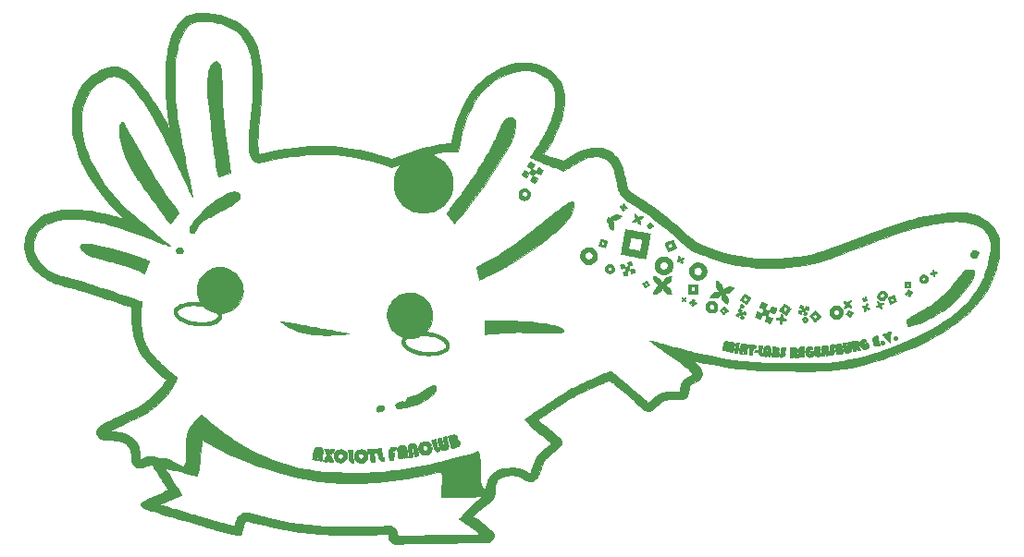
<source format=gbr>
%TF.GenerationSoftware,KiCad,Pcbnew,7.0.1*%
%TF.CreationDate,2023-04-19T20:31:54+02:00*%
%TF.ProjectId,axolotl,61786f6c-6f74-46c2-9e6b-696361645f70,rev?*%
%TF.SameCoordinates,Original*%
%TF.FileFunction,Soldermask,Top*%
%TF.FilePolarity,Negative*%
%FSLAX46Y46*%
G04 Gerber Fmt 4.6, Leading zero omitted, Abs format (unit mm)*
G04 Created by KiCad (PCBNEW 7.0.1) date 2023-04-19 20:31:54*
%MOMM*%
%LPD*%
G01*
G04 APERTURE LIST*
%ADD10C,0.010000*%
%ADD11C,5.500000*%
G04 APERTURE END LIST*
%TO.C,Ref\u002A\u002A*%
D10*
X132966846Y-61003538D02*
X132980856Y-61032243D01*
X132982167Y-61060333D01*
X132976509Y-61105677D01*
X132952288Y-61122280D01*
X132928586Y-61123833D01*
X132883507Y-61112623D01*
X132862821Y-61092083D01*
X132859697Y-61038951D01*
X132891098Y-61004491D01*
X132928586Y-60996833D01*
X132966846Y-61003538D01*
G36*
X132966846Y-61003538D02*
G01*
X132980856Y-61032243D01*
X132982167Y-61060333D01*
X132976509Y-61105677D01*
X132952288Y-61122280D01*
X132928586Y-61123833D01*
X132883507Y-61112623D01*
X132862821Y-61092083D01*
X132859697Y-61038951D01*
X132891098Y-61004491D01*
X132928586Y-60996833D01*
X132966846Y-61003538D01*
G37*
X132966846Y-61236371D02*
X132980856Y-61265076D01*
X132982167Y-61293167D01*
X132976509Y-61338510D01*
X132952288Y-61355113D01*
X132928586Y-61356667D01*
X132883507Y-61345456D01*
X132862821Y-61324917D01*
X132859697Y-61271784D01*
X132891098Y-61237325D01*
X132928586Y-61229667D01*
X132966846Y-61236371D01*
G36*
X132966846Y-61236371D02*
G01*
X132980856Y-61265076D01*
X132982167Y-61293167D01*
X132976509Y-61338510D01*
X132952288Y-61355113D01*
X132928586Y-61356667D01*
X132883507Y-61345456D01*
X132862821Y-61324917D01*
X132859697Y-61271784D01*
X132891098Y-61237325D01*
X132928586Y-61229667D01*
X132966846Y-61236371D01*
G37*
X134336833Y-60679333D02*
X133447833Y-60679333D01*
X133447833Y-60023167D01*
X133701833Y-60023167D01*
X133701833Y-60425333D01*
X134104000Y-60425333D01*
X134104000Y-60023167D01*
X133701833Y-60023167D01*
X133447833Y-60023167D01*
X133447833Y-59790333D01*
X134336833Y-59790333D01*
X134336833Y-60679333D01*
G36*
X134336833Y-60679333D02*
G01*
X133447833Y-60679333D01*
X133447833Y-60023167D01*
X133701833Y-60023167D01*
X133701833Y-60425333D01*
X134104000Y-60425333D01*
X134104000Y-60023167D01*
X133701833Y-60023167D01*
X133447833Y-60023167D01*
X133447833Y-59790333D01*
X134336833Y-59790333D01*
X134336833Y-60679333D01*
G37*
X133217644Y-61002078D02*
X133234221Y-61026818D01*
X133236167Y-61060333D01*
X133230922Y-61105310D01*
X133206182Y-61121888D01*
X133172667Y-61123833D01*
X133127689Y-61118588D01*
X133111112Y-61093848D01*
X133109167Y-61060333D01*
X133114411Y-61015356D01*
X133139151Y-60998779D01*
X133172667Y-60996833D01*
X133217644Y-61002078D01*
G36*
X133217644Y-61002078D02*
G01*
X133234221Y-61026818D01*
X133236167Y-61060333D01*
X133230922Y-61105310D01*
X133206182Y-61121888D01*
X133172667Y-61123833D01*
X133127689Y-61118588D01*
X133111112Y-61093848D01*
X133109167Y-61060333D01*
X133114411Y-61015356D01*
X133139151Y-60998779D01*
X133172667Y-60996833D01*
X133217644Y-61002078D01*
G37*
X152498935Y-64595752D02*
X152517486Y-64604967D01*
X152578739Y-64656621D01*
X152604217Y-64724698D01*
X152592533Y-64800927D01*
X152559797Y-64856895D01*
X152500082Y-64903668D01*
X152430020Y-64912758D01*
X152358298Y-64884297D01*
X152321877Y-64853300D01*
X152274569Y-64783109D01*
X152269482Y-64715592D01*
X152306603Y-64651078D01*
X152330124Y-64628798D01*
X152389163Y-64587124D01*
X152439682Y-64576840D01*
X152498935Y-64595752D01*
G36*
X152498935Y-64595752D02*
G01*
X152517486Y-64604967D01*
X152578739Y-64656621D01*
X152604217Y-64724698D01*
X152592533Y-64800927D01*
X152559797Y-64856895D01*
X152500082Y-64903668D01*
X152430020Y-64912758D01*
X152358298Y-64884297D01*
X152321877Y-64853300D01*
X152274569Y-64783109D01*
X152269482Y-64715592D01*
X152306603Y-64651078D01*
X152330124Y-64628798D01*
X152389163Y-64587124D01*
X152439682Y-64576840D01*
X152498935Y-64595752D01*
G37*
X151352241Y-65028995D02*
X151383290Y-65049444D01*
X151397481Y-65065038D01*
X151427083Y-65121804D01*
X151438796Y-65182853D01*
X151430955Y-65236399D01*
X151398765Y-65274989D01*
X151370708Y-65293898D01*
X151290688Y-65328977D01*
X151214829Y-65328610D01*
X151170258Y-65314408D01*
X151126227Y-65276943D01*
X151104854Y-65207640D01*
X151104652Y-65111732D01*
X151111417Y-65029083D01*
X151234144Y-65022705D01*
X151307187Y-65021290D01*
X151352241Y-65028995D01*
G36*
X151352241Y-65028995D02*
G01*
X151383290Y-65049444D01*
X151397481Y-65065038D01*
X151427083Y-65121804D01*
X151438796Y-65182853D01*
X151430955Y-65236399D01*
X151398765Y-65274989D01*
X151370708Y-65293898D01*
X151290688Y-65328977D01*
X151214829Y-65328610D01*
X151170258Y-65314408D01*
X151126227Y-65276943D01*
X151104854Y-65207640D01*
X151104652Y-65111732D01*
X151111417Y-65029083D01*
X151234144Y-65022705D01*
X151307187Y-65021290D01*
X151352241Y-65028995D01*
G37*
X139720445Y-65814245D02*
X139799552Y-65824064D01*
X139843815Y-65839145D01*
X139860570Y-65868343D01*
X139857151Y-65920514D01*
X139848104Y-65968354D01*
X139831438Y-66015794D01*
X139802078Y-66030865D01*
X139789896Y-66030584D01*
X139742661Y-66026814D01*
X139673504Y-66021663D01*
X139635944Y-66018970D01*
X139526972Y-66011270D01*
X139538077Y-65922343D01*
X139548346Y-65863161D01*
X139560578Y-65822866D01*
X139564369Y-65816613D01*
X139591702Y-65810096D01*
X139648548Y-65809313D01*
X139720445Y-65814245D01*
G36*
X139720445Y-65814245D02*
G01*
X139799552Y-65824064D01*
X139843815Y-65839145D01*
X139860570Y-65868343D01*
X139857151Y-65920514D01*
X139848104Y-65968354D01*
X139831438Y-66015794D01*
X139802078Y-66030865D01*
X139789896Y-66030584D01*
X139742661Y-66026814D01*
X139673504Y-66021663D01*
X139635944Y-66018970D01*
X139526972Y-66011270D01*
X139538077Y-65922343D01*
X139548346Y-65863161D01*
X139560578Y-65822866D01*
X139564369Y-65816613D01*
X139591702Y-65810096D01*
X139648548Y-65809313D01*
X139720445Y-65814245D01*
G37*
X153789000Y-60086667D02*
X153559694Y-60086667D01*
X153465083Y-60085436D01*
X153386697Y-60082106D01*
X153333865Y-60077216D01*
X153316278Y-60072555D01*
X153310651Y-60046914D01*
X153306089Y-59988032D01*
X153303098Y-59904999D01*
X153302167Y-59818555D01*
X153302167Y-59726833D01*
X153429167Y-59726833D01*
X153429167Y-59959667D01*
X153640833Y-59959667D01*
X153640833Y-59726833D01*
X153429167Y-59726833D01*
X153302167Y-59726833D01*
X153302167Y-59578667D01*
X153789000Y-59578667D01*
X153789000Y-60086667D01*
G36*
X153789000Y-60086667D02*
G01*
X153559694Y-60086667D01*
X153465083Y-60085436D01*
X153386697Y-60082106D01*
X153333865Y-60077216D01*
X153316278Y-60072555D01*
X153310651Y-60046914D01*
X153306089Y-59988032D01*
X153303098Y-59904999D01*
X153302167Y-59818555D01*
X153302167Y-59726833D01*
X153429167Y-59726833D01*
X153429167Y-59959667D01*
X153640833Y-59959667D01*
X153640833Y-59726833D01*
X153429167Y-59726833D01*
X153302167Y-59726833D01*
X153302167Y-59578667D01*
X153789000Y-59578667D01*
X153789000Y-60086667D01*
G37*
X133061542Y-61127719D02*
X133109774Y-61145606D01*
X133126343Y-61180740D01*
X133150793Y-61222629D01*
X133179260Y-61233657D01*
X133218037Y-61254678D01*
X133232281Y-61298458D01*
X133232117Y-61339207D01*
X133210497Y-61354605D01*
X133174072Y-61356667D01*
X133128046Y-61351259D01*
X133110912Y-61328081D01*
X133109167Y-61303750D01*
X133100424Y-61263469D01*
X133066002Y-61251057D01*
X133056250Y-61250833D01*
X133018725Y-61244201D01*
X133004756Y-61215771D01*
X133003333Y-61185927D01*
X133007685Y-61140990D01*
X133028663Y-61126234D01*
X133061542Y-61127719D01*
G36*
X133061542Y-61127719D02*
G01*
X133109774Y-61145606D01*
X133126343Y-61180740D01*
X133150793Y-61222629D01*
X133179260Y-61233657D01*
X133218037Y-61254678D01*
X133232281Y-61298458D01*
X133232117Y-61339207D01*
X133210497Y-61354605D01*
X133174072Y-61356667D01*
X133128046Y-61351259D01*
X133110912Y-61328081D01*
X133109167Y-61303750D01*
X133100424Y-61263469D01*
X133066002Y-61251057D01*
X133056250Y-61250833D01*
X133018725Y-61244201D01*
X133004756Y-61215771D01*
X133003333Y-61185927D01*
X133007685Y-61140990D01*
X133028663Y-61126234D01*
X133061542Y-61127719D01*
G37*
X86961708Y-56439078D02*
X87060189Y-56474506D01*
X87142367Y-56533111D01*
X87201640Y-56610336D01*
X87231408Y-56701627D01*
X87227745Y-56790974D01*
X87196880Y-56872025D01*
X87141413Y-56927913D01*
X87057004Y-56961100D01*
X86939312Y-56974051D01*
X86904495Y-56974416D01*
X86813143Y-56970183D01*
X86737461Y-56959610D01*
X86692996Y-56945628D01*
X86629599Y-56888901D01*
X86594330Y-56803324D01*
X86585583Y-56714824D01*
X86596545Y-56607205D01*
X86633784Y-56529209D01*
X86701071Y-56474604D01*
X86742244Y-56455969D01*
X86853526Y-56431380D01*
X86961708Y-56439078D01*
G36*
X86961708Y-56439078D02*
G01*
X87060189Y-56474506D01*
X87142367Y-56533111D01*
X87201640Y-56610336D01*
X87231408Y-56701627D01*
X87227745Y-56790974D01*
X87196880Y-56872025D01*
X87141413Y-56927913D01*
X87057004Y-56961100D01*
X86939312Y-56974051D01*
X86904495Y-56974416D01*
X86813143Y-56970183D01*
X86737461Y-56959610D01*
X86692996Y-56945628D01*
X86629599Y-56888901D01*
X86594330Y-56803324D01*
X86585583Y-56714824D01*
X86596545Y-56607205D01*
X86633784Y-56529209D01*
X86701071Y-56474604D01*
X86742244Y-56455969D01*
X86853526Y-56431380D01*
X86961708Y-56439078D01*
G37*
X159654502Y-56704093D02*
X159685253Y-56705829D01*
X159825828Y-56722400D01*
X159927966Y-56753944D01*
X159993320Y-56801838D01*
X160023544Y-56867463D01*
X160020292Y-56952197D01*
X160013595Y-56979579D01*
X159977133Y-57070305D01*
X159920489Y-57168534D01*
X159853309Y-57260155D01*
X159785241Y-57331055D01*
X159760161Y-57350295D01*
X159678926Y-57385780D01*
X159587749Y-57397335D01*
X159506610Y-57382560D01*
X159503288Y-57381137D01*
X159408334Y-57318388D01*
X159340851Y-57231928D01*
X159301684Y-57130297D01*
X159291675Y-57022035D01*
X159311669Y-56915680D01*
X159362511Y-56819774D01*
X159440500Y-56745882D01*
X159482308Y-56720653D01*
X159523235Y-56706699D01*
X159576294Y-56701888D01*
X159654502Y-56704093D01*
G36*
X159654502Y-56704093D02*
G01*
X159685253Y-56705829D01*
X159825828Y-56722400D01*
X159927966Y-56753944D01*
X159993320Y-56801838D01*
X160023544Y-56867463D01*
X160020292Y-56952197D01*
X160013595Y-56979579D01*
X159977133Y-57070305D01*
X159920489Y-57168534D01*
X159853309Y-57260155D01*
X159785241Y-57331055D01*
X159760161Y-57350295D01*
X159678926Y-57385780D01*
X159587749Y-57397335D01*
X159506610Y-57382560D01*
X159503288Y-57381137D01*
X159408334Y-57318388D01*
X159340851Y-57231928D01*
X159301684Y-57130297D01*
X159291675Y-57022035D01*
X159311669Y-56915680D01*
X159362511Y-56819774D01*
X159440500Y-56745882D01*
X159482308Y-56720653D01*
X159523235Y-56706699D01*
X159576294Y-56701888D01*
X159654502Y-56704093D01*
G37*
X102713833Y-75364767D02*
X102714425Y-75509693D01*
X102717038Y-75617683D01*
X102722925Y-75694126D01*
X102733340Y-75744412D01*
X102749538Y-75773931D01*
X102772772Y-75788071D01*
X102804297Y-75792224D01*
X102813317Y-75792333D01*
X102836907Y-75794523D01*
X102851307Y-75806668D01*
X102858779Y-75837136D01*
X102861588Y-75894289D01*
X102862000Y-75972250D01*
X102862000Y-76152167D01*
X102750875Y-76152087D01*
X102643777Y-76139847D01*
X102574372Y-76112141D01*
X102479757Y-76032206D01*
X102415428Y-75930009D01*
X102398460Y-75879528D01*
X102391702Y-75834402D01*
X102384480Y-75755133D01*
X102377349Y-75649896D01*
X102370865Y-75526869D01*
X102365622Y-75395458D01*
X102351967Y-74988000D01*
X102713833Y-74988000D01*
X102713833Y-75364767D01*
G36*
X102713833Y-75364767D02*
G01*
X102714425Y-75509693D01*
X102717038Y-75617683D01*
X102722925Y-75694126D01*
X102733340Y-75744412D01*
X102749538Y-75773931D01*
X102772772Y-75788071D01*
X102804297Y-75792224D01*
X102813317Y-75792333D01*
X102836907Y-75794523D01*
X102851307Y-75806668D01*
X102858779Y-75837136D01*
X102861588Y-75894289D01*
X102862000Y-75972250D01*
X102862000Y-76152167D01*
X102750875Y-76152087D01*
X102643777Y-76139847D01*
X102574372Y-76112141D01*
X102479757Y-76032206D01*
X102415428Y-75930009D01*
X102398460Y-75879528D01*
X102391702Y-75834402D01*
X102384480Y-75755133D01*
X102377349Y-75649896D01*
X102370865Y-75526869D01*
X102365622Y-75395458D01*
X102351967Y-74988000D01*
X102713833Y-74988000D01*
X102713833Y-75364767D01*
G37*
X105480392Y-70889214D02*
X105517247Y-70911168D01*
X105551912Y-70943656D01*
X105592903Y-70989734D01*
X105610391Y-71031284D01*
X105611180Y-71088316D01*
X105609133Y-71111898D01*
X105586353Y-71221964D01*
X105543572Y-71320937D01*
X105487068Y-71395638D01*
X105465500Y-71413409D01*
X105410877Y-71436345D01*
X105328658Y-71453725D01*
X105232610Y-71464533D01*
X105136499Y-71467754D01*
X105054090Y-71462374D01*
X104999833Y-71447746D01*
X104972305Y-71429734D01*
X104956579Y-71405215D01*
X104949549Y-71363277D01*
X104948106Y-71293008D01*
X104948281Y-71266726D01*
X104952474Y-71173149D01*
X104964771Y-71108979D01*
X104987762Y-71061647D01*
X104991714Y-71056016D01*
X105057365Y-70994005D01*
X105152016Y-70940741D01*
X105262420Y-70902310D01*
X105362951Y-70885527D01*
X105434454Y-70882357D01*
X105480392Y-70889214D01*
G36*
X105480392Y-70889214D02*
G01*
X105517247Y-70911168D01*
X105551912Y-70943656D01*
X105592903Y-70989734D01*
X105610391Y-71031284D01*
X105611180Y-71088316D01*
X105609133Y-71111898D01*
X105586353Y-71221964D01*
X105543572Y-71320937D01*
X105487068Y-71395638D01*
X105465500Y-71413409D01*
X105410877Y-71436345D01*
X105328658Y-71453725D01*
X105232610Y-71464533D01*
X105136499Y-71467754D01*
X105054090Y-71462374D01*
X104999833Y-71447746D01*
X104972305Y-71429734D01*
X104956579Y-71405215D01*
X104949549Y-71363277D01*
X104948106Y-71293008D01*
X104948281Y-71266726D01*
X104952474Y-71173149D01*
X104964771Y-71108979D01*
X104987762Y-71061647D01*
X104991714Y-71056016D01*
X105057365Y-70994005D01*
X105152016Y-70940741D01*
X105262420Y-70902310D01*
X105362951Y-70885527D01*
X105434454Y-70882357D01*
X105480392Y-70889214D01*
G37*
X138193085Y-61827797D02*
X138279585Y-61827797D01*
X138310875Y-61862971D01*
X138364960Y-61883740D01*
X138406461Y-61870464D01*
X138417767Y-61860433D01*
X138441714Y-61811266D01*
X138426617Y-61757076D01*
X138400833Y-61727083D01*
X138367553Y-61701374D01*
X138342450Y-61705230D01*
X138316167Y-61727083D01*
X138280170Y-61778259D01*
X138279585Y-61827797D01*
X138193085Y-61827797D01*
X138189781Y-61759477D01*
X138219323Y-61691096D01*
X138279749Y-61642006D01*
X138302372Y-61632893D01*
X138390380Y-61620876D01*
X138460336Y-61645428D01*
X138507522Y-61702943D01*
X138527217Y-61789809D01*
X138527509Y-61805067D01*
X138520552Y-61873173D01*
X138494523Y-61916400D01*
X138449850Y-61946164D01*
X138367988Y-61970508D01*
X138291858Y-61959143D01*
X138233036Y-61914729D01*
X138193544Y-61837303D01*
X138193085Y-61827797D01*
G36*
X138193085Y-61827797D02*
G01*
X138279585Y-61827797D01*
X138310875Y-61862971D01*
X138364960Y-61883740D01*
X138406461Y-61870464D01*
X138417767Y-61860433D01*
X138441714Y-61811266D01*
X138426617Y-61757076D01*
X138400833Y-61727083D01*
X138367553Y-61701374D01*
X138342450Y-61705230D01*
X138316167Y-61727083D01*
X138280170Y-61778259D01*
X138279585Y-61827797D01*
X138193085Y-61827797D01*
X138189781Y-61759477D01*
X138219323Y-61691096D01*
X138279749Y-61642006D01*
X138302372Y-61632893D01*
X138390380Y-61620876D01*
X138460336Y-61645428D01*
X138507522Y-61702943D01*
X138527217Y-61789809D01*
X138527509Y-61805067D01*
X138520552Y-61873173D01*
X138494523Y-61916400D01*
X138449850Y-61946164D01*
X138367988Y-61970508D01*
X138291858Y-61959143D01*
X138233036Y-61914729D01*
X138193544Y-61837303D01*
X138193085Y-61827797D01*
G37*
X144559619Y-62741806D02*
X144835451Y-62741806D01*
X144956545Y-62864177D01*
X145077640Y-62986549D01*
X145200011Y-62865454D01*
X145322382Y-62744360D01*
X145201288Y-62621989D01*
X145080193Y-62499618D01*
X144835451Y-62741806D01*
X144559619Y-62741806D01*
X144529005Y-62711119D01*
X145068119Y-62172005D01*
X145332809Y-62436060D01*
X145418478Y-62522667D01*
X145492590Y-62599777D01*
X145550307Y-62662176D01*
X145586793Y-62704651D01*
X145597500Y-62721281D01*
X145583128Y-62743404D01*
X145544092Y-62788461D01*
X145486505Y-62850329D01*
X145416485Y-62922884D01*
X145340147Y-63000004D01*
X145263608Y-63075563D01*
X145192982Y-63143439D01*
X145134386Y-63197508D01*
X145093935Y-63231646D01*
X145078930Y-63240500D01*
X145057586Y-63226184D01*
X145011850Y-63186461D01*
X144946949Y-63126171D01*
X144868108Y-63050155D01*
X144793060Y-62975809D01*
X144559619Y-62741806D01*
G36*
X144559619Y-62741806D02*
G01*
X144835451Y-62741806D01*
X144956545Y-62864177D01*
X145077640Y-62986549D01*
X145200011Y-62865454D01*
X145322382Y-62744360D01*
X145201288Y-62621989D01*
X145080193Y-62499618D01*
X144835451Y-62741806D01*
X144559619Y-62741806D01*
X144529005Y-62711119D01*
X145068119Y-62172005D01*
X145332809Y-62436060D01*
X145418478Y-62522667D01*
X145492590Y-62599777D01*
X145550307Y-62662176D01*
X145586793Y-62704651D01*
X145597500Y-62721281D01*
X145583128Y-62743404D01*
X145544092Y-62788461D01*
X145486505Y-62850329D01*
X145416485Y-62922884D01*
X145340147Y-63000004D01*
X145263608Y-63075563D01*
X145192982Y-63143439D01*
X145134386Y-63197508D01*
X145093935Y-63231646D01*
X145078930Y-63240500D01*
X145057586Y-63226184D01*
X145011850Y-63186461D01*
X144946949Y-63126171D01*
X144868108Y-63050155D01*
X144793060Y-62975809D01*
X144559619Y-62741806D01*
G37*
X143009875Y-65568866D02*
X143145414Y-65572727D01*
X143247193Y-65586112D01*
X143323245Y-65611794D01*
X143381601Y-65652545D01*
X143430292Y-65711137D01*
X143432786Y-65714838D01*
X143473352Y-65811839D01*
X143476045Y-65918529D01*
X143440791Y-66025533D01*
X143435334Y-66035608D01*
X143389834Y-66116564D01*
X143438412Y-66228990D01*
X143471340Y-66305515D01*
X143502250Y-66377871D01*
X143515946Y-66410208D01*
X143544901Y-66479000D01*
X143233100Y-66479000D01*
X143166467Y-66334437D01*
X143125985Y-66235175D01*
X143105423Y-66149869D01*
X143099833Y-66060742D01*
X143101271Y-65988978D01*
X143107996Y-65949192D01*
X143123626Y-65931062D01*
X143147458Y-65924847D01*
X143187279Y-65903819D01*
X143195083Y-65875750D01*
X143184011Y-65844021D01*
X143144118Y-65828985D01*
X143126292Y-65826784D01*
X143057500Y-65820151D01*
X143057500Y-66479000D01*
X142782333Y-66479000D01*
X142782333Y-65568833D01*
X143009875Y-65568866D01*
G36*
X143009875Y-65568866D02*
G01*
X143145414Y-65572727D01*
X143247193Y-65586112D01*
X143323245Y-65611794D01*
X143381601Y-65652545D01*
X143430292Y-65711137D01*
X143432786Y-65714838D01*
X143473352Y-65811839D01*
X143476045Y-65918529D01*
X143440791Y-66025533D01*
X143435334Y-66035608D01*
X143389834Y-66116564D01*
X143438412Y-66228990D01*
X143471340Y-66305515D01*
X143502250Y-66377871D01*
X143515946Y-66410208D01*
X143544901Y-66479000D01*
X143233100Y-66479000D01*
X143166467Y-66334437D01*
X143125985Y-66235175D01*
X143105423Y-66149869D01*
X143099833Y-66060742D01*
X143101271Y-65988978D01*
X143107996Y-65949192D01*
X143123626Y-65931062D01*
X143147458Y-65924847D01*
X143187279Y-65903819D01*
X143195083Y-65875750D01*
X143184011Y-65844021D01*
X143144118Y-65828985D01*
X143126292Y-65826784D01*
X143057500Y-65820151D01*
X143057500Y-66479000D01*
X142782333Y-66479000D01*
X142782333Y-65568833D01*
X143009875Y-65568866D01*
G37*
X143909856Y-63026064D02*
X144037427Y-63026064D01*
X144042656Y-63068036D01*
X144048521Y-63081836D01*
X144087210Y-63123647D01*
X144142048Y-63136224D01*
X144198086Y-63119059D01*
X144230770Y-63088023D01*
X144248274Y-63036640D01*
X144233383Y-62992233D01*
X144196023Y-62960892D01*
X144146121Y-62948705D01*
X144093607Y-62961762D01*
X144063745Y-62985584D01*
X144037427Y-63026064D01*
X143909856Y-63026064D01*
X143915392Y-62981072D01*
X143967705Y-62896021D01*
X143972958Y-62890205D01*
X144054496Y-62825452D01*
X144140129Y-62802026D01*
X144227589Y-62820343D01*
X144259236Y-62837331D01*
X144324662Y-62895937D01*
X144360214Y-62975011D01*
X144369833Y-63070352D01*
X144362991Y-63129575D01*
X144336173Y-63176662D01*
X144295013Y-63217140D01*
X144209658Y-63269743D01*
X144121956Y-63283386D01*
X144038640Y-63257649D01*
X144006702Y-63235103D01*
X143935221Y-63153995D01*
X143904674Y-63068190D01*
X143909856Y-63026064D01*
G36*
X143909856Y-63026064D02*
G01*
X144037427Y-63026064D01*
X144042656Y-63068036D01*
X144048521Y-63081836D01*
X144087210Y-63123647D01*
X144142048Y-63136224D01*
X144198086Y-63119059D01*
X144230770Y-63088023D01*
X144248274Y-63036640D01*
X144233383Y-62992233D01*
X144196023Y-62960892D01*
X144146121Y-62948705D01*
X144093607Y-62961762D01*
X144063745Y-62985584D01*
X144037427Y-63026064D01*
X143909856Y-63026064D01*
X143915392Y-62981072D01*
X143967705Y-62896021D01*
X143972958Y-62890205D01*
X144054496Y-62825452D01*
X144140129Y-62802026D01*
X144227589Y-62820343D01*
X144259236Y-62837331D01*
X144324662Y-62895937D01*
X144360214Y-62975011D01*
X144369833Y-63070352D01*
X144362991Y-63129575D01*
X144336173Y-63176662D01*
X144295013Y-63217140D01*
X144209658Y-63269743D01*
X144121956Y-63283386D01*
X144038640Y-63257649D01*
X144006702Y-63235103D01*
X143935221Y-63153995D01*
X143904674Y-63068190D01*
X143909856Y-63026064D01*
G37*
X139974493Y-65409437D02*
X140025515Y-65413655D01*
X140083583Y-65419032D01*
X140210583Y-65431250D01*
X140210127Y-65547667D01*
X140207898Y-65623877D01*
X140202376Y-65723965D01*
X140194617Y-65829701D01*
X140192004Y-65859875D01*
X140174339Y-66055667D01*
X140232380Y-66055667D01*
X140267215Y-66057965D01*
X140282249Y-66072296D01*
X140282543Y-66109814D01*
X140276960Y-66153871D01*
X140268665Y-66225081D01*
X140263927Y-66286461D01*
X140263500Y-66302037D01*
X140257006Y-66336666D01*
X140229212Y-66349642D01*
X140194708Y-66350658D01*
X140127624Y-66342983D01*
X140073435Y-66328377D01*
X139979746Y-66268776D01*
X139911891Y-66178105D01*
X139901212Y-66151492D01*
X139895027Y-66116977D01*
X139893414Y-66067710D01*
X139896449Y-65996839D01*
X139904210Y-65897511D01*
X139916538Y-65765305D01*
X139928042Y-65648124D01*
X139938250Y-65547037D01*
X139946442Y-65468955D01*
X139951895Y-65420794D01*
X139953771Y-65408448D01*
X139974493Y-65409437D01*
G36*
X139974493Y-65409437D02*
G01*
X140025515Y-65413655D01*
X140083583Y-65419032D01*
X140210583Y-65431250D01*
X140210127Y-65547667D01*
X140207898Y-65623877D01*
X140202376Y-65723965D01*
X140194617Y-65829701D01*
X140192004Y-65859875D01*
X140174339Y-66055667D01*
X140232380Y-66055667D01*
X140267215Y-66057965D01*
X140282249Y-66072296D01*
X140282543Y-66109814D01*
X140276960Y-66153871D01*
X140268665Y-66225081D01*
X140263927Y-66286461D01*
X140263500Y-66302037D01*
X140257006Y-66336666D01*
X140229212Y-66349642D01*
X140194708Y-66350658D01*
X140127624Y-66342983D01*
X140073435Y-66328377D01*
X139979746Y-66268776D01*
X139911891Y-66178105D01*
X139901212Y-66151492D01*
X139895027Y-66116977D01*
X139893414Y-66067710D01*
X139896449Y-65996839D01*
X139904210Y-65897511D01*
X139916538Y-65765305D01*
X139928042Y-65648124D01*
X139938250Y-65547037D01*
X139946442Y-65468955D01*
X139951895Y-65420794D01*
X139953771Y-65408448D01*
X139974493Y-65409437D01*
G37*
X144052333Y-65801667D02*
X143947749Y-65801667D01*
X143873140Y-65806189D01*
X143837355Y-65817726D01*
X143841325Y-65833233D01*
X143885984Y-65849664D01*
X143930396Y-65858340D01*
X144041750Y-65875981D01*
X144054384Y-66117093D01*
X143921067Y-66124635D01*
X143787750Y-66132176D01*
X143920042Y-66136255D01*
X144052333Y-66140333D01*
X144052333Y-66415500D01*
X143877708Y-66414671D01*
X143786830Y-66410895D01*
X143704638Y-66401649D01*
X143646428Y-66388774D01*
X143639070Y-66385952D01*
X143595394Y-66360713D01*
X143563933Y-66324550D01*
X143542842Y-66270920D01*
X143530275Y-66193282D01*
X143524388Y-66085093D01*
X143523246Y-65975296D01*
X143524181Y-65858655D01*
X143527621Y-65775575D01*
X143534638Y-65717309D01*
X143546302Y-65675109D01*
X143563687Y-65640228D01*
X143564446Y-65638976D01*
X143602717Y-65587130D01*
X143648873Y-65551976D01*
X143712427Y-65529582D01*
X143802893Y-65516021D01*
X143875796Y-65510380D01*
X144052333Y-65499366D01*
X144052333Y-65801667D01*
G36*
X144052333Y-65801667D02*
G01*
X143947749Y-65801667D01*
X143873140Y-65806189D01*
X143837355Y-65817726D01*
X143841325Y-65833233D01*
X143885984Y-65849664D01*
X143930396Y-65858340D01*
X144041750Y-65875981D01*
X144054384Y-66117093D01*
X143921067Y-66124635D01*
X143787750Y-66132176D01*
X143920042Y-66136255D01*
X144052333Y-66140333D01*
X144052333Y-66415500D01*
X143877708Y-66414671D01*
X143786830Y-66410895D01*
X143704638Y-66401649D01*
X143646428Y-66388774D01*
X143639070Y-66385952D01*
X143595394Y-66360713D01*
X143563933Y-66324550D01*
X143542842Y-66270920D01*
X143530275Y-66193282D01*
X143524388Y-66085093D01*
X143523246Y-65975296D01*
X143524181Y-65858655D01*
X143527621Y-65775575D01*
X143534638Y-65717309D01*
X143546302Y-65675109D01*
X143563687Y-65640228D01*
X143564446Y-65638976D01*
X143602717Y-65587130D01*
X143648873Y-65551976D01*
X143712427Y-65529582D01*
X143802893Y-65516021D01*
X143875796Y-65510380D01*
X144052333Y-65499366D01*
X144052333Y-65801667D01*
G37*
X136368154Y-62188147D02*
X136539831Y-62188147D01*
X136606087Y-62280407D01*
X136645302Y-62331823D01*
X136675241Y-62365315D01*
X136685751Y-62372667D01*
X136709041Y-62361115D01*
X136754144Y-62331521D01*
X136788204Y-62307183D01*
X136877248Y-62241699D01*
X136809458Y-62153724D01*
X136770347Y-62102834D01*
X136743422Y-62067548D01*
X136736455Y-62058218D01*
X136718054Y-62065289D01*
X136675981Y-62091409D01*
X136635537Y-62119417D01*
X136539831Y-62188147D01*
X136368154Y-62188147D01*
X136349105Y-62164464D01*
X136553252Y-62000266D01*
X136757398Y-61836068D01*
X136823839Y-61912928D01*
X136871433Y-61969596D01*
X136931675Y-62043501D01*
X136989926Y-62116623D01*
X137089572Y-62243456D01*
X136890825Y-62403311D01*
X136813104Y-62465123D01*
X136747700Y-62515818D01*
X136701407Y-62550223D01*
X136681021Y-62563162D01*
X136680933Y-62563167D01*
X136664145Y-62547641D01*
X136626590Y-62505337D01*
X136573781Y-62442665D01*
X136511232Y-62366034D01*
X136509446Y-62363815D01*
X136368154Y-62188147D01*
G36*
X136368154Y-62188147D02*
G01*
X136539831Y-62188147D01*
X136606087Y-62280407D01*
X136645302Y-62331823D01*
X136675241Y-62365315D01*
X136685751Y-62372667D01*
X136709041Y-62361115D01*
X136754144Y-62331521D01*
X136788204Y-62307183D01*
X136877248Y-62241699D01*
X136809458Y-62153724D01*
X136770347Y-62102834D01*
X136743422Y-62067548D01*
X136736455Y-62058218D01*
X136718054Y-62065289D01*
X136675981Y-62091409D01*
X136635537Y-62119417D01*
X136539831Y-62188147D01*
X136368154Y-62188147D01*
X136349105Y-62164464D01*
X136553252Y-62000266D01*
X136757398Y-61836068D01*
X136823839Y-61912928D01*
X136871433Y-61969596D01*
X136931675Y-62043501D01*
X136989926Y-62116623D01*
X137089572Y-62243456D01*
X136890825Y-62403311D01*
X136813104Y-62465123D01*
X136747700Y-62515818D01*
X136701407Y-62550223D01*
X136681021Y-62563162D01*
X136680933Y-62563167D01*
X136664145Y-62547641D01*
X136626590Y-62505337D01*
X136573781Y-62442665D01*
X136511232Y-62366034D01*
X136509446Y-62363815D01*
X136368154Y-62188147D01*
G37*
X137913223Y-65151159D02*
X137956932Y-65157305D01*
X137962273Y-65157911D01*
X138031882Y-65166277D01*
X138082198Y-65173772D01*
X138100945Y-65178264D01*
X138100057Y-65200009D01*
X138093562Y-65257348D01*
X138082284Y-65344034D01*
X138067044Y-65453818D01*
X138048666Y-65580452D01*
X138042737Y-65620306D01*
X138023240Y-65751095D01*
X138006068Y-65867186D01*
X137992147Y-65962248D01*
X137982402Y-66029945D01*
X137977760Y-66063946D01*
X137977500Y-66066597D01*
X137958741Y-66072169D01*
X137911704Y-66073974D01*
X137850252Y-66072297D01*
X137788245Y-66067426D01*
X137749958Y-66061895D01*
X137730548Y-66057474D01*
X137716712Y-66049158D01*
X137708521Y-66031559D01*
X137706048Y-65999287D01*
X137709364Y-65946955D01*
X137718541Y-65869172D01*
X137733651Y-65760550D01*
X137754765Y-65615700D01*
X137756015Y-65607166D01*
X137777868Y-65455497D01*
X137794610Y-65340638D01*
X137808482Y-65257707D01*
X137821725Y-65201824D01*
X137836580Y-65168108D01*
X137855288Y-65151679D01*
X137880088Y-65147656D01*
X137913223Y-65151159D01*
G36*
X137913223Y-65151159D02*
G01*
X137956932Y-65157305D01*
X137962273Y-65157911D01*
X138031882Y-65166277D01*
X138082198Y-65173772D01*
X138100945Y-65178264D01*
X138100057Y-65200009D01*
X138093562Y-65257348D01*
X138082284Y-65344034D01*
X138067044Y-65453818D01*
X138048666Y-65580452D01*
X138042737Y-65620306D01*
X138023240Y-65751095D01*
X138006068Y-65867186D01*
X137992147Y-65962248D01*
X137982402Y-66029945D01*
X137977760Y-66063946D01*
X137977500Y-66066597D01*
X137958741Y-66072169D01*
X137911704Y-66073974D01*
X137850252Y-66072297D01*
X137788245Y-66067426D01*
X137749958Y-66061895D01*
X137730548Y-66057474D01*
X137716712Y-66049158D01*
X137708521Y-66031559D01*
X137706048Y-65999287D01*
X137709364Y-65946955D01*
X137718541Y-65869172D01*
X137733651Y-65760550D01*
X137754765Y-65615700D01*
X137756015Y-65607166D01*
X137777868Y-65455497D01*
X137794610Y-65340638D01*
X137808482Y-65257707D01*
X137821725Y-65201824D01*
X137836580Y-65168108D01*
X137855288Y-65151679D01*
X137880088Y-65147656D01*
X137913223Y-65151159D01*
G37*
X142359000Y-65683778D02*
X142357624Y-65758032D01*
X142351376Y-65799982D01*
X142337076Y-65819619D01*
X142313537Y-65826653D01*
X142258680Y-65848844D01*
X142239528Y-65893646D01*
X142256133Y-65960851D01*
X142273176Y-65994632D01*
X142311240Y-66090929D01*
X142324726Y-66191946D01*
X142312337Y-66282353D01*
X142299961Y-66311898D01*
X142238782Y-66384898D01*
X142148951Y-66439192D01*
X142042386Y-66468166D01*
X142013677Y-66470723D01*
X141943091Y-66471938D01*
X141885869Y-66468820D01*
X141866875Y-66465508D01*
X141846251Y-66451966D01*
X141834852Y-66420117D01*
X141830293Y-66360406D01*
X141829833Y-66317016D01*
X141829833Y-66179303D01*
X141889960Y-66192509D01*
X141947376Y-66196255D01*
X141978411Y-66174302D01*
X141984157Y-66123622D01*
X141965704Y-66041190D01*
X141955697Y-66010070D01*
X141923946Y-65877620D01*
X141926381Y-65768901D01*
X141963104Y-65682538D01*
X141981556Y-65659992D01*
X142067635Y-65589999D01*
X142167509Y-65554500D01*
X142252115Y-65547667D01*
X142359000Y-65547667D01*
X142359000Y-65683778D01*
G36*
X142359000Y-65683778D02*
G01*
X142357624Y-65758032D01*
X142351376Y-65799982D01*
X142337076Y-65819619D01*
X142313537Y-65826653D01*
X142258680Y-65848844D01*
X142239528Y-65893646D01*
X142256133Y-65960851D01*
X142273176Y-65994632D01*
X142311240Y-66090929D01*
X142324726Y-66191946D01*
X142312337Y-66282353D01*
X142299961Y-66311898D01*
X142238782Y-66384898D01*
X142148951Y-66439192D01*
X142042386Y-66468166D01*
X142013677Y-66470723D01*
X141943091Y-66471938D01*
X141885869Y-66468820D01*
X141866875Y-66465508D01*
X141846251Y-66451966D01*
X141834852Y-66420117D01*
X141830293Y-66360406D01*
X141829833Y-66317016D01*
X141829833Y-66179303D01*
X141889960Y-66192509D01*
X141947376Y-66196255D01*
X141978411Y-66174302D01*
X141984157Y-66123622D01*
X141965704Y-66041190D01*
X141955697Y-66010070D01*
X141923946Y-65877620D01*
X141926381Y-65768901D01*
X141963104Y-65682538D01*
X141981556Y-65659992D01*
X142067635Y-65589999D01*
X142167509Y-65554500D01*
X142252115Y-65547667D01*
X142359000Y-65547667D01*
X142359000Y-65683778D01*
G37*
X129698759Y-54425829D02*
X129851701Y-54425829D01*
X129905009Y-54493944D01*
X129948645Y-54537682D01*
X129988930Y-54545107D01*
X130034847Y-54515702D01*
X130064767Y-54484752D01*
X130084673Y-54457217D01*
X130082623Y-54431762D01*
X130055664Y-54393804D01*
X130043363Y-54379084D01*
X129987083Y-54312418D01*
X129919392Y-54369123D01*
X129851701Y-54425829D01*
X129698759Y-54425829D01*
X129658841Y-54372793D01*
X129814263Y-54255813D01*
X129884661Y-54204358D01*
X129943146Y-54164441D01*
X129981063Y-54141838D01*
X129989516Y-54138833D01*
X130009671Y-54154654D01*
X130046690Y-54195825D01*
X130093307Y-54252913D01*
X130142261Y-54316483D01*
X130186286Y-54377101D01*
X130218120Y-54425332D01*
X130230499Y-54451741D01*
X130230500Y-54451846D01*
X130214596Y-54471253D01*
X130173292Y-54507192D01*
X130116198Y-54552400D01*
X130052925Y-54599613D01*
X129993085Y-54641565D01*
X129946288Y-54670992D01*
X129929817Y-54679120D01*
X129900893Y-54669813D01*
X129854204Y-54625519D01*
X129788653Y-54545174D01*
X129778649Y-54531973D01*
X129698759Y-54425829D01*
G36*
X129698759Y-54425829D02*
G01*
X129851701Y-54425829D01*
X129905009Y-54493944D01*
X129948645Y-54537682D01*
X129988930Y-54545107D01*
X130034847Y-54515702D01*
X130064767Y-54484752D01*
X130084673Y-54457217D01*
X130082623Y-54431762D01*
X130055664Y-54393804D01*
X130043363Y-54379084D01*
X129987083Y-54312418D01*
X129919392Y-54369123D01*
X129851701Y-54425829D01*
X129698759Y-54425829D01*
X129658841Y-54372793D01*
X129814263Y-54255813D01*
X129884661Y-54204358D01*
X129943146Y-54164441D01*
X129981063Y-54141838D01*
X129989516Y-54138833D01*
X130009671Y-54154654D01*
X130046690Y-54195825D01*
X130093307Y-54252913D01*
X130142261Y-54316483D01*
X130186286Y-54377101D01*
X130218120Y-54425332D01*
X130230499Y-54451741D01*
X130230500Y-54451846D01*
X130214596Y-54471253D01*
X130173292Y-54507192D01*
X130116198Y-54552400D01*
X130052925Y-54599613D01*
X129993085Y-54641565D01*
X129946288Y-54670992D01*
X129929817Y-54679120D01*
X129900893Y-54669813D01*
X129854204Y-54625519D01*
X129788653Y-54545174D01*
X129778649Y-54531973D01*
X129698759Y-54425829D01*
G37*
X151977868Y-64131704D02*
X151979373Y-64154462D01*
X151978534Y-64212338D01*
X151975725Y-64298207D01*
X151971322Y-64404942D01*
X151965698Y-64525416D01*
X151959228Y-64652502D01*
X151952288Y-64779075D01*
X151945251Y-64898006D01*
X151938492Y-65002170D01*
X151932387Y-65084440D01*
X151927309Y-65137688D01*
X151924084Y-65154805D01*
X151907830Y-65142611D01*
X151867705Y-65103123D01*
X151807898Y-65040742D01*
X151732598Y-64959869D01*
X151645996Y-64864908D01*
X151608212Y-64822941D01*
X151491933Y-64693877D01*
X151401196Y-64593148D01*
X151334145Y-64516818D01*
X151288928Y-64460947D01*
X151263689Y-64421598D01*
X151256574Y-64394832D01*
X151265730Y-64376712D01*
X151289303Y-64363299D01*
X151325438Y-64350655D01*
X151372282Y-64334842D01*
X151377515Y-64332923D01*
X151449961Y-64306409D01*
X151505168Y-64286845D01*
X151532808Y-64277875D01*
X151534017Y-64277667D01*
X151548423Y-64293964D01*
X151577509Y-64335853D01*
X151601598Y-64373147D01*
X151661750Y-64468628D01*
X151672333Y-64348354D01*
X151682917Y-64228081D01*
X151826232Y-64175703D01*
X151897249Y-64151211D01*
X151951091Y-64135388D01*
X151977158Y-64131310D01*
X151977868Y-64131704D01*
G36*
X151977868Y-64131704D02*
G01*
X151979373Y-64154462D01*
X151978534Y-64212338D01*
X151975725Y-64298207D01*
X151971322Y-64404942D01*
X151965698Y-64525416D01*
X151959228Y-64652502D01*
X151952288Y-64779075D01*
X151945251Y-64898006D01*
X151938492Y-65002170D01*
X151932387Y-65084440D01*
X151927309Y-65137688D01*
X151924084Y-65154805D01*
X151907830Y-65142611D01*
X151867705Y-65103123D01*
X151807898Y-65040742D01*
X151732598Y-64959869D01*
X151645996Y-64864908D01*
X151608212Y-64822941D01*
X151491933Y-64693877D01*
X151401196Y-64593148D01*
X151334145Y-64516818D01*
X151288928Y-64460947D01*
X151263689Y-64421598D01*
X151256574Y-64394832D01*
X151265730Y-64376712D01*
X151289303Y-64363299D01*
X151325438Y-64350655D01*
X151372282Y-64334842D01*
X151377515Y-64332923D01*
X151449961Y-64306409D01*
X151505168Y-64286845D01*
X151532808Y-64277875D01*
X151534017Y-64277667D01*
X151548423Y-64293964D01*
X151577509Y-64335853D01*
X151601598Y-64373147D01*
X151661750Y-64468628D01*
X151672333Y-64348354D01*
X151682917Y-64228081D01*
X151826232Y-64175703D01*
X151897249Y-64151211D01*
X151951091Y-64135388D01*
X151977158Y-64131310D01*
X151977868Y-64131704D01*
G37*
X110320534Y-73994984D02*
X110327725Y-74017514D01*
X110342666Y-74074243D01*
X110363586Y-74158118D01*
X110388716Y-74262089D01*
X110407716Y-74342417D01*
X110435666Y-74458920D01*
X110461763Y-74562796D01*
X110483944Y-74646193D01*
X110500143Y-74701258D01*
X110506480Y-74718125D01*
X110545354Y-74747989D01*
X110597356Y-74755167D01*
X110668889Y-74755167D01*
X110706250Y-74913639D01*
X110722148Y-74990952D01*
X110730352Y-75051888D01*
X110729459Y-75085270D01*
X110728085Y-75087637D01*
X110700406Y-75096607D01*
X110643012Y-75105028D01*
X110570822Y-75110912D01*
X110488176Y-75113026D01*
X110431657Y-75106248D01*
X110385452Y-75087464D01*
X110355000Y-75068387D01*
X110296166Y-75015843D01*
X110244049Y-74949246D01*
X110235202Y-74934264D01*
X110216807Y-74891652D01*
X110190028Y-74818238D01*
X110157370Y-74722084D01*
X110121333Y-74611253D01*
X110084421Y-74493810D01*
X110049134Y-74377816D01*
X110017977Y-74271335D01*
X109993451Y-74182430D01*
X109978057Y-74119164D01*
X109974000Y-74092588D01*
X109994799Y-74071446D01*
X110055986Y-74047715D01*
X110143386Y-74024904D01*
X110222279Y-74008078D01*
X110283646Y-73997233D01*
X110317296Y-73994093D01*
X110320534Y-73994984D01*
G36*
X110320534Y-73994984D02*
G01*
X110327725Y-74017514D01*
X110342666Y-74074243D01*
X110363586Y-74158118D01*
X110388716Y-74262089D01*
X110407716Y-74342417D01*
X110435666Y-74458920D01*
X110461763Y-74562796D01*
X110483944Y-74646193D01*
X110500143Y-74701258D01*
X110506480Y-74718125D01*
X110545354Y-74747989D01*
X110597356Y-74755167D01*
X110668889Y-74755167D01*
X110706250Y-74913639D01*
X110722148Y-74990952D01*
X110730352Y-75051888D01*
X110729459Y-75085270D01*
X110728085Y-75087637D01*
X110700406Y-75096607D01*
X110643012Y-75105028D01*
X110570822Y-75110912D01*
X110488176Y-75113026D01*
X110431657Y-75106248D01*
X110385452Y-75087464D01*
X110355000Y-75068387D01*
X110296166Y-75015843D01*
X110244049Y-74949246D01*
X110235202Y-74934264D01*
X110216807Y-74891652D01*
X110190028Y-74818238D01*
X110157370Y-74722084D01*
X110121333Y-74611253D01*
X110084421Y-74493810D01*
X110049134Y-74377816D01*
X110017977Y-74271335D01*
X109993451Y-74182430D01*
X109978057Y-74119164D01*
X109974000Y-74092588D01*
X109994799Y-74071446D01*
X110055986Y-74047715D01*
X110143386Y-74024904D01*
X110222279Y-74008078D01*
X110283646Y-73997233D01*
X110317296Y-73994093D01*
X110320534Y-73994984D01*
G37*
X154638927Y-59284869D02*
X154847333Y-59284869D01*
X154865467Y-59362023D01*
X154913277Y-59418499D01*
X154980873Y-59448677D01*
X155058367Y-59446938D01*
X155102506Y-59429872D01*
X155140913Y-59395933D01*
X155175597Y-59345483D01*
X155194247Y-59271230D01*
X155177944Y-59202687D01*
X155134030Y-59147400D01*
X155069844Y-59112919D01*
X154992728Y-59106790D01*
X154952720Y-59116327D01*
X154888580Y-59153899D01*
X154855024Y-59214793D01*
X154847333Y-59284869D01*
X154638927Y-59284869D01*
X154639644Y-59262831D01*
X154666773Y-59138182D01*
X154726368Y-59039321D01*
X154815397Y-58968975D01*
X154930824Y-58929871D01*
X155018233Y-58922500D01*
X155144824Y-58941181D01*
X155250276Y-58994341D01*
X155330372Y-59077655D01*
X155380897Y-59186800D01*
X155397667Y-59311702D01*
X155392183Y-59390760D01*
X155378141Y-59461738D01*
X155366677Y-59492530D01*
X155319317Y-59558649D01*
X155253914Y-59619570D01*
X155185428Y-59662614D01*
X155152618Y-59673923D01*
X155071311Y-59689055D01*
X155013034Y-59693744D01*
X154959816Y-59688069D01*
X154904564Y-59675004D01*
X154789494Y-59626485D01*
X154706441Y-59550423D01*
X154655772Y-59447389D01*
X154637853Y-59317953D01*
X154638927Y-59284869D01*
G36*
X154638927Y-59284869D02*
G01*
X154847333Y-59284869D01*
X154865467Y-59362023D01*
X154913277Y-59418499D01*
X154980873Y-59448677D01*
X155058367Y-59446938D01*
X155102506Y-59429872D01*
X155140913Y-59395933D01*
X155175597Y-59345483D01*
X155194247Y-59271230D01*
X155177944Y-59202687D01*
X155134030Y-59147400D01*
X155069844Y-59112919D01*
X154992728Y-59106790D01*
X154952720Y-59116327D01*
X154888580Y-59153899D01*
X154855024Y-59214793D01*
X154847333Y-59284869D01*
X154638927Y-59284869D01*
X154639644Y-59262831D01*
X154666773Y-59138182D01*
X154726368Y-59039321D01*
X154815397Y-58968975D01*
X154930824Y-58929871D01*
X155018233Y-58922500D01*
X155144824Y-58941181D01*
X155250276Y-58994341D01*
X155330372Y-59077655D01*
X155380897Y-59186800D01*
X155397667Y-59311702D01*
X155392183Y-59390760D01*
X155378141Y-59461738D01*
X155366677Y-59492530D01*
X155319317Y-59558649D01*
X155253914Y-59619570D01*
X155185428Y-59662614D01*
X155152618Y-59673923D01*
X155071311Y-59689055D01*
X155013034Y-59693744D01*
X154959816Y-59688069D01*
X154904564Y-59675004D01*
X154789494Y-59626485D01*
X154706441Y-59550423D01*
X154655772Y-59447389D01*
X154637853Y-59317953D01*
X154638927Y-59284869D01*
G37*
X105356482Y-74830430D02*
X105361280Y-74852582D01*
X105369832Y-74909676D01*
X105381174Y-74994586D01*
X105394342Y-75100184D01*
X105404103Y-75182371D01*
X105421227Y-75328738D01*
X105434833Y-75438548D01*
X105446437Y-75517280D01*
X105457553Y-75570410D01*
X105469698Y-75603414D01*
X105484386Y-75621771D01*
X105503132Y-75630958D01*
X105527452Y-75636451D01*
X105529839Y-75636926D01*
X105564555Y-75647043D01*
X105587695Y-75666179D01*
X105602344Y-75702433D01*
X105611587Y-75763904D01*
X105618510Y-75858689D01*
X105619274Y-75871708D01*
X105626951Y-76004000D01*
X105530350Y-76001812D01*
X105449528Y-75995457D01*
X105370564Y-75982454D01*
X105355091Y-75978712D01*
X105268162Y-75936074D01*
X105191982Y-75863715D01*
X105137463Y-75774245D01*
X105117425Y-75704023D01*
X105110399Y-75652719D01*
X105098844Y-75568549D01*
X105084004Y-75460586D01*
X105067129Y-75337902D01*
X105053955Y-75242190D01*
X105038038Y-75121989D01*
X105025325Y-75016904D01*
X105016556Y-74933855D01*
X105012469Y-74879763D01*
X105013297Y-74861647D01*
X105037522Y-74855284D01*
X105091010Y-74847733D01*
X105161135Y-74840143D01*
X105235273Y-74833661D01*
X105300799Y-74829436D01*
X105345088Y-74828616D01*
X105356482Y-74830430D01*
G36*
X105356482Y-74830430D02*
G01*
X105361280Y-74852582D01*
X105369832Y-74909676D01*
X105381174Y-74994586D01*
X105394342Y-75100184D01*
X105404103Y-75182371D01*
X105421227Y-75328738D01*
X105434833Y-75438548D01*
X105446437Y-75517280D01*
X105457553Y-75570410D01*
X105469698Y-75603414D01*
X105484386Y-75621771D01*
X105503132Y-75630958D01*
X105527452Y-75636451D01*
X105529839Y-75636926D01*
X105564555Y-75647043D01*
X105587695Y-75666179D01*
X105602344Y-75702433D01*
X105611587Y-75763904D01*
X105618510Y-75858689D01*
X105619274Y-75871708D01*
X105626951Y-76004000D01*
X105530350Y-76001812D01*
X105449528Y-75995457D01*
X105370564Y-75982454D01*
X105355091Y-75978712D01*
X105268162Y-75936074D01*
X105191982Y-75863715D01*
X105137463Y-75774245D01*
X105117425Y-75704023D01*
X105110399Y-75652719D01*
X105098844Y-75568549D01*
X105084004Y-75460586D01*
X105067129Y-75337902D01*
X105053955Y-75242190D01*
X105038038Y-75121989D01*
X105025325Y-75016904D01*
X105016556Y-74933855D01*
X105012469Y-74879763D01*
X105013297Y-74861647D01*
X105037522Y-74855284D01*
X105091010Y-74847733D01*
X105161135Y-74840143D01*
X105235273Y-74833661D01*
X105300799Y-74829436D01*
X105345088Y-74828616D01*
X105356482Y-74830430D01*
G37*
X129296813Y-59778364D02*
X129431652Y-59778364D01*
X129484639Y-59858432D01*
X129519162Y-59906398D01*
X129545112Y-59934989D01*
X129551487Y-59938500D01*
X129574785Y-59926082D01*
X129617159Y-59894812D01*
X129637139Y-59878567D01*
X129708929Y-59818634D01*
X129649916Y-59741263D01*
X129590902Y-59663893D01*
X129511277Y-59721128D01*
X129431652Y-59778364D01*
X129296813Y-59778364D01*
X129286221Y-59760561D01*
X129282243Y-59747923D01*
X129300815Y-59728483D01*
X129344306Y-59691211D01*
X129403492Y-59643305D01*
X129469148Y-59591960D01*
X129532052Y-59544374D01*
X129582979Y-59507743D01*
X129612705Y-59489265D01*
X129614704Y-59488521D01*
X129633990Y-59502036D01*
X129670969Y-59541424D01*
X129718845Y-59598027D01*
X129770824Y-59663185D01*
X129820111Y-59728240D01*
X129859910Y-59784533D01*
X129883426Y-59823405D01*
X129886769Y-59835208D01*
X129869123Y-59852666D01*
X129826679Y-59888503D01*
X129768439Y-59935610D01*
X129703401Y-59986876D01*
X129640568Y-60035192D01*
X129588941Y-60073446D01*
X129561329Y-60092291D01*
X129538311Y-60082887D01*
X129496276Y-60043169D01*
X129439919Y-59977892D01*
X129406821Y-59935830D01*
X129352631Y-59862738D01*
X129310692Y-59801693D01*
X129296813Y-59778364D01*
G36*
X129296813Y-59778364D02*
G01*
X129431652Y-59778364D01*
X129484639Y-59858432D01*
X129519162Y-59906398D01*
X129545112Y-59934989D01*
X129551487Y-59938500D01*
X129574785Y-59926082D01*
X129617159Y-59894812D01*
X129637139Y-59878567D01*
X129708929Y-59818634D01*
X129649916Y-59741263D01*
X129590902Y-59663893D01*
X129511277Y-59721128D01*
X129431652Y-59778364D01*
X129296813Y-59778364D01*
X129286221Y-59760561D01*
X129282243Y-59747923D01*
X129300815Y-59728483D01*
X129344306Y-59691211D01*
X129403492Y-59643305D01*
X129469148Y-59591960D01*
X129532052Y-59544374D01*
X129582979Y-59507743D01*
X129612705Y-59489265D01*
X129614704Y-59488521D01*
X129633990Y-59502036D01*
X129670969Y-59541424D01*
X129718845Y-59598027D01*
X129770824Y-59663185D01*
X129820111Y-59728240D01*
X129859910Y-59784533D01*
X129883426Y-59823405D01*
X129886769Y-59835208D01*
X129869123Y-59852666D01*
X129826679Y-59888503D01*
X129768439Y-59935610D01*
X129703401Y-59986876D01*
X129640568Y-60035192D01*
X129588941Y-60073446D01*
X129561329Y-60092291D01*
X129538311Y-60082887D01*
X129496276Y-60043169D01*
X129439919Y-59977892D01*
X129406821Y-59935830D01*
X129352631Y-59862738D01*
X129310692Y-59801693D01*
X129296813Y-59778364D01*
G37*
X150774494Y-60837640D02*
X151001376Y-60837640D01*
X151013409Y-60920741D01*
X151028276Y-60951384D01*
X151089195Y-61019780D01*
X151165733Y-61050368D01*
X151252728Y-61042220D01*
X151329036Y-61005462D01*
X151376912Y-60956561D01*
X151413290Y-60888465D01*
X151430608Y-60818634D01*
X151427417Y-60778321D01*
X151384972Y-60698896D01*
X151319340Y-60646518D01*
X151240254Y-60626501D01*
X151171094Y-60638375D01*
X151083799Y-60688610D01*
X151026032Y-60757647D01*
X151001376Y-60837640D01*
X150774494Y-60837640D01*
X150791987Y-60733476D01*
X150819085Y-60663307D01*
X150889654Y-60556341D01*
X150983631Y-60473884D01*
X151093637Y-60416995D01*
X151212293Y-60386736D01*
X151332220Y-60384166D01*
X151446040Y-60410348D01*
X151546373Y-60466341D01*
X151622305Y-60547857D01*
X151671250Y-60656037D01*
X151685079Y-60775177D01*
X151666535Y-60897288D01*
X151618360Y-61014382D01*
X151543295Y-61118472D01*
X151444081Y-61201569D01*
X151387402Y-61232239D01*
X151298993Y-61258263D01*
X151191994Y-61269688D01*
X151084651Y-61266063D01*
X150995212Y-61246936D01*
X150983367Y-61242227D01*
X150890222Y-61180025D01*
X150822270Y-61090150D01*
X150781752Y-60980501D01*
X150770911Y-60858977D01*
X150774494Y-60837640D01*
G36*
X150774494Y-60837640D02*
G01*
X151001376Y-60837640D01*
X151013409Y-60920741D01*
X151028276Y-60951384D01*
X151089195Y-61019780D01*
X151165733Y-61050368D01*
X151252728Y-61042220D01*
X151329036Y-61005462D01*
X151376912Y-60956561D01*
X151413290Y-60888465D01*
X151430608Y-60818634D01*
X151427417Y-60778321D01*
X151384972Y-60698896D01*
X151319340Y-60646518D01*
X151240254Y-60626501D01*
X151171094Y-60638375D01*
X151083799Y-60688610D01*
X151026032Y-60757647D01*
X151001376Y-60837640D01*
X150774494Y-60837640D01*
X150791987Y-60733476D01*
X150819085Y-60663307D01*
X150889654Y-60556341D01*
X150983631Y-60473884D01*
X151093637Y-60416995D01*
X151212293Y-60386736D01*
X151332220Y-60384166D01*
X151446040Y-60410348D01*
X151546373Y-60466341D01*
X151622305Y-60547857D01*
X151671250Y-60656037D01*
X151685079Y-60775177D01*
X151666535Y-60897288D01*
X151618360Y-61014382D01*
X151543295Y-61118472D01*
X151444081Y-61201569D01*
X151387402Y-61232239D01*
X151298993Y-61258263D01*
X151191994Y-61269688D01*
X151084651Y-61266063D01*
X150995212Y-61246936D01*
X150983367Y-61242227D01*
X150890222Y-61180025D01*
X150822270Y-61090150D01*
X150781752Y-60980501D01*
X150770911Y-60858977D01*
X150774494Y-60837640D01*
G37*
X125873008Y-58373078D02*
X126078217Y-58373078D01*
X126092930Y-58450904D01*
X126134964Y-58517219D01*
X126196727Y-58552404D01*
X126275743Y-58562023D01*
X126338513Y-58553492D01*
X126387817Y-58519829D01*
X126408035Y-58497542D01*
X126449747Y-58438396D01*
X126460048Y-58387857D01*
X126441196Y-58328876D01*
X126432671Y-58311736D01*
X126377839Y-58246416D01*
X126303448Y-58211214D01*
X126221686Y-58209477D01*
X126156756Y-58235980D01*
X126099826Y-58296143D01*
X126078217Y-58373078D01*
X125873008Y-58373078D01*
X125874404Y-58327915D01*
X125886229Y-58240864D01*
X125911366Y-58175451D01*
X125946937Y-58123783D01*
X126043398Y-58033768D01*
X126156729Y-57979076D01*
X126279264Y-57961078D01*
X126403334Y-57981145D01*
X126498155Y-58025284D01*
X126593204Y-58103122D01*
X126653450Y-58199406D01*
X126681689Y-58319551D01*
X126684696Y-58386769D01*
X126680906Y-58469264D01*
X126666375Y-58529264D01*
X126635476Y-58586297D01*
X126621196Y-58607134D01*
X126532516Y-58699332D01*
X126423282Y-58760638D01*
X126302715Y-58788031D01*
X126180041Y-58778492D01*
X126137391Y-58765529D01*
X126045959Y-58715874D01*
X125964029Y-58643375D01*
X125904749Y-58560788D01*
X125889350Y-58524908D01*
X125877441Y-58462316D01*
X125872787Y-58380248D01*
X125873008Y-58373078D01*
G36*
X125873008Y-58373078D02*
G01*
X126078217Y-58373078D01*
X126092930Y-58450904D01*
X126134964Y-58517219D01*
X126196727Y-58552404D01*
X126275743Y-58562023D01*
X126338513Y-58553492D01*
X126387817Y-58519829D01*
X126408035Y-58497542D01*
X126449747Y-58438396D01*
X126460048Y-58387857D01*
X126441196Y-58328876D01*
X126432671Y-58311736D01*
X126377839Y-58246416D01*
X126303448Y-58211214D01*
X126221686Y-58209477D01*
X126156756Y-58235980D01*
X126099826Y-58296143D01*
X126078217Y-58373078D01*
X125873008Y-58373078D01*
X125874404Y-58327915D01*
X125886229Y-58240864D01*
X125911366Y-58175451D01*
X125946937Y-58123783D01*
X126043398Y-58033768D01*
X126156729Y-57979076D01*
X126279264Y-57961078D01*
X126403334Y-57981145D01*
X126498155Y-58025284D01*
X126593204Y-58103122D01*
X126653450Y-58199406D01*
X126681689Y-58319551D01*
X126684696Y-58386769D01*
X126680906Y-58469264D01*
X126666375Y-58529264D01*
X126635476Y-58586297D01*
X126621196Y-58607134D01*
X126532516Y-58699332D01*
X126423282Y-58760638D01*
X126302715Y-58788031D01*
X126180041Y-58778492D01*
X126137391Y-58765529D01*
X126045959Y-58715874D01*
X125964029Y-58643375D01*
X125904749Y-58560788D01*
X125889350Y-58524908D01*
X125877441Y-58462316D01*
X125872787Y-58380248D01*
X125873008Y-58373078D01*
G37*
X135093084Y-61867698D02*
X135368717Y-61867698D01*
X135383300Y-61959002D01*
X135436170Y-62035641D01*
X135507320Y-62084289D01*
X135603168Y-62114934D01*
X135687395Y-62105640D01*
X135741985Y-62074464D01*
X135813607Y-61996860D01*
X135852003Y-61908643D01*
X135857375Y-61818329D01*
X135829924Y-61734435D01*
X135769851Y-61665477D01*
X135731741Y-61641335D01*
X135635901Y-61612745D01*
X135543760Y-61623400D01*
X135463103Y-61670409D01*
X135401716Y-61750880D01*
X135394189Y-61766697D01*
X135368717Y-61867698D01*
X135093084Y-61867698D01*
X135092547Y-61794283D01*
X135124018Y-61662906D01*
X135189837Y-61543570D01*
X135191128Y-61541869D01*
X135291449Y-61442960D01*
X135412001Y-61376154D01*
X135544815Y-61341982D01*
X135681924Y-61340975D01*
X135815359Y-61373663D01*
X135937151Y-61440575D01*
X135992706Y-61488540D01*
X136072271Y-61584825D01*
X136119742Y-61687644D01*
X136140192Y-61809849D01*
X136141941Y-61866666D01*
X136123070Y-62014554D01*
X136068289Y-62145739D01*
X135981294Y-62254808D01*
X135865779Y-62336351D01*
X135802668Y-62363634D01*
X135700998Y-62386229D01*
X135584185Y-62391536D01*
X135470752Y-62379964D01*
X135384402Y-62354358D01*
X135272421Y-62281673D01*
X135185360Y-62181397D01*
X135125103Y-62061455D01*
X135093537Y-61929775D01*
X135093084Y-61867698D01*
G36*
X135093084Y-61867698D02*
G01*
X135368717Y-61867698D01*
X135383300Y-61959002D01*
X135436170Y-62035641D01*
X135507320Y-62084289D01*
X135603168Y-62114934D01*
X135687395Y-62105640D01*
X135741985Y-62074464D01*
X135813607Y-61996860D01*
X135852003Y-61908643D01*
X135857375Y-61818329D01*
X135829924Y-61734435D01*
X135769851Y-61665477D01*
X135731741Y-61641335D01*
X135635901Y-61612745D01*
X135543760Y-61623400D01*
X135463103Y-61670409D01*
X135401716Y-61750880D01*
X135394189Y-61766697D01*
X135368717Y-61867698D01*
X135093084Y-61867698D01*
X135092547Y-61794283D01*
X135124018Y-61662906D01*
X135189837Y-61543570D01*
X135191128Y-61541869D01*
X135291449Y-61442960D01*
X135412001Y-61376154D01*
X135544815Y-61341982D01*
X135681924Y-61340975D01*
X135815359Y-61373663D01*
X135937151Y-61440575D01*
X135992706Y-61488540D01*
X136072271Y-61584825D01*
X136119742Y-61687644D01*
X136140192Y-61809849D01*
X136141941Y-61866666D01*
X136123070Y-62014554D01*
X136068289Y-62145739D01*
X135981294Y-62254808D01*
X135865779Y-62336351D01*
X135802668Y-62363634D01*
X135700998Y-62386229D01*
X135584185Y-62391536D01*
X135470752Y-62379964D01*
X135384402Y-62354358D01*
X135272421Y-62281673D01*
X135185360Y-62181397D01*
X135125103Y-62061455D01*
X135093537Y-61929775D01*
X135093084Y-61867698D01*
G37*
X146775187Y-65293370D02*
X146803494Y-65307528D01*
X146813946Y-65336706D01*
X146824874Y-65394688D01*
X146832700Y-65457708D01*
X146838953Y-65529693D01*
X146837903Y-65569270D01*
X146826756Y-65586126D01*
X146802716Y-65589947D01*
X146794518Y-65590000D01*
X146746238Y-65604356D01*
X146727773Y-65642151D01*
X146740493Y-65695468D01*
X146768906Y-65738052D01*
X146823653Y-65831420D01*
X146843373Y-65931844D01*
X146831510Y-66031530D01*
X146791507Y-66122684D01*
X146726809Y-66197512D01*
X146640860Y-66248219D01*
X146537105Y-66267011D01*
X146535176Y-66267009D01*
X146475868Y-66262774D01*
X146433611Y-66252767D01*
X146429363Y-66250547D01*
X146414561Y-66222638D01*
X146400127Y-66164952D01*
X146389177Y-66089959D01*
X146389148Y-66089678D01*
X146381855Y-66013846D01*
X146380937Y-65972459D01*
X146388445Y-65957854D01*
X146406431Y-65962364D01*
X146421180Y-65970026D01*
X146465498Y-65984495D01*
X146498436Y-65969877D01*
X146522781Y-65942367D01*
X146523561Y-65911523D01*
X146498737Y-65866619D01*
X146471826Y-65829935D01*
X146424860Y-65740098D01*
X146403815Y-65636152D01*
X146407607Y-65529320D01*
X146435152Y-65430828D01*
X146485365Y-65351900D01*
X146520900Y-65321771D01*
X146573125Y-65300849D01*
X146643144Y-65288626D01*
X146715613Y-65285875D01*
X146775187Y-65293370D01*
G36*
X146775187Y-65293370D02*
G01*
X146803494Y-65307528D01*
X146813946Y-65336706D01*
X146824874Y-65394688D01*
X146832700Y-65457708D01*
X146838953Y-65529693D01*
X146837903Y-65569270D01*
X146826756Y-65586126D01*
X146802716Y-65589947D01*
X146794518Y-65590000D01*
X146746238Y-65604356D01*
X146727773Y-65642151D01*
X146740493Y-65695468D01*
X146768906Y-65738052D01*
X146823653Y-65831420D01*
X146843373Y-65931844D01*
X146831510Y-66031530D01*
X146791507Y-66122684D01*
X146726809Y-66197512D01*
X146640860Y-66248219D01*
X146537105Y-66267011D01*
X146535176Y-66267009D01*
X146475868Y-66262774D01*
X146433611Y-66252767D01*
X146429363Y-66250547D01*
X146414561Y-66222638D01*
X146400127Y-66164952D01*
X146389177Y-66089959D01*
X146389148Y-66089678D01*
X146381855Y-66013846D01*
X146380937Y-65972459D01*
X146388445Y-65957854D01*
X146406431Y-65962364D01*
X146421180Y-65970026D01*
X146465498Y-65984495D01*
X146498436Y-65969877D01*
X146522781Y-65942367D01*
X146523561Y-65911523D01*
X146498737Y-65866619D01*
X146471826Y-65829935D01*
X146424860Y-65740098D01*
X146403815Y-65636152D01*
X146407607Y-65529320D01*
X146435152Y-65430828D01*
X146485365Y-65351900D01*
X146520900Y-65321771D01*
X146573125Y-65300849D01*
X146643144Y-65288626D01*
X146715613Y-65285875D01*
X146775187Y-65293370D01*
G37*
X150847090Y-61367382D02*
X150898488Y-61407432D01*
X150947567Y-61466689D01*
X150983315Y-61529660D01*
X150995000Y-61575485D01*
X151001038Y-61592579D01*
X151024407Y-61586865D01*
X151072037Y-61557112D01*
X151169797Y-61512885D01*
X151241914Y-61504833D01*
X151334754Y-61504833D01*
X151303542Y-61565190D01*
X151241538Y-61641782D01*
X151151626Y-61695163D01*
X151113846Y-61707198D01*
X151058949Y-61720976D01*
X151100986Y-61774418D01*
X151132771Y-61827589D01*
X151159259Y-61893509D01*
X151175858Y-61957282D01*
X151177978Y-62004012D01*
X151174615Y-62013322D01*
X151153063Y-62031781D01*
X151120594Y-62023767D01*
X151069278Y-61988039D01*
X151021669Y-61937458D01*
X150979981Y-61872356D01*
X150974529Y-61860956D01*
X150950703Y-61811066D01*
X150933921Y-61794728D01*
X150914327Y-61806679D01*
X150900546Y-61821454D01*
X150853367Y-61857551D01*
X150792585Y-61883643D01*
X150729459Y-61897836D01*
X150675251Y-61898236D01*
X150641221Y-61882949D01*
X150635167Y-61866095D01*
X150652612Y-61825164D01*
X150697381Y-61777301D01*
X150758123Y-61732792D01*
X150811790Y-61706049D01*
X150903291Y-61671105D01*
X150846109Y-61609891D01*
X150791910Y-61527621D01*
X150770480Y-61437971D01*
X150776208Y-61381626D01*
X150787713Y-61352333D01*
X150808934Y-61349761D01*
X150847090Y-61367382D01*
G36*
X150847090Y-61367382D02*
G01*
X150898488Y-61407432D01*
X150947567Y-61466689D01*
X150983315Y-61529660D01*
X150995000Y-61575485D01*
X151001038Y-61592579D01*
X151024407Y-61586865D01*
X151072037Y-61557112D01*
X151169797Y-61512885D01*
X151241914Y-61504833D01*
X151334754Y-61504833D01*
X151303542Y-61565190D01*
X151241538Y-61641782D01*
X151151626Y-61695163D01*
X151113846Y-61707198D01*
X151058949Y-61720976D01*
X151100986Y-61774418D01*
X151132771Y-61827589D01*
X151159259Y-61893509D01*
X151175858Y-61957282D01*
X151177978Y-62004012D01*
X151174615Y-62013322D01*
X151153063Y-62031781D01*
X151120594Y-62023767D01*
X151069278Y-61988039D01*
X151021669Y-61937458D01*
X150979981Y-61872356D01*
X150974529Y-61860956D01*
X150950703Y-61811066D01*
X150933921Y-61794728D01*
X150914327Y-61806679D01*
X150900546Y-61821454D01*
X150853367Y-61857551D01*
X150792585Y-61883643D01*
X150729459Y-61897836D01*
X150675251Y-61898236D01*
X150641221Y-61882949D01*
X150635167Y-61866095D01*
X150652612Y-61825164D01*
X150697381Y-61777301D01*
X150758123Y-61732792D01*
X150811790Y-61706049D01*
X150903291Y-61671105D01*
X150846109Y-61609891D01*
X150791910Y-61527621D01*
X150770480Y-61437971D01*
X150776208Y-61381626D01*
X150787713Y-61352333D01*
X150808934Y-61349761D01*
X150847090Y-61367382D01*
G37*
X142042903Y-62540517D02*
X142069950Y-62579583D01*
X142090236Y-62640936D01*
X142101511Y-62714583D01*
X142101522Y-62790532D01*
X142088019Y-62858789D01*
X142085905Y-62864635D01*
X142077024Y-62895030D01*
X142086887Y-62909755D01*
X142124493Y-62914474D01*
X142165706Y-62914859D01*
X142265082Y-62929007D01*
X142352416Y-62967283D01*
X142413978Y-63023437D01*
X142418210Y-63029830D01*
X142427871Y-63054675D01*
X142414347Y-63074017D01*
X142370318Y-63095440D01*
X142345456Y-63105172D01*
X142272127Y-63127529D01*
X142206165Y-63130427D01*
X142143116Y-63120483D01*
X142037512Y-63098850D01*
X142050133Y-63161958D01*
X142050837Y-63253209D01*
X142024211Y-63351488D01*
X141975878Y-63437252D01*
X141968229Y-63446537D01*
X141917575Y-63505083D01*
X141874169Y-63409833D01*
X141836791Y-63295739D01*
X141836681Y-63196355D01*
X141860458Y-63129375D01*
X141890823Y-63071167D01*
X141774610Y-63071167D01*
X141655160Y-63057775D01*
X141561314Y-63019132D01*
X141514189Y-62978153D01*
X141502260Y-62953628D01*
X141517650Y-62930223D01*
X141558064Y-62902753D01*
X141658913Y-62865038D01*
X141768296Y-62867197D01*
X141835805Y-62888006D01*
X141903917Y-62916511D01*
X141896686Y-62803683D01*
X141902662Y-62709365D01*
X141929447Y-62624422D01*
X141972039Y-62560624D01*
X142011348Y-62533732D01*
X142042903Y-62540517D01*
G36*
X142042903Y-62540517D02*
G01*
X142069950Y-62579583D01*
X142090236Y-62640936D01*
X142101511Y-62714583D01*
X142101522Y-62790532D01*
X142088019Y-62858789D01*
X142085905Y-62864635D01*
X142077024Y-62895030D01*
X142086887Y-62909755D01*
X142124493Y-62914474D01*
X142165706Y-62914859D01*
X142265082Y-62929007D01*
X142352416Y-62967283D01*
X142413978Y-63023437D01*
X142418210Y-63029830D01*
X142427871Y-63054675D01*
X142414347Y-63074017D01*
X142370318Y-63095440D01*
X142345456Y-63105172D01*
X142272127Y-63127529D01*
X142206165Y-63130427D01*
X142143116Y-63120483D01*
X142037512Y-63098850D01*
X142050133Y-63161958D01*
X142050837Y-63253209D01*
X142024211Y-63351488D01*
X141975878Y-63437252D01*
X141968229Y-63446537D01*
X141917575Y-63505083D01*
X141874169Y-63409833D01*
X141836791Y-63295739D01*
X141836681Y-63196355D01*
X141860458Y-63129375D01*
X141890823Y-63071167D01*
X141774610Y-63071167D01*
X141655160Y-63057775D01*
X141561314Y-63019132D01*
X141514189Y-62978153D01*
X141502260Y-62953628D01*
X141517650Y-62930223D01*
X141558064Y-62902753D01*
X141658913Y-62865038D01*
X141768296Y-62867197D01*
X141835805Y-62888006D01*
X141903917Y-62916511D01*
X141896686Y-62803683D01*
X141902662Y-62709365D01*
X141929447Y-62624422D01*
X141972039Y-62560624D01*
X142011348Y-62533732D01*
X142042903Y-62540517D01*
G37*
X149859800Y-61562022D02*
X149874049Y-61601703D01*
X149871946Y-61664310D01*
X149855791Y-61734768D01*
X149827888Y-61798000D01*
X149822481Y-61806448D01*
X149771796Y-61881136D01*
X149852593Y-61894056D01*
X149917142Y-61914543D01*
X149981635Y-61950796D01*
X150033922Y-61994043D01*
X150061853Y-62035511D01*
X150063667Y-62046465D01*
X150045572Y-62067777D01*
X149999396Y-62076555D01*
X149937304Y-62073395D01*
X149871459Y-62058897D01*
X149814958Y-62034232D01*
X149746167Y-61992289D01*
X149746167Y-62041764D01*
X149731304Y-62099209D01*
X149693597Y-62166894D01*
X149643363Y-62228752D01*
X149605886Y-62260232D01*
X149570988Y-62278433D01*
X149553523Y-62268425D01*
X149547677Y-62255378D01*
X149535654Y-62186459D01*
X149542773Y-62108223D01*
X149565306Y-62034919D01*
X149599528Y-61980796D01*
X149624013Y-61963500D01*
X149627794Y-61954890D01*
X149602240Y-61951004D01*
X149541564Y-61938045D01*
X149480700Y-61907860D01*
X149427378Y-61867514D01*
X149389328Y-61824068D01*
X149374280Y-61784589D01*
X149389392Y-61756495D01*
X149453658Y-61738958D01*
X149536601Y-61750638D01*
X149604108Y-61777718D01*
X149682667Y-61817770D01*
X149682746Y-61772426D01*
X149694381Y-61719119D01*
X149723952Y-61661558D01*
X149763713Y-61608951D01*
X149805917Y-61570505D01*
X149842814Y-61555427D01*
X149859800Y-61562022D01*
G36*
X149859800Y-61562022D02*
G01*
X149874049Y-61601703D01*
X149871946Y-61664310D01*
X149855791Y-61734768D01*
X149827888Y-61798000D01*
X149822481Y-61806448D01*
X149771796Y-61881136D01*
X149852593Y-61894056D01*
X149917142Y-61914543D01*
X149981635Y-61950796D01*
X150033922Y-61994043D01*
X150061853Y-62035511D01*
X150063667Y-62046465D01*
X150045572Y-62067777D01*
X149999396Y-62076555D01*
X149937304Y-62073395D01*
X149871459Y-62058897D01*
X149814958Y-62034232D01*
X149746167Y-61992289D01*
X149746167Y-62041764D01*
X149731304Y-62099209D01*
X149693597Y-62166894D01*
X149643363Y-62228752D01*
X149605886Y-62260232D01*
X149570988Y-62278433D01*
X149553523Y-62268425D01*
X149547677Y-62255378D01*
X149535654Y-62186459D01*
X149542773Y-62108223D01*
X149565306Y-62034919D01*
X149599528Y-61980796D01*
X149624013Y-61963500D01*
X149627794Y-61954890D01*
X149602240Y-61951004D01*
X149541564Y-61938045D01*
X149480700Y-61907860D01*
X149427378Y-61867514D01*
X149389328Y-61824068D01*
X149374280Y-61784589D01*
X149389392Y-61756495D01*
X149453658Y-61738958D01*
X149536601Y-61750638D01*
X149604108Y-61777718D01*
X149682667Y-61817770D01*
X149682746Y-61772426D01*
X149694381Y-61719119D01*
X149723952Y-61661558D01*
X149763713Y-61608951D01*
X149805917Y-61570505D01*
X149842814Y-61555427D01*
X149859800Y-61562022D01*
G37*
X155864163Y-58451657D02*
X155896323Y-58490555D01*
X155925495Y-58545267D01*
X155944453Y-58603325D01*
X155947921Y-58633723D01*
X155952533Y-58675141D01*
X155970881Y-58683187D01*
X155985042Y-58678354D01*
X156056900Y-58658111D01*
X156127355Y-58655158D01*
X156185100Y-58667904D01*
X156218828Y-58694755D01*
X156223167Y-58711889D01*
X156205504Y-58737981D01*
X156162148Y-58769302D01*
X156107541Y-58797626D01*
X156056129Y-58814728D01*
X156039289Y-58816587D01*
X156008965Y-58821753D01*
X155999922Y-58845219D01*
X156004830Y-58889601D01*
X156009939Y-58971062D01*
X155998408Y-59030523D01*
X155974156Y-59062994D01*
X155941103Y-59063484D01*
X155903165Y-59027004D01*
X155900293Y-59022731D01*
X155871918Y-58965013D01*
X155854982Y-58911497D01*
X155843414Y-58872735D01*
X155822685Y-58855629D01*
X155779599Y-58853422D01*
X155746085Y-58855753D01*
X155660909Y-58858195D01*
X155613187Y-58847858D01*
X155599588Y-58823306D01*
X155608780Y-58796533D01*
X155643188Y-58765535D01*
X155701944Y-58737561D01*
X155767186Y-58718878D01*
X155821055Y-58715754D01*
X155831385Y-58718412D01*
X155845911Y-58716923D01*
X155837978Y-58688689D01*
X155827860Y-58667396D01*
X155809974Y-58609993D01*
X155804267Y-58544369D01*
X155810197Y-58485143D01*
X155827224Y-58446932D01*
X155836242Y-58441042D01*
X155864163Y-58451657D01*
G36*
X155864163Y-58451657D02*
G01*
X155896323Y-58490555D01*
X155925495Y-58545267D01*
X155944453Y-58603325D01*
X155947921Y-58633723D01*
X155952533Y-58675141D01*
X155970881Y-58683187D01*
X155985042Y-58678354D01*
X156056900Y-58658111D01*
X156127355Y-58655158D01*
X156185100Y-58667904D01*
X156218828Y-58694755D01*
X156223167Y-58711889D01*
X156205504Y-58737981D01*
X156162148Y-58769302D01*
X156107541Y-58797626D01*
X156056129Y-58814728D01*
X156039289Y-58816587D01*
X156008965Y-58821753D01*
X155999922Y-58845219D01*
X156004830Y-58889601D01*
X156009939Y-58971062D01*
X155998408Y-59030523D01*
X155974156Y-59062994D01*
X155941103Y-59063484D01*
X155903165Y-59027004D01*
X155900293Y-59022731D01*
X155871918Y-58965013D01*
X155854982Y-58911497D01*
X155843414Y-58872735D01*
X155822685Y-58855629D01*
X155779599Y-58853422D01*
X155746085Y-58855753D01*
X155660909Y-58858195D01*
X155613187Y-58847858D01*
X155599588Y-58823306D01*
X155608780Y-58796533D01*
X155643188Y-58765535D01*
X155701944Y-58737561D01*
X155767186Y-58718878D01*
X155821055Y-58715754D01*
X155831385Y-58718412D01*
X155845911Y-58716923D01*
X155837978Y-58688689D01*
X155827860Y-58667396D01*
X155809974Y-58609993D01*
X155804267Y-58544369D01*
X155810197Y-58485143D01*
X155827224Y-58446932D01*
X155836242Y-58441042D01*
X155864163Y-58451657D01*
G37*
X148335074Y-61275575D02*
X148346257Y-61294346D01*
X148341020Y-61340379D01*
X148339124Y-61350643D01*
X148301219Y-61471032D01*
X148239288Y-61557271D01*
X148200609Y-61586643D01*
X148138773Y-61624248D01*
X148222291Y-61661096D01*
X148315347Y-61723403D01*
X148380298Y-61811847D01*
X148404902Y-61884052D01*
X148410033Y-61929543D01*
X148396052Y-61947092D01*
X148373407Y-61949333D01*
X148294871Y-61934557D01*
X148208875Y-61896645D01*
X148134771Y-61845226D01*
X148108140Y-61817352D01*
X148058384Y-61753776D01*
X148010780Y-61838476D01*
X147961897Y-61901812D01*
X147895572Y-61958599D01*
X147825573Y-61998889D01*
X147769493Y-62012833D01*
X147745659Y-62000569D01*
X147736098Y-61958296D01*
X147735473Y-61933458D01*
X147755710Y-61835683D01*
X147811713Y-61747768D01*
X147873108Y-61695208D01*
X147930817Y-61657351D01*
X147852949Y-61620400D01*
X147791832Y-61580655D01*
X147739655Y-61527705D01*
X147700119Y-61469365D01*
X147676922Y-61413452D01*
X147673767Y-61367780D01*
X147694351Y-61340165D01*
X147718067Y-61335500D01*
X147785578Y-61349465D01*
X147863366Y-61384953D01*
X147934274Y-61432352D01*
X147981149Y-61482050D01*
X147981917Y-61483328D01*
X148017061Y-61542823D01*
X148061406Y-61455207D01*
X148115167Y-61377961D01*
X148185506Y-61316014D01*
X148260186Y-61278692D01*
X148301736Y-61272000D01*
X148335074Y-61275575D01*
G36*
X148335074Y-61275575D02*
G01*
X148346257Y-61294346D01*
X148341020Y-61340379D01*
X148339124Y-61350643D01*
X148301219Y-61471032D01*
X148239288Y-61557271D01*
X148200609Y-61586643D01*
X148138773Y-61624248D01*
X148222291Y-61661096D01*
X148315347Y-61723403D01*
X148380298Y-61811847D01*
X148404902Y-61884052D01*
X148410033Y-61929543D01*
X148396052Y-61947092D01*
X148373407Y-61949333D01*
X148294871Y-61934557D01*
X148208875Y-61896645D01*
X148134771Y-61845226D01*
X148108140Y-61817352D01*
X148058384Y-61753776D01*
X148010780Y-61838476D01*
X147961897Y-61901812D01*
X147895572Y-61958599D01*
X147825573Y-61998889D01*
X147769493Y-62012833D01*
X147745659Y-62000569D01*
X147736098Y-61958296D01*
X147735473Y-61933458D01*
X147755710Y-61835683D01*
X147811713Y-61747768D01*
X147873108Y-61695208D01*
X147930817Y-61657351D01*
X147852949Y-61620400D01*
X147791832Y-61580655D01*
X147739655Y-61527705D01*
X147700119Y-61469365D01*
X147676922Y-61413452D01*
X147673767Y-61367780D01*
X147694351Y-61340165D01*
X147718067Y-61335500D01*
X147785578Y-61349465D01*
X147863366Y-61384953D01*
X147934274Y-61432352D01*
X147981149Y-61482050D01*
X147981917Y-61483328D01*
X148017061Y-61542823D01*
X148061406Y-61455207D01*
X148115167Y-61377961D01*
X148185506Y-61316014D01*
X148260186Y-61278692D01*
X148301736Y-61272000D01*
X148335074Y-61275575D01*
G37*
X117968923Y-51511652D02*
X118234391Y-51511652D01*
X118242354Y-51596959D01*
X118282549Y-51674645D01*
X118352354Y-51737643D01*
X118449149Y-51778884D01*
X118488971Y-51786878D01*
X118517829Y-51781002D01*
X118567449Y-51763375D01*
X118577283Y-51759351D01*
X118654469Y-51707623D01*
X118705045Y-51634389D01*
X118728276Y-51549455D01*
X118723428Y-51462624D01*
X118689765Y-51383702D01*
X118626554Y-51322493D01*
X118610693Y-51313441D01*
X118511003Y-51282233D01*
X118415662Y-51292863D01*
X118327270Y-51345030D01*
X118325642Y-51346450D01*
X118261280Y-51425793D01*
X118234391Y-51511652D01*
X117968923Y-51511652D01*
X117976292Y-51419761D01*
X118012430Y-51308852D01*
X118078812Y-51212347D01*
X118147511Y-51145940D01*
X118267903Y-51069752D01*
X118404733Y-51030997D01*
X118553070Y-51030565D01*
X118660461Y-51053347D01*
X118740738Y-51092034D01*
X118825385Y-51156263D01*
X118903035Y-51234846D01*
X118962321Y-51316595D01*
X118988843Y-51376583D01*
X119011791Y-51529984D01*
X118997703Y-51676144D01*
X118948988Y-51809021D01*
X118868056Y-51922571D01*
X118757315Y-52010754D01*
X118730056Y-52025709D01*
X118649660Y-52054356D01*
X118549482Y-52073081D01*
X118447005Y-52080053D01*
X118359711Y-52073438D01*
X118334696Y-52067159D01*
X118192795Y-52002459D01*
X118085045Y-51912745D01*
X118011535Y-51798139D01*
X117972350Y-51658760D01*
X117965327Y-51556500D01*
X117968923Y-51511652D01*
G36*
X117968923Y-51511652D02*
G01*
X118234391Y-51511652D01*
X118242354Y-51596959D01*
X118282549Y-51674645D01*
X118352354Y-51737643D01*
X118449149Y-51778884D01*
X118488971Y-51786878D01*
X118517829Y-51781002D01*
X118567449Y-51763375D01*
X118577283Y-51759351D01*
X118654469Y-51707623D01*
X118705045Y-51634389D01*
X118728276Y-51549455D01*
X118723428Y-51462624D01*
X118689765Y-51383702D01*
X118626554Y-51322493D01*
X118610693Y-51313441D01*
X118511003Y-51282233D01*
X118415662Y-51292863D01*
X118327270Y-51345030D01*
X118325642Y-51346450D01*
X118261280Y-51425793D01*
X118234391Y-51511652D01*
X117968923Y-51511652D01*
X117976292Y-51419761D01*
X118012430Y-51308852D01*
X118078812Y-51212347D01*
X118147511Y-51145940D01*
X118267903Y-51069752D01*
X118404733Y-51030997D01*
X118553070Y-51030565D01*
X118660461Y-51053347D01*
X118740738Y-51092034D01*
X118825385Y-51156263D01*
X118903035Y-51234846D01*
X118962321Y-51316595D01*
X118988843Y-51376583D01*
X119011791Y-51529984D01*
X118997703Y-51676144D01*
X118948988Y-51809021D01*
X118868056Y-51922571D01*
X118757315Y-52010754D01*
X118730056Y-52025709D01*
X118649660Y-52054356D01*
X118549482Y-52073081D01*
X118447005Y-52080053D01*
X118359711Y-52073438D01*
X118334696Y-52067159D01*
X118192795Y-52002459D01*
X118085045Y-51912745D01*
X118011535Y-51798139D01*
X117972350Y-51658760D01*
X117965327Y-51556500D01*
X117968923Y-51511652D01*
G37*
X139275790Y-65341910D02*
X139391030Y-65355754D01*
X139490535Y-65368345D01*
X139567142Y-65378725D01*
X139613691Y-65385936D01*
X139624511Y-65388533D01*
X139625760Y-65411257D01*
X139622448Y-65463971D01*
X139616277Y-65526119D01*
X139601448Y-65657189D01*
X139499060Y-65650053D01*
X139456211Y-65646790D01*
X139425748Y-65648069D01*
X139404686Y-65660032D01*
X139390040Y-65688819D01*
X139378825Y-65740570D01*
X139368056Y-65821427D01*
X139354748Y-65937529D01*
X139353333Y-65949833D01*
X139341931Y-66044674D01*
X139330886Y-66129557D01*
X139321924Y-66191502D01*
X139318896Y-66209125D01*
X139311474Y-66238569D01*
X139297454Y-66255924D01*
X139268264Y-66262991D01*
X139215331Y-66261572D01*
X139130082Y-66253466D01*
X139115208Y-66251914D01*
X139082464Y-66248682D01*
X139059499Y-66242800D01*
X139045519Y-66228099D01*
X139039731Y-66198408D01*
X139041341Y-66147556D01*
X139049553Y-66069374D01*
X139063575Y-65957689D01*
X139070425Y-65903899D01*
X139082493Y-65801121D01*
X139090895Y-65714173D01*
X139094968Y-65651286D01*
X139094048Y-65620690D01*
X139093339Y-65619284D01*
X139066738Y-65609369D01*
X139014568Y-65598857D01*
X138995248Y-65596016D01*
X138940385Y-65586168D01*
X138915652Y-65568058D01*
X138909068Y-65529095D01*
X138908833Y-65505192D01*
X138912337Y-65432648D01*
X138920811Y-65366119D01*
X138921249Y-65363881D01*
X138933664Y-65301803D01*
X139275790Y-65341910D01*
G36*
X139275790Y-65341910D02*
G01*
X139391030Y-65355754D01*
X139490535Y-65368345D01*
X139567142Y-65378725D01*
X139613691Y-65385936D01*
X139624511Y-65388533D01*
X139625760Y-65411257D01*
X139622448Y-65463971D01*
X139616277Y-65526119D01*
X139601448Y-65657189D01*
X139499060Y-65650053D01*
X139456211Y-65646790D01*
X139425748Y-65648069D01*
X139404686Y-65660032D01*
X139390040Y-65688819D01*
X139378825Y-65740570D01*
X139368056Y-65821427D01*
X139354748Y-65937529D01*
X139353333Y-65949833D01*
X139341931Y-66044674D01*
X139330886Y-66129557D01*
X139321924Y-66191502D01*
X139318896Y-66209125D01*
X139311474Y-66238569D01*
X139297454Y-66255924D01*
X139268264Y-66262991D01*
X139215331Y-66261572D01*
X139130082Y-66253466D01*
X139115208Y-66251914D01*
X139082464Y-66248682D01*
X139059499Y-66242800D01*
X139045519Y-66228099D01*
X139039731Y-66198408D01*
X139041341Y-66147556D01*
X139049553Y-66069374D01*
X139063575Y-65957689D01*
X139070425Y-65903899D01*
X139082493Y-65801121D01*
X139090895Y-65714173D01*
X139094968Y-65651286D01*
X139094048Y-65620690D01*
X139093339Y-65619284D01*
X139066738Y-65609369D01*
X139014568Y-65598857D01*
X138995248Y-65596016D01*
X138940385Y-65586168D01*
X138915652Y-65568058D01*
X138909068Y-65529095D01*
X138908833Y-65505192D01*
X138912337Y-65432648D01*
X138920811Y-65366119D01*
X138921249Y-65363881D01*
X138933664Y-65301803D01*
X139275790Y-65341910D01*
G37*
X147933975Y-62474397D02*
X148074000Y-62474397D01*
X148089856Y-62495967D01*
X148127687Y-62528071D01*
X148172891Y-62559935D01*
X148210864Y-62580784D01*
X148222167Y-62583715D01*
X148239037Y-62567712D01*
X148268957Y-62527355D01*
X148282438Y-62507137D01*
X148332127Y-62430464D01*
X148271855Y-62381160D01*
X148225528Y-62348255D01*
X148190143Y-62331571D01*
X148186566Y-62331094D01*
X148159367Y-62346694D01*
X148123856Y-62384750D01*
X148091706Y-62430402D01*
X148074592Y-62468787D01*
X148074000Y-62474397D01*
X147933975Y-62474397D01*
X147960306Y-62429842D01*
X148003020Y-62361741D01*
X148048808Y-62291622D01*
X148091599Y-62228760D01*
X148125322Y-62182429D01*
X148143907Y-62161905D01*
X148144838Y-62161616D01*
X148169083Y-62172110D01*
X148218037Y-62200223D01*
X148282508Y-62239989D01*
X148353305Y-62285441D01*
X148421236Y-62330616D01*
X148477110Y-62369546D01*
X148511734Y-62396266D01*
X148518500Y-62404135D01*
X148507499Y-62428768D01*
X148478559Y-62477595D01*
X148437778Y-62541547D01*
X148391252Y-62611551D01*
X148345078Y-62678537D01*
X148305352Y-62733434D01*
X148278171Y-62767170D01*
X148270267Y-62773480D01*
X148246652Y-62761956D01*
X148196235Y-62732012D01*
X148127411Y-62688748D01*
X148077712Y-62656510D01*
X148004098Y-62606099D01*
X147947029Y-62562968D01*
X147913767Y-62532848D01*
X147908378Y-62522889D01*
X147926735Y-62486649D01*
X147933975Y-62474397D01*
G36*
X147933975Y-62474397D02*
G01*
X148074000Y-62474397D01*
X148089856Y-62495967D01*
X148127687Y-62528071D01*
X148172891Y-62559935D01*
X148210864Y-62580784D01*
X148222167Y-62583715D01*
X148239037Y-62567712D01*
X148268957Y-62527355D01*
X148282438Y-62507137D01*
X148332127Y-62430464D01*
X148271855Y-62381160D01*
X148225528Y-62348255D01*
X148190143Y-62331571D01*
X148186566Y-62331094D01*
X148159367Y-62346694D01*
X148123856Y-62384750D01*
X148091706Y-62430402D01*
X148074592Y-62468787D01*
X148074000Y-62474397D01*
X147933975Y-62474397D01*
X147960306Y-62429842D01*
X148003020Y-62361741D01*
X148048808Y-62291622D01*
X148091599Y-62228760D01*
X148125322Y-62182429D01*
X148143907Y-62161905D01*
X148144838Y-62161616D01*
X148169083Y-62172110D01*
X148218037Y-62200223D01*
X148282508Y-62239989D01*
X148353305Y-62285441D01*
X148421236Y-62330616D01*
X148477110Y-62369546D01*
X148511734Y-62396266D01*
X148518500Y-62404135D01*
X148507499Y-62428768D01*
X148478559Y-62477595D01*
X148437778Y-62541547D01*
X148391252Y-62611551D01*
X148345078Y-62678537D01*
X148305352Y-62733434D01*
X148278171Y-62767170D01*
X148270267Y-62773480D01*
X148246652Y-62761956D01*
X148196235Y-62732012D01*
X148127411Y-62688748D01*
X148077712Y-62656510D01*
X148004098Y-62606099D01*
X147947029Y-62562968D01*
X147913767Y-62532848D01*
X147908378Y-62522889D01*
X147926735Y-62486649D01*
X147933975Y-62474397D01*
G37*
X101024052Y-75543883D02*
X101384945Y-75543883D01*
X101397986Y-75628773D01*
X101412190Y-75659814D01*
X101476640Y-75734297D01*
X101558623Y-75779138D01*
X101647888Y-75791868D01*
X101734182Y-75770015D01*
X101771627Y-75746446D01*
X101833749Y-75676531D01*
X101870870Y-75591175D01*
X101876429Y-75506031D01*
X101875232Y-75499286D01*
X101845381Y-75434009D01*
X101789438Y-75368905D01*
X101721370Y-75317828D01*
X101671553Y-75297244D01*
X101597984Y-75298080D01*
X101517257Y-75326090D01*
X101447460Y-75374468D01*
X101436748Y-75385602D01*
X101398432Y-75456501D01*
X101384945Y-75543883D01*
X101024052Y-75543883D01*
X101029748Y-75403218D01*
X101072341Y-75256770D01*
X101150090Y-75129139D01*
X101151432Y-75127505D01*
X101235669Y-75051222D01*
X101349649Y-74993003D01*
X101498126Y-74950566D01*
X101535471Y-74943199D01*
X101677901Y-74934044D01*
X101815811Y-74961794D01*
X101955629Y-75028104D01*
X102014665Y-75066588D01*
X102120206Y-75163955D01*
X102193221Y-75280983D01*
X102234311Y-75410978D01*
X102244081Y-75547249D01*
X102223133Y-75683101D01*
X102172071Y-75811843D01*
X102091498Y-75926782D01*
X101982017Y-76021225D01*
X101925658Y-76054146D01*
X101784727Y-76105167D01*
X101630297Y-76125474D01*
X101478164Y-76113726D01*
X101414522Y-76097579D01*
X101308270Y-76045153D01*
X101206631Y-75962554D01*
X101120944Y-75861404D01*
X101062552Y-75753326D01*
X101053999Y-75728121D01*
X101023304Y-75562373D01*
X101024052Y-75543883D01*
G36*
X101024052Y-75543883D02*
G01*
X101384945Y-75543883D01*
X101397986Y-75628773D01*
X101412190Y-75659814D01*
X101476640Y-75734297D01*
X101558623Y-75779138D01*
X101647888Y-75791868D01*
X101734182Y-75770015D01*
X101771627Y-75746446D01*
X101833749Y-75676531D01*
X101870870Y-75591175D01*
X101876429Y-75506031D01*
X101875232Y-75499286D01*
X101845381Y-75434009D01*
X101789438Y-75368905D01*
X101721370Y-75317828D01*
X101671553Y-75297244D01*
X101597984Y-75298080D01*
X101517257Y-75326090D01*
X101447460Y-75374468D01*
X101436748Y-75385602D01*
X101398432Y-75456501D01*
X101384945Y-75543883D01*
X101024052Y-75543883D01*
X101029748Y-75403218D01*
X101072341Y-75256770D01*
X101150090Y-75129139D01*
X101151432Y-75127505D01*
X101235669Y-75051222D01*
X101349649Y-74993003D01*
X101498126Y-74950566D01*
X101535471Y-74943199D01*
X101677901Y-74934044D01*
X101815811Y-74961794D01*
X101955629Y-75028104D01*
X102014665Y-75066588D01*
X102120206Y-75163955D01*
X102193221Y-75280983D01*
X102234311Y-75410978D01*
X102244081Y-75547249D01*
X102223133Y-75683101D01*
X102172071Y-75811843D01*
X102091498Y-75926782D01*
X101982017Y-76021225D01*
X101925658Y-76054146D01*
X101784727Y-76105167D01*
X101630297Y-76125474D01*
X101478164Y-76113726D01*
X101414522Y-76097579D01*
X101308270Y-76045153D01*
X101206631Y-75962554D01*
X101120944Y-75861404D01*
X101062552Y-75753326D01*
X101053999Y-75728121D01*
X101023304Y-75562373D01*
X101024052Y-75543883D01*
G37*
X146075447Y-65396682D02*
X146172310Y-65449526D01*
X146243240Y-65533562D01*
X146272361Y-65600583D01*
X146281716Y-65645119D01*
X146292046Y-65718076D01*
X146302611Y-65810631D01*
X146312671Y-65913955D01*
X146321486Y-66019224D01*
X146328315Y-66117611D01*
X146332420Y-66200290D01*
X146333059Y-66258436D01*
X146329587Y-66283135D01*
X146302778Y-66291727D01*
X146247121Y-66300236D01*
X146192476Y-66305401D01*
X146068676Y-66314356D01*
X146056247Y-66222053D01*
X146048479Y-66154676D01*
X146039678Y-66063787D01*
X146031645Y-65968110D01*
X146031060Y-65960417D01*
X146021402Y-65844232D01*
X146011863Y-65763999D01*
X146000797Y-65713370D01*
X145986557Y-65686000D01*
X145967495Y-65675544D01*
X145956901Y-65674667D01*
X145918576Y-65682589D01*
X145907131Y-65691441D01*
X145905304Y-65717542D01*
X145907426Y-65777641D01*
X145913031Y-65863637D01*
X145921654Y-65967425D01*
X145925031Y-66003650D01*
X145934288Y-66111090D01*
X145940274Y-66203011D01*
X145942617Y-66271438D01*
X145940945Y-66308393D01*
X145939441Y-66312330D01*
X145912456Y-66320990D01*
X145856335Y-66330112D01*
X145796124Y-66336524D01*
X145666664Y-66347472D01*
X145639849Y-66024107D01*
X145628540Y-65872160D01*
X145623669Y-65755469D01*
X145626075Y-65667329D01*
X145636599Y-65601033D01*
X145656079Y-65549877D01*
X145685357Y-65507155D01*
X145707610Y-65483146D01*
X145787578Y-65418088D01*
X145871510Y-65385701D01*
X145957333Y-65378333D01*
X146075447Y-65396682D01*
G36*
X146075447Y-65396682D02*
G01*
X146172310Y-65449526D01*
X146243240Y-65533562D01*
X146272361Y-65600583D01*
X146281716Y-65645119D01*
X146292046Y-65718076D01*
X146302611Y-65810631D01*
X146312671Y-65913955D01*
X146321486Y-66019224D01*
X146328315Y-66117611D01*
X146332420Y-66200290D01*
X146333059Y-66258436D01*
X146329587Y-66283135D01*
X146302778Y-66291727D01*
X146247121Y-66300236D01*
X146192476Y-66305401D01*
X146068676Y-66314356D01*
X146056247Y-66222053D01*
X146048479Y-66154676D01*
X146039678Y-66063787D01*
X146031645Y-65968110D01*
X146031060Y-65960417D01*
X146021402Y-65844232D01*
X146011863Y-65763999D01*
X146000797Y-65713370D01*
X145986557Y-65686000D01*
X145967495Y-65675544D01*
X145956901Y-65674667D01*
X145918576Y-65682589D01*
X145907131Y-65691441D01*
X145905304Y-65717542D01*
X145907426Y-65777641D01*
X145913031Y-65863637D01*
X145921654Y-65967425D01*
X145925031Y-66003650D01*
X145934288Y-66111090D01*
X145940274Y-66203011D01*
X145942617Y-66271438D01*
X145940945Y-66308393D01*
X145939441Y-66312330D01*
X145912456Y-66320990D01*
X145856335Y-66330112D01*
X145796124Y-66336524D01*
X145666664Y-66347472D01*
X145639849Y-66024107D01*
X145628540Y-65872160D01*
X145623669Y-65755469D01*
X145626075Y-65667329D01*
X145636599Y-65601033D01*
X145656079Y-65549877D01*
X145685357Y-65507155D01*
X145707610Y-65483146D01*
X145787578Y-65418088D01*
X145871510Y-65385701D01*
X145957333Y-65378333D01*
X146075447Y-65396682D01*
G37*
X102889656Y-75513330D02*
X103249297Y-75513330D01*
X103254956Y-75605885D01*
X103292639Y-75685088D01*
X103354140Y-75745971D01*
X103431254Y-75783564D01*
X103515777Y-75792901D01*
X103599504Y-75769012D01*
X103634294Y-75746446D01*
X103704298Y-75668953D01*
X103736725Y-75580815D01*
X103730812Y-75489614D01*
X103685793Y-75402932D01*
X103670699Y-75385364D01*
X103589673Y-75323874D01*
X103501869Y-75298688D01*
X103415630Y-75307272D01*
X103339296Y-75347092D01*
X103281211Y-75415617D01*
X103249717Y-75510311D01*
X103249297Y-75513330D01*
X102889656Y-75513330D01*
X102891913Y-75459490D01*
X102921660Y-75330383D01*
X102925073Y-75321045D01*
X102974021Y-75212396D01*
X103033062Y-75130437D01*
X103113257Y-75062798D01*
X103204870Y-75008099D01*
X103282352Y-74969402D01*
X103345924Y-74947787D01*
X103414986Y-74938520D01*
X103497000Y-74936823D01*
X103662473Y-74955174D01*
X103807718Y-75008105D01*
X103929243Y-75093583D01*
X104023554Y-75209577D01*
X104050362Y-75258805D01*
X104086693Y-75373076D01*
X104099692Y-75508367D01*
X104089100Y-75650202D01*
X104059526Y-75770489D01*
X104010002Y-75870983D01*
X103936124Y-75968420D01*
X103848349Y-76051939D01*
X103757133Y-76110683D01*
X103716794Y-76126425D01*
X103605650Y-76146027D01*
X103476714Y-76148765D01*
X103350865Y-76135004D01*
X103285333Y-76118919D01*
X103175877Y-76069933D01*
X103072069Y-75998512D01*
X102987096Y-75915007D01*
X102943676Y-75850711D01*
X102903474Y-75735378D01*
X102886035Y-75599730D01*
X102889656Y-75513330D01*
G36*
X102889656Y-75513330D02*
G01*
X103249297Y-75513330D01*
X103254956Y-75605885D01*
X103292639Y-75685088D01*
X103354140Y-75745971D01*
X103431254Y-75783564D01*
X103515777Y-75792901D01*
X103599504Y-75769012D01*
X103634294Y-75746446D01*
X103704298Y-75668953D01*
X103736725Y-75580815D01*
X103730812Y-75489614D01*
X103685793Y-75402932D01*
X103670699Y-75385364D01*
X103589673Y-75323874D01*
X103501869Y-75298688D01*
X103415630Y-75307272D01*
X103339296Y-75347092D01*
X103281211Y-75415617D01*
X103249717Y-75510311D01*
X103249297Y-75513330D01*
X102889656Y-75513330D01*
X102891913Y-75459490D01*
X102921660Y-75330383D01*
X102925073Y-75321045D01*
X102974021Y-75212396D01*
X103033062Y-75130437D01*
X103113257Y-75062798D01*
X103204870Y-75008099D01*
X103282352Y-74969402D01*
X103345924Y-74947787D01*
X103414986Y-74938520D01*
X103497000Y-74936823D01*
X103662473Y-74955174D01*
X103807718Y-75008105D01*
X103929243Y-75093583D01*
X104023554Y-75209577D01*
X104050362Y-75258805D01*
X104086693Y-75373076D01*
X104099692Y-75508367D01*
X104089100Y-75650202D01*
X104059526Y-75770489D01*
X104010002Y-75870983D01*
X103936124Y-75968420D01*
X103848349Y-76051939D01*
X103757133Y-76110683D01*
X103716794Y-76126425D01*
X103605650Y-76146027D01*
X103476714Y-76148765D01*
X103350865Y-76135004D01*
X103285333Y-76118919D01*
X103175877Y-76069933D01*
X103072069Y-75998512D01*
X102987096Y-75915007D01*
X102943676Y-75850711D01*
X102903474Y-75735378D01*
X102886035Y-75599730D01*
X102889656Y-75513330D01*
G37*
X145496890Y-65463745D02*
X145500323Y-65465799D01*
X145505704Y-65489304D01*
X145513144Y-65542743D01*
X145520010Y-65604733D01*
X145533112Y-65735883D01*
X145434669Y-65742317D01*
X145365464Y-65752705D01*
X145330005Y-65769124D01*
X145329992Y-65786218D01*
X145367125Y-65798631D01*
X145415819Y-65801667D01*
X145475386Y-65803880D01*
X145503873Y-65814383D01*
X145512460Y-65838968D01*
X145512833Y-65851937D01*
X145517109Y-65910245D01*
X145526062Y-65968354D01*
X145539292Y-66034500D01*
X145420229Y-66034500D01*
X145349128Y-66037237D01*
X145312105Y-66046866D01*
X145301175Y-66065519D01*
X145301167Y-66066250D01*
X145311081Y-66084855D01*
X145346145Y-66094747D01*
X145414341Y-66097965D01*
X145425521Y-66098000D01*
X145495170Y-66099084D01*
X145533668Y-66105921D01*
X145552197Y-66123886D01*
X145561937Y-66158353D01*
X145563104Y-66164146D01*
X145572978Y-66236643D01*
X145576333Y-66299083D01*
X145570683Y-66348308D01*
X145545136Y-66371774D01*
X145510187Y-66381104D01*
X145426543Y-66391471D01*
X145332679Y-66393564D01*
X145243744Y-66387960D01*
X145174884Y-66375237D01*
X145154909Y-66367563D01*
X145096029Y-66316642D01*
X145050793Y-66230251D01*
X145018475Y-66106536D01*
X145000955Y-65974320D01*
X144993539Y-65811819D01*
X145003955Y-65682239D01*
X145031887Y-65587669D01*
X145067141Y-65538162D01*
X145098972Y-65523967D01*
X145159164Y-65507869D01*
X145236611Y-65491722D01*
X145320211Y-65477381D01*
X145398860Y-65466702D01*
X145461454Y-65461538D01*
X145496890Y-65463745D01*
G36*
X145496890Y-65463745D02*
G01*
X145500323Y-65465799D01*
X145505704Y-65489304D01*
X145513144Y-65542743D01*
X145520010Y-65604733D01*
X145533112Y-65735883D01*
X145434669Y-65742317D01*
X145365464Y-65752705D01*
X145330005Y-65769124D01*
X145329992Y-65786218D01*
X145367125Y-65798631D01*
X145415819Y-65801667D01*
X145475386Y-65803880D01*
X145503873Y-65814383D01*
X145512460Y-65838968D01*
X145512833Y-65851937D01*
X145517109Y-65910245D01*
X145526062Y-65968354D01*
X145539292Y-66034500D01*
X145420229Y-66034500D01*
X145349128Y-66037237D01*
X145312105Y-66046866D01*
X145301175Y-66065519D01*
X145301167Y-66066250D01*
X145311081Y-66084855D01*
X145346145Y-66094747D01*
X145414341Y-66097965D01*
X145425521Y-66098000D01*
X145495170Y-66099084D01*
X145533668Y-66105921D01*
X145552197Y-66123886D01*
X145561937Y-66158353D01*
X145563104Y-66164146D01*
X145572978Y-66236643D01*
X145576333Y-66299083D01*
X145570683Y-66348308D01*
X145545136Y-66371774D01*
X145510187Y-66381104D01*
X145426543Y-66391471D01*
X145332679Y-66393564D01*
X145243744Y-66387960D01*
X145174884Y-66375237D01*
X145154909Y-66367563D01*
X145096029Y-66316642D01*
X145050793Y-66230251D01*
X145018475Y-66106536D01*
X145000955Y-65974320D01*
X144993539Y-65811819D01*
X145003955Y-65682239D01*
X145031887Y-65587669D01*
X145067141Y-65538162D01*
X145098972Y-65523967D01*
X145159164Y-65507869D01*
X145236611Y-65491722D01*
X145320211Y-65477381D01*
X145398860Y-65466702D01*
X145461454Y-65461538D01*
X145496890Y-65463745D01*
G37*
X104921129Y-74869708D02*
X104934795Y-74873536D01*
X104944554Y-74902709D01*
X104954030Y-74962245D01*
X104961404Y-75040199D01*
X104962302Y-75054155D01*
X104971970Y-75215561D01*
X104846646Y-75226925D01*
X104779004Y-75234079D01*
X104731144Y-75241066D01*
X104715329Y-75245436D01*
X104714787Y-75267791D01*
X104716894Y-75325648D01*
X104721306Y-75412285D01*
X104727683Y-75520975D01*
X104735625Y-75644167D01*
X104743428Y-75768385D01*
X104749263Y-75877506D01*
X104752849Y-75964729D01*
X104753906Y-76023256D01*
X104752190Y-76046253D01*
X104727897Y-76052088D01*
X104672183Y-76058155D01*
X104595937Y-76063337D01*
X104575771Y-76064326D01*
X104492366Y-76067428D01*
X104441979Y-76065912D01*
X104415364Y-76057570D01*
X104403277Y-76040199D01*
X104398630Y-76022073D01*
X104393618Y-75982178D01*
X104387644Y-75910126D01*
X104381451Y-75816062D01*
X104375778Y-75710127D01*
X104375661Y-75707667D01*
X104369796Y-75596784D01*
X104363198Y-75492860D01*
X104356694Y-75407854D01*
X104351328Y-75355320D01*
X104339518Y-75267557D01*
X104217769Y-75278597D01*
X104096019Y-75289637D01*
X104082259Y-75220839D01*
X104074165Y-75158456D01*
X104069219Y-75078097D01*
X104068500Y-75038271D01*
X104070807Y-74971066D01*
X104079802Y-74936493D01*
X104098598Y-74925003D01*
X104105542Y-74924619D01*
X104137781Y-74922802D01*
X104204723Y-74917682D01*
X104298918Y-74909875D01*
X104412916Y-74899997D01*
X104529770Y-74889530D01*
X104668155Y-74878061D01*
X104782847Y-74870802D01*
X104868839Y-74867952D01*
X104921129Y-74869708D01*
G36*
X104921129Y-74869708D02*
G01*
X104934795Y-74873536D01*
X104944554Y-74902709D01*
X104954030Y-74962245D01*
X104961404Y-75040199D01*
X104962302Y-75054155D01*
X104971970Y-75215561D01*
X104846646Y-75226925D01*
X104779004Y-75234079D01*
X104731144Y-75241066D01*
X104715329Y-75245436D01*
X104714787Y-75267791D01*
X104716894Y-75325648D01*
X104721306Y-75412285D01*
X104727683Y-75520975D01*
X104735625Y-75644167D01*
X104743428Y-75768385D01*
X104749263Y-75877506D01*
X104752849Y-75964729D01*
X104753906Y-76023256D01*
X104752190Y-76046253D01*
X104727897Y-76052088D01*
X104672183Y-76058155D01*
X104595937Y-76063337D01*
X104575771Y-76064326D01*
X104492366Y-76067428D01*
X104441979Y-76065912D01*
X104415364Y-76057570D01*
X104403277Y-76040199D01*
X104398630Y-76022073D01*
X104393618Y-75982178D01*
X104387644Y-75910126D01*
X104381451Y-75816062D01*
X104375778Y-75710127D01*
X104375661Y-75707667D01*
X104369796Y-75596784D01*
X104363198Y-75492860D01*
X104356694Y-75407854D01*
X104351328Y-75355320D01*
X104339518Y-75267557D01*
X104217769Y-75278597D01*
X104096019Y-75289637D01*
X104082259Y-75220839D01*
X104074165Y-75158456D01*
X104069219Y-75078097D01*
X104068500Y-75038271D01*
X104070807Y-74971066D01*
X104079802Y-74936493D01*
X104098598Y-74925003D01*
X104105542Y-74924619D01*
X104137781Y-74922802D01*
X104204723Y-74917682D01*
X104298918Y-74909875D01*
X104412916Y-74899997D01*
X104529770Y-74889530D01*
X104668155Y-74878061D01*
X104782847Y-74870802D01*
X104868839Y-74867952D01*
X104921129Y-74869708D01*
G37*
X146411299Y-62378679D02*
X146740500Y-62378679D01*
X146759745Y-62470167D01*
X146811191Y-62551467D01*
X146885403Y-62612988D01*
X146972948Y-62645137D01*
X147005083Y-62647675D01*
X147066770Y-62636388D01*
X147132010Y-62608886D01*
X147137568Y-62605614D01*
X147211306Y-62542556D01*
X147265189Y-62461427D01*
X147290005Y-62376879D01*
X147290675Y-62362083D01*
X147271065Y-62273166D01*
X147218436Y-62194152D01*
X147142086Y-62133829D01*
X147051313Y-62100986D01*
X147010724Y-62097500D01*
X146926012Y-62116918D01*
X146847369Y-62168483D01*
X146784440Y-62242158D01*
X146746871Y-62327907D01*
X146740500Y-62378679D01*
X146411299Y-62378679D01*
X146408768Y-62295048D01*
X146433301Y-62160613D01*
X146487120Y-62034451D01*
X146570844Y-61922628D01*
X146685090Y-61831213D01*
X146726970Y-61807880D01*
X146875904Y-61754085D01*
X147027964Y-61738460D01*
X147176509Y-61758975D01*
X147314895Y-61813600D01*
X147436481Y-61900306D01*
X147534625Y-62017062D01*
X147561258Y-62062832D01*
X147590803Y-62125570D01*
X147608172Y-62184344D01*
X147616424Y-62254555D01*
X147618620Y-62351500D01*
X147617192Y-62444821D01*
X147610298Y-62511119D01*
X147594571Y-62565651D01*
X147566645Y-62623674D01*
X147553252Y-62647833D01*
X147457879Y-62776852D01*
X147338321Y-62873196D01*
X147199607Y-62934831D01*
X147046763Y-62959724D01*
X146884815Y-62945840D01*
X146841938Y-62935654D01*
X146703744Y-62878984D01*
X146591125Y-62794185D01*
X146504699Y-62687325D01*
X146445086Y-62564472D01*
X146412903Y-62431690D01*
X146411299Y-62378679D01*
G36*
X146411299Y-62378679D02*
G01*
X146740500Y-62378679D01*
X146759745Y-62470167D01*
X146811191Y-62551467D01*
X146885403Y-62612988D01*
X146972948Y-62645137D01*
X147005083Y-62647675D01*
X147066770Y-62636388D01*
X147132010Y-62608886D01*
X147137568Y-62605614D01*
X147211306Y-62542556D01*
X147265189Y-62461427D01*
X147290005Y-62376879D01*
X147290675Y-62362083D01*
X147271065Y-62273166D01*
X147218436Y-62194152D01*
X147142086Y-62133829D01*
X147051313Y-62100986D01*
X147010724Y-62097500D01*
X146926012Y-62116918D01*
X146847369Y-62168483D01*
X146784440Y-62242158D01*
X146746871Y-62327907D01*
X146740500Y-62378679D01*
X146411299Y-62378679D01*
X146408768Y-62295048D01*
X146433301Y-62160613D01*
X146487120Y-62034451D01*
X146570844Y-61922628D01*
X146685090Y-61831213D01*
X146726970Y-61807880D01*
X146875904Y-61754085D01*
X147027964Y-61738460D01*
X147176509Y-61758975D01*
X147314895Y-61813600D01*
X147436481Y-61900306D01*
X147534625Y-62017062D01*
X147561258Y-62062832D01*
X147590803Y-62125570D01*
X147608172Y-62184344D01*
X147616424Y-62254555D01*
X147618620Y-62351500D01*
X147617192Y-62444821D01*
X147610298Y-62511119D01*
X147594571Y-62565651D01*
X147566645Y-62623674D01*
X147553252Y-62647833D01*
X147457879Y-62776852D01*
X147338321Y-62873196D01*
X147199607Y-62934831D01*
X147046763Y-62959724D01*
X146884815Y-62945840D01*
X146841938Y-62935654D01*
X146703744Y-62878984D01*
X146591125Y-62794185D01*
X146504699Y-62687325D01*
X146445086Y-62564472D01*
X146412903Y-62431690D01*
X146411299Y-62378679D01*
G37*
X149700911Y-64926780D02*
X149716389Y-65005908D01*
X149721681Y-65052211D01*
X149714397Y-65074474D01*
X149692151Y-65081480D01*
X149658707Y-65082000D01*
X149595780Y-65093431D01*
X149529007Y-65121415D01*
X149521123Y-65126060D01*
X149472302Y-65163728D01*
X149452458Y-65206106D01*
X149449833Y-65243527D01*
X149464481Y-65340222D01*
X149506167Y-65410822D01*
X149571509Y-65450112D01*
X149586096Y-65453565D01*
X149656770Y-65458164D01*
X149696467Y-65440869D01*
X149703833Y-65419014D01*
X149686527Y-65408360D01*
X149650917Y-65411975D01*
X149618616Y-65417222D01*
X149603148Y-65405003D01*
X149598338Y-65365584D01*
X149598000Y-65328527D01*
X149600070Y-65268754D01*
X149612580Y-65237422D01*
X149644979Y-65220653D01*
X149677375Y-65211938D01*
X149766521Y-65190027D01*
X149824557Y-65178871D01*
X149861511Y-65179244D01*
X149887411Y-65191914D01*
X149912284Y-65217652D01*
X149923407Y-65230847D01*
X149972027Y-65312739D01*
X149996473Y-65405714D01*
X149992352Y-65489319D01*
X149957875Y-65571405D01*
X149904198Y-65647095D01*
X149843510Y-65699620D01*
X149836782Y-65703340D01*
X149740960Y-65735696D01*
X149630283Y-65747711D01*
X149526966Y-65737446D01*
X149507586Y-65732056D01*
X149399010Y-65678092D01*
X149301766Y-65594546D01*
X149223424Y-65491295D01*
X149171556Y-65378219D01*
X149153698Y-65270367D01*
X149170872Y-65129758D01*
X149220209Y-65008795D01*
X149297517Y-64912111D01*
X149398608Y-64844336D01*
X149519292Y-64810100D01*
X149573068Y-64806833D01*
X149676822Y-64806833D01*
X149700911Y-64926780D01*
G36*
X149700911Y-64926780D02*
G01*
X149716389Y-65005908D01*
X149721681Y-65052211D01*
X149714397Y-65074474D01*
X149692151Y-65081480D01*
X149658707Y-65082000D01*
X149595780Y-65093431D01*
X149529007Y-65121415D01*
X149521123Y-65126060D01*
X149472302Y-65163728D01*
X149452458Y-65206106D01*
X149449833Y-65243527D01*
X149464481Y-65340222D01*
X149506167Y-65410822D01*
X149571509Y-65450112D01*
X149586096Y-65453565D01*
X149656770Y-65458164D01*
X149696467Y-65440869D01*
X149703833Y-65419014D01*
X149686527Y-65408360D01*
X149650917Y-65411975D01*
X149618616Y-65417222D01*
X149603148Y-65405003D01*
X149598338Y-65365584D01*
X149598000Y-65328527D01*
X149600070Y-65268754D01*
X149612580Y-65237422D01*
X149644979Y-65220653D01*
X149677375Y-65211938D01*
X149766521Y-65190027D01*
X149824557Y-65178871D01*
X149861511Y-65179244D01*
X149887411Y-65191914D01*
X149912284Y-65217652D01*
X149923407Y-65230847D01*
X149972027Y-65312739D01*
X149996473Y-65405714D01*
X149992352Y-65489319D01*
X149957875Y-65571405D01*
X149904198Y-65647095D01*
X149843510Y-65699620D01*
X149836782Y-65703340D01*
X149740960Y-65735696D01*
X149630283Y-65747711D01*
X149526966Y-65737446D01*
X149507586Y-65732056D01*
X149399010Y-65678092D01*
X149301766Y-65594546D01*
X149223424Y-65491295D01*
X149171556Y-65378219D01*
X149153698Y-65270367D01*
X149170872Y-65129758D01*
X149220209Y-65008795D01*
X149297517Y-64912111D01*
X149398608Y-64844336D01*
X149519292Y-64810100D01*
X149573068Y-64806833D01*
X149676822Y-64806833D01*
X149700911Y-64926780D01*
G37*
X149719786Y-60949452D02*
X149744697Y-60982979D01*
X149748649Y-60992779D01*
X149758701Y-61034861D01*
X149752779Y-61054945D01*
X149704246Y-61084812D01*
X149694006Y-61128771D01*
X149696167Y-61139135D01*
X149712407Y-61170990D01*
X149744882Y-61170372D01*
X149756178Y-61166384D01*
X149794455Y-61159773D01*
X149819489Y-61183431D01*
X149829224Y-61202837D01*
X149843443Y-61246690D01*
X149832377Y-61270955D01*
X149826625Y-61275049D01*
X149773852Y-61292386D01*
X149729570Y-61280226D01*
X149710098Y-61251339D01*
X149695023Y-61222612D01*
X149665010Y-61227957D01*
X149657305Y-61231911D01*
X149626496Y-61264317D01*
X149627689Y-61303073D01*
X149628042Y-61343487D01*
X149595844Y-61363617D01*
X149592505Y-61364545D01*
X149543350Y-61375606D01*
X149519466Y-61370625D01*
X149505690Y-61346103D01*
X149505014Y-61344352D01*
X149493244Y-61287599D01*
X149513807Y-61254256D01*
X149543125Y-61242633D01*
X149580207Y-61223990D01*
X149583305Y-61188774D01*
X149582518Y-61185617D01*
X149567455Y-61156043D01*
X149535219Y-61149541D01*
X149502402Y-61154252D01*
X149453616Y-61158821D01*
X149430016Y-61143332D01*
X149421006Y-61119014D01*
X149424171Y-61066794D01*
X149443626Y-61044458D01*
X149486829Y-61020737D01*
X149516218Y-61032521D01*
X149538351Y-61070917D01*
X149563026Y-61112873D01*
X149592537Y-61121681D01*
X149627631Y-61111134D01*
X149649200Y-61092650D01*
X149638831Y-61057530D01*
X149638316Y-61056563D01*
X149624577Y-61001316D01*
X149649334Y-60962546D01*
X149682037Y-60948531D01*
X149719786Y-60949452D01*
G36*
X149719786Y-60949452D02*
G01*
X149744697Y-60982979D01*
X149748649Y-60992779D01*
X149758701Y-61034861D01*
X149752779Y-61054945D01*
X149704246Y-61084812D01*
X149694006Y-61128771D01*
X149696167Y-61139135D01*
X149712407Y-61170990D01*
X149744882Y-61170372D01*
X149756178Y-61166384D01*
X149794455Y-61159773D01*
X149819489Y-61183431D01*
X149829224Y-61202837D01*
X149843443Y-61246690D01*
X149832377Y-61270955D01*
X149826625Y-61275049D01*
X149773852Y-61292386D01*
X149729570Y-61280226D01*
X149710098Y-61251339D01*
X149695023Y-61222612D01*
X149665010Y-61227957D01*
X149657305Y-61231911D01*
X149626496Y-61264317D01*
X149627689Y-61303073D01*
X149628042Y-61343487D01*
X149595844Y-61363617D01*
X149592505Y-61364545D01*
X149543350Y-61375606D01*
X149519466Y-61370625D01*
X149505690Y-61346103D01*
X149505014Y-61344352D01*
X149493244Y-61287599D01*
X149513807Y-61254256D01*
X149543125Y-61242633D01*
X149580207Y-61223990D01*
X149583305Y-61188774D01*
X149582518Y-61185617D01*
X149567455Y-61156043D01*
X149535219Y-61149541D01*
X149502402Y-61154252D01*
X149453616Y-61158821D01*
X149430016Y-61143332D01*
X149421006Y-61119014D01*
X149424171Y-61066794D01*
X149443626Y-61044458D01*
X149486829Y-61020737D01*
X149516218Y-61032521D01*
X149538351Y-61070917D01*
X149563026Y-61112873D01*
X149592537Y-61121681D01*
X149627631Y-61111134D01*
X149649200Y-61092650D01*
X149638831Y-61057530D01*
X149638316Y-61056563D01*
X149624577Y-61001316D01*
X149649334Y-60962546D01*
X149682037Y-60948531D01*
X149719786Y-60949452D01*
G37*
X127078273Y-53425941D02*
X127145386Y-53439649D01*
X127208556Y-53460862D01*
X127274556Y-53487905D01*
X127323079Y-53511831D01*
X127341314Y-53525103D01*
X127335971Y-53553290D01*
X127303763Y-53598363D01*
X127252166Y-53652451D01*
X127188653Y-53707681D01*
X127123707Y-53754281D01*
X126958309Y-53834959D01*
X126779641Y-53876098D01*
X126623263Y-53879316D01*
X126541846Y-53871708D01*
X126472736Y-53861994D01*
X126431083Y-53852332D01*
X126408587Y-53846630D01*
X126413213Y-53860380D01*
X126445440Y-53897443D01*
X126530878Y-54017502D01*
X126594472Y-54162686D01*
X126632378Y-54319805D01*
X126640749Y-54475665D01*
X126633664Y-54543055D01*
X126612271Y-54643902D01*
X126585130Y-54728202D01*
X126555520Y-54787990D01*
X126526719Y-54815302D01*
X126521237Y-54816167D01*
X126492066Y-54801931D01*
X126445830Y-54765079D01*
X126405136Y-54726208D01*
X126298682Y-54587943D01*
X126221568Y-54424898D01*
X126182603Y-54273778D01*
X126166634Y-54196717D01*
X126143402Y-54141119D01*
X126104284Y-54094954D01*
X126040653Y-54046189D01*
X126000035Y-54019086D01*
X126003806Y-53998985D01*
X126022054Y-53953498D01*
X126036172Y-53922980D01*
X126067279Y-53844525D01*
X126090474Y-53761874D01*
X126094217Y-53741958D01*
X126109251Y-53679959D01*
X126133048Y-53656356D01*
X126172443Y-53668860D01*
X126216821Y-53700945D01*
X126277725Y-53749681D01*
X126386154Y-53641815D01*
X126495813Y-53546137D01*
X126605831Y-53481722D01*
X126728871Y-53443170D01*
X126877597Y-53425080D01*
X126896750Y-53424076D01*
X127000638Y-53421369D01*
X127078273Y-53425941D01*
G36*
X127078273Y-53425941D02*
G01*
X127145386Y-53439649D01*
X127208556Y-53460862D01*
X127274556Y-53487905D01*
X127323079Y-53511831D01*
X127341314Y-53525103D01*
X127335971Y-53553290D01*
X127303763Y-53598363D01*
X127252166Y-53652451D01*
X127188653Y-53707681D01*
X127123707Y-53754281D01*
X126958309Y-53834959D01*
X126779641Y-53876098D01*
X126623263Y-53879316D01*
X126541846Y-53871708D01*
X126472736Y-53861994D01*
X126431083Y-53852332D01*
X126408587Y-53846630D01*
X126413213Y-53860380D01*
X126445440Y-53897443D01*
X126530878Y-54017502D01*
X126594472Y-54162686D01*
X126632378Y-54319805D01*
X126640749Y-54475665D01*
X126633664Y-54543055D01*
X126612271Y-54643902D01*
X126585130Y-54728202D01*
X126555520Y-54787990D01*
X126526719Y-54815302D01*
X126521237Y-54816167D01*
X126492066Y-54801931D01*
X126445830Y-54765079D01*
X126405136Y-54726208D01*
X126298682Y-54587943D01*
X126221568Y-54424898D01*
X126182603Y-54273778D01*
X126166634Y-54196717D01*
X126143402Y-54141119D01*
X126104284Y-54094954D01*
X126040653Y-54046189D01*
X126000035Y-54019086D01*
X126003806Y-53998985D01*
X126022054Y-53953498D01*
X126036172Y-53922980D01*
X126067279Y-53844525D01*
X126090474Y-53761874D01*
X126094217Y-53741958D01*
X126109251Y-53679959D01*
X126133048Y-53656356D01*
X126172443Y-53668860D01*
X126216821Y-53700945D01*
X126277725Y-53749681D01*
X126386154Y-53641815D01*
X126495813Y-53546137D01*
X126605831Y-53481722D01*
X126728871Y-53443170D01*
X126877597Y-53425080D01*
X126896750Y-53424076D01*
X127000638Y-53421369D01*
X127078273Y-53425941D01*
G37*
X138632788Y-65237531D02*
X138655200Y-65244610D01*
X138725933Y-65271798D01*
X138770491Y-65302673D01*
X138804127Y-65349621D01*
X138818875Y-65377526D01*
X138842157Y-65431920D01*
X138856832Y-65490374D01*
X138863013Y-65560139D01*
X138860814Y-65648463D01*
X138850350Y-65762597D01*
X138831732Y-65909790D01*
X138827677Y-65939250D01*
X138792417Y-66193250D01*
X138686583Y-66196554D01*
X138616934Y-66196535D01*
X138560699Y-66192727D01*
X138543708Y-66189710D01*
X138512503Y-66178834D01*
X138506667Y-66174534D01*
X138509422Y-66152948D01*
X138517000Y-66096962D01*
X138528372Y-66014102D01*
X138542508Y-65911895D01*
X138549028Y-65864964D01*
X138566419Y-65730487D01*
X138575713Y-65634006D01*
X138577119Y-65572005D01*
X138570849Y-65540971D01*
X138568692Y-65538170D01*
X138538658Y-65527428D01*
X138510491Y-65556497D01*
X138483956Y-65626000D01*
X138458817Y-65736562D01*
X138434838Y-65888804D01*
X138434143Y-65893951D01*
X138417955Y-66013808D01*
X138404065Y-66096948D01*
X138388096Y-66148459D01*
X138365672Y-66173427D01*
X138332413Y-66176939D01*
X138283944Y-66164082D01*
X138220917Y-66141728D01*
X138156535Y-66113266D01*
X138122399Y-66085978D01*
X138118991Y-66074577D01*
X138123042Y-66043358D01*
X138131328Y-65979062D01*
X138142703Y-65890602D01*
X138156020Y-65786891D01*
X138158198Y-65769917D01*
X138181672Y-65611395D01*
X138207640Y-65489495D01*
X138238205Y-65398507D01*
X138275469Y-65332722D01*
X138321537Y-65286428D01*
X138341185Y-65273126D01*
X138435016Y-65229195D01*
X138527386Y-65217769D01*
X138632788Y-65237531D01*
G36*
X138632788Y-65237531D02*
G01*
X138655200Y-65244610D01*
X138725933Y-65271798D01*
X138770491Y-65302673D01*
X138804127Y-65349621D01*
X138818875Y-65377526D01*
X138842157Y-65431920D01*
X138856832Y-65490374D01*
X138863013Y-65560139D01*
X138860814Y-65648463D01*
X138850350Y-65762597D01*
X138831732Y-65909790D01*
X138827677Y-65939250D01*
X138792417Y-66193250D01*
X138686583Y-66196554D01*
X138616934Y-66196535D01*
X138560699Y-66192727D01*
X138543708Y-66189710D01*
X138512503Y-66178834D01*
X138506667Y-66174534D01*
X138509422Y-66152948D01*
X138517000Y-66096962D01*
X138528372Y-66014102D01*
X138542508Y-65911895D01*
X138549028Y-65864964D01*
X138566419Y-65730487D01*
X138575713Y-65634006D01*
X138577119Y-65572005D01*
X138570849Y-65540971D01*
X138568692Y-65538170D01*
X138538658Y-65527428D01*
X138510491Y-65556497D01*
X138483956Y-65626000D01*
X138458817Y-65736562D01*
X138434838Y-65888804D01*
X138434143Y-65893951D01*
X138417955Y-66013808D01*
X138404065Y-66096948D01*
X138388096Y-66148459D01*
X138365672Y-66173427D01*
X138332413Y-66176939D01*
X138283944Y-66164082D01*
X138220917Y-66141728D01*
X138156535Y-66113266D01*
X138122399Y-66085978D01*
X138118991Y-66074577D01*
X138123042Y-66043358D01*
X138131328Y-65979062D01*
X138142703Y-65890602D01*
X138156020Y-65786891D01*
X138158198Y-65769917D01*
X138181672Y-65611395D01*
X138207640Y-65489495D01*
X138238205Y-65398507D01*
X138275469Y-65332722D01*
X138321537Y-65286428D01*
X138341185Y-65273126D01*
X138435016Y-65229195D01*
X138527386Y-65217769D01*
X138632788Y-65237531D01*
G37*
X106589671Y-74712315D02*
X106616346Y-74721246D01*
X106686608Y-74754912D01*
X106740007Y-74793199D01*
X106769223Y-74829404D01*
X106766935Y-74856824D01*
X106765691Y-74857995D01*
X106741089Y-74880116D01*
X106695028Y-74921976D01*
X106637260Y-74974712D01*
X106634496Y-74977241D01*
X106575311Y-75029875D01*
X106536615Y-75057636D01*
X106508401Y-75065012D01*
X106480661Y-75056493D01*
X106470026Y-75051023D01*
X106418242Y-75034429D01*
X106389399Y-75052766D01*
X106383172Y-75106484D01*
X106391006Y-75160130D01*
X106405695Y-75217687D01*
X106424369Y-75243874D01*
X106455837Y-75249382D01*
X106464193Y-75248959D01*
X106492086Y-75249648D01*
X106510459Y-75261935D01*
X106523678Y-75294333D01*
X106536108Y-75355352D01*
X106544357Y-75405229D01*
X106556533Y-75497671D01*
X106555753Y-75556321D01*
X106540108Y-75588250D01*
X106507689Y-75600532D01*
X106491391Y-75601509D01*
X106480062Y-75621825D01*
X106475809Y-75679100D01*
X106477760Y-75747436D01*
X106485987Y-75893039D01*
X106349718Y-75916770D01*
X106275397Y-75930522D01*
X106219843Y-75938964D01*
X106179484Y-75937223D01*
X106150747Y-75920428D01*
X106130058Y-75883708D01*
X106113844Y-75822190D01*
X106098533Y-75731004D01*
X106080550Y-75605277D01*
X106070658Y-75536299D01*
X106052828Y-75405704D01*
X106038546Y-75285301D01*
X106028578Y-75182972D01*
X106023690Y-75106599D01*
X106024650Y-75064061D01*
X106024700Y-75063786D01*
X106055625Y-74976131D01*
X106110917Y-74883333D01*
X106179081Y-74802197D01*
X106234057Y-74757655D01*
X106344719Y-74711663D01*
X106469032Y-74696000D01*
X106589671Y-74712315D01*
G36*
X106589671Y-74712315D02*
G01*
X106616346Y-74721246D01*
X106686608Y-74754912D01*
X106740007Y-74793199D01*
X106769223Y-74829404D01*
X106766935Y-74856824D01*
X106765691Y-74857995D01*
X106741089Y-74880116D01*
X106695028Y-74921976D01*
X106637260Y-74974712D01*
X106634496Y-74977241D01*
X106575311Y-75029875D01*
X106536615Y-75057636D01*
X106508401Y-75065012D01*
X106480661Y-75056493D01*
X106470026Y-75051023D01*
X106418242Y-75034429D01*
X106389399Y-75052766D01*
X106383172Y-75106484D01*
X106391006Y-75160130D01*
X106405695Y-75217687D01*
X106424369Y-75243874D01*
X106455837Y-75249382D01*
X106464193Y-75248959D01*
X106492086Y-75249648D01*
X106510459Y-75261935D01*
X106523678Y-75294333D01*
X106536108Y-75355352D01*
X106544357Y-75405229D01*
X106556533Y-75497671D01*
X106555753Y-75556321D01*
X106540108Y-75588250D01*
X106507689Y-75600532D01*
X106491391Y-75601509D01*
X106480062Y-75621825D01*
X106475809Y-75679100D01*
X106477760Y-75747436D01*
X106485987Y-75893039D01*
X106349718Y-75916770D01*
X106275397Y-75930522D01*
X106219843Y-75938964D01*
X106179484Y-75937223D01*
X106150747Y-75920428D01*
X106130058Y-75883708D01*
X106113844Y-75822190D01*
X106098533Y-75731004D01*
X106080550Y-75605277D01*
X106070658Y-75536299D01*
X106052828Y-75405704D01*
X106038546Y-75285301D01*
X106028578Y-75182972D01*
X106023690Y-75106599D01*
X106024650Y-75064061D01*
X106024700Y-75063786D01*
X106055625Y-74976131D01*
X106110917Y-74883333D01*
X106179081Y-74802197D01*
X106234057Y-74757655D01*
X106344719Y-74711663D01*
X106469032Y-74696000D01*
X106589671Y-74712315D01*
G37*
X128595375Y-53348878D02*
X128680144Y-53396539D01*
X128757037Y-53471078D01*
X128816813Y-53560327D01*
X128850232Y-53652117D01*
X128854202Y-53689747D01*
X128856682Y-53716116D01*
X128868428Y-53718818D01*
X128896974Y-53695261D01*
X128928599Y-53664145D01*
X129023830Y-53595071D01*
X129133465Y-53558242D01*
X129244783Y-53557882D01*
X129247204Y-53558325D01*
X129296164Y-53571466D01*
X129312451Y-53591338D01*
X129308646Y-53617434D01*
X129259058Y-53716893D01*
X129177087Y-53796504D01*
X129070608Y-53849514D01*
X129023968Y-53861553D01*
X128973937Y-53872753D01*
X128952246Y-53880580D01*
X128955674Y-53882514D01*
X128981114Y-53900454D01*
X129018094Y-53944189D01*
X129045633Y-53984227D01*
X129087788Y-54063388D01*
X129106061Y-54139120D01*
X129108667Y-54195894D01*
X129105970Y-54258145D01*
X129099035Y-54298501D01*
X129092792Y-54307231D01*
X129065569Y-54297528D01*
X129016981Y-54274448D01*
X128999612Y-54265454D01*
X128917713Y-54200836D01*
X128854281Y-54109552D01*
X128819718Y-54006805D01*
X128808315Y-53936541D01*
X128736697Y-54004085D01*
X128658452Y-54057199D01*
X128562303Y-54093315D01*
X128465415Y-54107459D01*
X128402998Y-54100767D01*
X128346827Y-54085744D01*
X128391036Y-53996389D01*
X128459952Y-53902802D01*
X128556703Y-53836533D01*
X128653329Y-53806691D01*
X128701360Y-53797433D01*
X128712702Y-53787178D01*
X128692589Y-53769041D01*
X128685663Y-53764149D01*
X128627776Y-53701193D01*
X128584496Y-53609721D01*
X128561035Y-53502496D01*
X128558333Y-53452424D01*
X128559958Y-53386037D01*
X128566890Y-53353297D01*
X128582216Y-53345575D01*
X128595375Y-53348878D01*
G36*
X128595375Y-53348878D02*
G01*
X128680144Y-53396539D01*
X128757037Y-53471078D01*
X128816813Y-53560327D01*
X128850232Y-53652117D01*
X128854202Y-53689747D01*
X128856682Y-53716116D01*
X128868428Y-53718818D01*
X128896974Y-53695261D01*
X128928599Y-53664145D01*
X129023830Y-53595071D01*
X129133465Y-53558242D01*
X129244783Y-53557882D01*
X129247204Y-53558325D01*
X129296164Y-53571466D01*
X129312451Y-53591338D01*
X129308646Y-53617434D01*
X129259058Y-53716893D01*
X129177087Y-53796504D01*
X129070608Y-53849514D01*
X129023968Y-53861553D01*
X128973937Y-53872753D01*
X128952246Y-53880580D01*
X128955674Y-53882514D01*
X128981114Y-53900454D01*
X129018094Y-53944189D01*
X129045633Y-53984227D01*
X129087788Y-54063388D01*
X129106061Y-54139120D01*
X129108667Y-54195894D01*
X129105970Y-54258145D01*
X129099035Y-54298501D01*
X129092792Y-54307231D01*
X129065569Y-54297528D01*
X129016981Y-54274448D01*
X128999612Y-54265454D01*
X128917713Y-54200836D01*
X128854281Y-54109552D01*
X128819718Y-54006805D01*
X128808315Y-53936541D01*
X128736697Y-54004085D01*
X128658452Y-54057199D01*
X128562303Y-54093315D01*
X128465415Y-54107459D01*
X128402998Y-54100767D01*
X128346827Y-54085744D01*
X128391036Y-53996389D01*
X128459952Y-53902802D01*
X128556703Y-53836533D01*
X128653329Y-53806691D01*
X128701360Y-53797433D01*
X128712702Y-53787178D01*
X128692589Y-53769041D01*
X128685663Y-53764149D01*
X128627776Y-53701193D01*
X128584496Y-53609721D01*
X128561035Y-53502496D01*
X128558333Y-53452424D01*
X128559958Y-53386037D01*
X128566890Y-53353297D01*
X128582216Y-53345575D01*
X128595375Y-53348878D01*
G37*
X100288467Y-74863129D02*
X100362032Y-74866159D01*
X100429712Y-74871004D01*
X100479483Y-74877275D01*
X100490315Y-74879699D01*
X100529666Y-74903829D01*
X100565352Y-74957313D01*
X100588324Y-75008884D01*
X100634434Y-75123590D01*
X100692430Y-75008170D01*
X100723968Y-74946234D01*
X100747470Y-74901617D01*
X100756750Y-74885643D01*
X100779088Y-74885402D01*
X100832579Y-74891169D01*
X100906657Y-74901749D01*
X100924620Y-74904597D01*
X101012801Y-74921934D01*
X101064413Y-74939265D01*
X101076960Y-74954647D01*
X101062556Y-74980422D01*
X101029485Y-75034358D01*
X100982280Y-75109209D01*
X100925476Y-75197726D01*
X100909293Y-75222703D01*
X100750831Y-75466769D01*
X100874403Y-75761843D01*
X100917647Y-75866677D01*
X100954379Y-75958727D01*
X100981694Y-76030474D01*
X100996688Y-76074399D01*
X100998654Y-76083375D01*
X100982243Y-76103661D01*
X100962292Y-76105627D01*
X100923225Y-76102526D01*
X100856304Y-76098428D01*
X100775966Y-76094217D01*
X100775404Y-76094190D01*
X100625559Y-76086958D01*
X100576463Y-75947887D01*
X100527367Y-75808817D01*
X100452976Y-75930446D01*
X100378584Y-76052074D01*
X100209604Y-76039044D01*
X100129667Y-76031918D01*
X100067681Y-76024587D01*
X100034360Y-76018372D01*
X100031681Y-76017070D01*
X100039695Y-75997355D01*
X100067664Y-75948822D01*
X100111780Y-75877685D01*
X100168232Y-75790160D01*
X100203945Y-75736106D01*
X100385151Y-75464085D01*
X100268909Y-75170347D01*
X100228262Y-75067141D01*
X100193816Y-74978732D01*
X100168288Y-74912175D01*
X100154400Y-74874527D01*
X100152667Y-74868804D01*
X100171763Y-74864064D01*
X100221037Y-74862301D01*
X100288467Y-74863129D01*
G36*
X100288467Y-74863129D02*
G01*
X100362032Y-74866159D01*
X100429712Y-74871004D01*
X100479483Y-74877275D01*
X100490315Y-74879699D01*
X100529666Y-74903829D01*
X100565352Y-74957313D01*
X100588324Y-75008884D01*
X100634434Y-75123590D01*
X100692430Y-75008170D01*
X100723968Y-74946234D01*
X100747470Y-74901617D01*
X100756750Y-74885643D01*
X100779088Y-74885402D01*
X100832579Y-74891169D01*
X100906657Y-74901749D01*
X100924620Y-74904597D01*
X101012801Y-74921934D01*
X101064413Y-74939265D01*
X101076960Y-74954647D01*
X101062556Y-74980422D01*
X101029485Y-75034358D01*
X100982280Y-75109209D01*
X100925476Y-75197726D01*
X100909293Y-75222703D01*
X100750831Y-75466769D01*
X100874403Y-75761843D01*
X100917647Y-75866677D01*
X100954379Y-75958727D01*
X100981694Y-76030474D01*
X100996688Y-76074399D01*
X100998654Y-76083375D01*
X100982243Y-76103661D01*
X100962292Y-76105627D01*
X100923225Y-76102526D01*
X100856304Y-76098428D01*
X100775966Y-76094217D01*
X100775404Y-76094190D01*
X100625559Y-76086958D01*
X100576463Y-75947887D01*
X100527367Y-75808817D01*
X100452976Y-75930446D01*
X100378584Y-76052074D01*
X100209604Y-76039044D01*
X100129667Y-76031918D01*
X100067681Y-76024587D01*
X100034360Y-76018372D01*
X100031681Y-76017070D01*
X100039695Y-75997355D01*
X100067664Y-75948822D01*
X100111780Y-75877685D01*
X100168232Y-75790160D01*
X100203945Y-75736106D01*
X100385151Y-75464085D01*
X100268909Y-75170347D01*
X100228262Y-75067141D01*
X100193816Y-74978732D01*
X100168288Y-74912175D01*
X100154400Y-74874527D01*
X100152667Y-74868804D01*
X100171763Y-74864064D01*
X100221037Y-74862301D01*
X100288467Y-74863129D01*
G37*
X115874208Y-63099366D02*
X116473483Y-63110316D01*
X117049239Y-63127001D01*
X117600227Y-63149261D01*
X118125194Y-63176937D01*
X118622889Y-63209871D01*
X119092061Y-63247905D01*
X119531459Y-63290879D01*
X119939831Y-63338635D01*
X120315925Y-63391013D01*
X120658491Y-63447856D01*
X120966277Y-63509004D01*
X121238032Y-63574299D01*
X121472505Y-63643582D01*
X121668444Y-63716694D01*
X121824597Y-63793477D01*
X121932955Y-63867986D01*
X121994704Y-63934379D01*
X122034884Y-64006746D01*
X122047221Y-64072692D01*
X122044718Y-64088752D01*
X122012582Y-64130454D01*
X121939941Y-64168633D01*
X121828526Y-64202597D01*
X121691333Y-64229844D01*
X121607691Y-64239360D01*
X121487329Y-64247202D01*
X121335827Y-64253349D01*
X121158766Y-64257781D01*
X120961726Y-64260477D01*
X120750288Y-64261417D01*
X120530032Y-64260582D01*
X120306539Y-64257949D01*
X120085390Y-64253501D01*
X119872165Y-64247215D01*
X119672445Y-64239072D01*
X119636583Y-64237318D01*
X119270746Y-64219650D01*
X118940582Y-64205512D01*
X118639578Y-64194922D01*
X118361219Y-64187901D01*
X118098992Y-64184467D01*
X117846381Y-64184640D01*
X117596874Y-64188439D01*
X117343956Y-64195883D01*
X117081113Y-64206992D01*
X116801831Y-64221785D01*
X116499596Y-64240281D01*
X116398083Y-64246911D01*
X116237741Y-64257936D01*
X116064091Y-64270605D01*
X115883049Y-64284422D01*
X115700528Y-64298889D01*
X115522445Y-64313508D01*
X115354714Y-64327782D01*
X115203250Y-64341212D01*
X115073968Y-64353301D01*
X114972783Y-64363552D01*
X114905611Y-64371467D01*
X114889958Y-64373805D01*
X114821167Y-64385418D01*
X114821167Y-63085517D01*
X115874208Y-63099366D01*
G36*
X115874208Y-63099366D02*
G01*
X116473483Y-63110316D01*
X117049239Y-63127001D01*
X117600227Y-63149261D01*
X118125194Y-63176937D01*
X118622889Y-63209871D01*
X119092061Y-63247905D01*
X119531459Y-63290879D01*
X119939831Y-63338635D01*
X120315925Y-63391013D01*
X120658491Y-63447856D01*
X120966277Y-63509004D01*
X121238032Y-63574299D01*
X121472505Y-63643582D01*
X121668444Y-63716694D01*
X121824597Y-63793477D01*
X121932955Y-63867986D01*
X121994704Y-63934379D01*
X122034884Y-64006746D01*
X122047221Y-64072692D01*
X122044718Y-64088752D01*
X122012582Y-64130454D01*
X121939941Y-64168633D01*
X121828526Y-64202597D01*
X121691333Y-64229844D01*
X121607691Y-64239360D01*
X121487329Y-64247202D01*
X121335827Y-64253349D01*
X121158766Y-64257781D01*
X120961726Y-64260477D01*
X120750288Y-64261417D01*
X120530032Y-64260582D01*
X120306539Y-64257949D01*
X120085390Y-64253501D01*
X119872165Y-64247215D01*
X119672445Y-64239072D01*
X119636583Y-64237318D01*
X119270746Y-64219650D01*
X118940582Y-64205512D01*
X118639578Y-64194922D01*
X118361219Y-64187901D01*
X118098992Y-64184467D01*
X117846381Y-64184640D01*
X117596874Y-64188439D01*
X117343956Y-64195883D01*
X117081113Y-64206992D01*
X116801831Y-64221785D01*
X116499596Y-64240281D01*
X116398083Y-64246911D01*
X116237741Y-64257936D01*
X116064091Y-64270605D01*
X115883049Y-64284422D01*
X115700528Y-64298889D01*
X115522445Y-64313508D01*
X115354714Y-64327782D01*
X115203250Y-64341212D01*
X115073968Y-64353301D01*
X114972783Y-64363552D01*
X114905611Y-64371467D01*
X114889958Y-64373805D01*
X114821167Y-64385418D01*
X114821167Y-63085517D01*
X115874208Y-63099366D01*
G37*
X148306225Y-65349526D02*
X148335222Y-65509247D01*
X148354601Y-65633870D01*
X148364553Y-65729480D01*
X148365271Y-65802158D01*
X148356946Y-65857989D01*
X148339770Y-65903055D01*
X148324486Y-65928667D01*
X148272403Y-65987069D01*
X148209303Y-66034374D01*
X148199357Y-66039658D01*
X148128418Y-66065713D01*
X148045594Y-66083755D01*
X147967245Y-66091316D01*
X147909725Y-66085924D01*
X147904667Y-66084157D01*
X147842576Y-66043477D01*
X147780190Y-65976827D01*
X147735343Y-65907109D01*
X147721128Y-65866731D01*
X147701565Y-65794354D01*
X147678728Y-65699660D01*
X147654689Y-65592326D01*
X147631521Y-65482035D01*
X147611295Y-65378465D01*
X147596086Y-65291296D01*
X147587966Y-65230208D01*
X147587167Y-65215081D01*
X147606058Y-65199493D01*
X147653745Y-65183959D01*
X147716748Y-65170745D01*
X147781588Y-65162119D01*
X147834785Y-65160348D01*
X147862860Y-65167698D01*
X147863529Y-65168602D01*
X147872199Y-65196798D01*
X147886174Y-65258164D01*
X147903646Y-65344137D01*
X147922803Y-65446155D01*
X147926142Y-65464729D01*
X147952276Y-65598464D01*
X147976416Y-65692914D01*
X147999856Y-65750999D01*
X148023891Y-65775640D01*
X148049815Y-65769758D01*
X148058149Y-65762484D01*
X148068123Y-65739724D01*
X148069305Y-65695500D01*
X148061325Y-65623158D01*
X148044689Y-65521023D01*
X148021648Y-65389215D01*
X148005631Y-65293120D01*
X147996228Y-65226772D01*
X147993029Y-65184209D01*
X147995625Y-65159466D01*
X148003608Y-65146580D01*
X148016567Y-65139587D01*
X148018464Y-65138851D01*
X148058882Y-65128441D01*
X148122460Y-65116961D01*
X148155559Y-65112164D01*
X148258800Y-65098469D01*
X148306225Y-65349526D01*
G36*
X148306225Y-65349526D02*
G01*
X148335222Y-65509247D01*
X148354601Y-65633870D01*
X148364553Y-65729480D01*
X148365271Y-65802158D01*
X148356946Y-65857989D01*
X148339770Y-65903055D01*
X148324486Y-65928667D01*
X148272403Y-65987069D01*
X148209303Y-66034374D01*
X148199357Y-66039658D01*
X148128418Y-66065713D01*
X148045594Y-66083755D01*
X147967245Y-66091316D01*
X147909725Y-66085924D01*
X147904667Y-66084157D01*
X147842576Y-66043477D01*
X147780190Y-65976827D01*
X147735343Y-65907109D01*
X147721128Y-65866731D01*
X147701565Y-65794354D01*
X147678728Y-65699660D01*
X147654689Y-65592326D01*
X147631521Y-65482035D01*
X147611295Y-65378465D01*
X147596086Y-65291296D01*
X147587966Y-65230208D01*
X147587167Y-65215081D01*
X147606058Y-65199493D01*
X147653745Y-65183959D01*
X147716748Y-65170745D01*
X147781588Y-65162119D01*
X147834785Y-65160348D01*
X147862860Y-65167698D01*
X147863529Y-65168602D01*
X147872199Y-65196798D01*
X147886174Y-65258164D01*
X147903646Y-65344137D01*
X147922803Y-65446155D01*
X147926142Y-65464729D01*
X147952276Y-65598464D01*
X147976416Y-65692914D01*
X147999856Y-65750999D01*
X148023891Y-65775640D01*
X148049815Y-65769758D01*
X148058149Y-65762484D01*
X148068123Y-65739724D01*
X148069305Y-65695500D01*
X148061325Y-65623158D01*
X148044689Y-65521023D01*
X148021648Y-65389215D01*
X148005631Y-65293120D01*
X147996228Y-65226772D01*
X147993029Y-65184209D01*
X147995625Y-65159466D01*
X148003608Y-65146580D01*
X148016567Y-65139587D01*
X148018464Y-65138851D01*
X148058882Y-65128441D01*
X148122460Y-65116961D01*
X148155559Y-65112164D01*
X148258800Y-65098469D01*
X148306225Y-65349526D01*
G37*
X150780920Y-64507881D02*
X150800430Y-64553253D01*
X150819966Y-64612342D01*
X150835206Y-64671292D01*
X150841828Y-64716242D01*
X150840416Y-64729526D01*
X150815178Y-64751874D01*
X150764389Y-64775457D01*
X150743203Y-64782506D01*
X150680779Y-64806409D01*
X150660023Y-64827191D01*
X150680918Y-64843303D01*
X150743444Y-64853194D01*
X150744073Y-64853241D01*
X150798344Y-64860003D01*
X150828699Y-64877639D01*
X150848554Y-64917906D01*
X150860168Y-64955000D01*
X150876905Y-65011706D01*
X150887256Y-65047702D01*
X150888845Y-65053840D01*
X150870862Y-65061878D01*
X150824320Y-65078679D01*
X150783333Y-65092583D01*
X150714997Y-65120095D01*
X150681528Y-65143340D01*
X150683871Y-65158536D01*
X150722971Y-65161898D01*
X150767458Y-65156140D01*
X150850699Y-65142585D01*
X150902423Y-65139984D01*
X150932637Y-65151040D01*
X150951345Y-65178458D01*
X150963011Y-65209000D01*
X150991223Y-65289615D01*
X151003575Y-65339360D01*
X150995972Y-65368029D01*
X150964321Y-65385418D01*
X150904527Y-65401322D01*
X150880089Y-65407368D01*
X150753487Y-65434073D01*
X150656921Y-65441390D01*
X150582542Y-65428818D01*
X150522500Y-65395857D01*
X150507980Y-65383625D01*
X150475133Y-65346836D01*
X150445347Y-65295458D01*
X150414824Y-65221256D01*
X150379767Y-65115996D01*
X150370063Y-65084562D01*
X150340908Y-64984487D01*
X150317217Y-64894379D01*
X150301571Y-64824653D01*
X150296500Y-64787647D01*
X150316911Y-64708829D01*
X150375590Y-64637521D01*
X150468702Y-64576797D01*
X150592414Y-64529732D01*
X150630349Y-64519818D01*
X150697775Y-64504118D01*
X150747580Y-64493291D01*
X150765757Y-64490087D01*
X150780920Y-64507881D01*
G36*
X150780920Y-64507881D02*
G01*
X150800430Y-64553253D01*
X150819966Y-64612342D01*
X150835206Y-64671292D01*
X150841828Y-64716242D01*
X150840416Y-64729526D01*
X150815178Y-64751874D01*
X150764389Y-64775457D01*
X150743203Y-64782506D01*
X150680779Y-64806409D01*
X150660023Y-64827191D01*
X150680918Y-64843303D01*
X150743444Y-64853194D01*
X150744073Y-64853241D01*
X150798344Y-64860003D01*
X150828699Y-64877639D01*
X150848554Y-64917906D01*
X150860168Y-64955000D01*
X150876905Y-65011706D01*
X150887256Y-65047702D01*
X150888845Y-65053840D01*
X150870862Y-65061878D01*
X150824320Y-65078679D01*
X150783333Y-65092583D01*
X150714997Y-65120095D01*
X150681528Y-65143340D01*
X150683871Y-65158536D01*
X150722971Y-65161898D01*
X150767458Y-65156140D01*
X150850699Y-65142585D01*
X150902423Y-65139984D01*
X150932637Y-65151040D01*
X150951345Y-65178458D01*
X150963011Y-65209000D01*
X150991223Y-65289615D01*
X151003575Y-65339360D01*
X150995972Y-65368029D01*
X150964321Y-65385418D01*
X150904527Y-65401322D01*
X150880089Y-65407368D01*
X150753487Y-65434073D01*
X150656921Y-65441390D01*
X150582542Y-65428818D01*
X150522500Y-65395857D01*
X150507980Y-65383625D01*
X150475133Y-65346836D01*
X150445347Y-65295458D01*
X150414824Y-65221256D01*
X150379767Y-65115996D01*
X150370063Y-65084562D01*
X150340908Y-64984487D01*
X150317217Y-64894379D01*
X150301571Y-64824653D01*
X150296500Y-64787647D01*
X150316911Y-64708829D01*
X150375590Y-64637521D01*
X150468702Y-64576797D01*
X150592414Y-64529732D01*
X150630349Y-64519818D01*
X150697775Y-64504118D01*
X150747580Y-64493291D01*
X150765757Y-64490087D01*
X150780920Y-64507881D01*
G37*
X127621603Y-52440134D02*
X127659385Y-52494973D01*
X127664060Y-52533899D01*
X127635189Y-52567917D01*
X127616002Y-52581409D01*
X127580253Y-52608249D01*
X127576992Y-52631400D01*
X127599749Y-52665510D01*
X127636828Y-52714667D01*
X127696246Y-52670738D01*
X127755664Y-52626808D01*
X127806987Y-52689612D01*
X127840255Y-52732921D01*
X127858141Y-52761247D01*
X127859072Y-52764311D01*
X127844206Y-52783210D01*
X127806271Y-52815550D01*
X127792764Y-52825792D01*
X127725694Y-52875378D01*
X127675639Y-52817185D01*
X127639141Y-52780259D01*
X127612714Y-52773480D01*
X127589250Y-52786756D01*
X127557010Y-52810946D01*
X127545562Y-52819045D01*
X127550179Y-52838091D01*
X127571061Y-52879041D01*
X127575867Y-52887319D01*
X127599376Y-52931478D01*
X127598449Y-52958328D01*
X127570641Y-52986732D01*
X127562054Y-52993914D01*
X127509042Y-53029644D01*
X127468848Y-53029883D01*
X127428957Y-52992997D01*
X127415432Y-52974806D01*
X127370315Y-52911445D01*
X127429178Y-52860813D01*
X127466335Y-52824287D01*
X127473311Y-52798524D01*
X127459679Y-52776008D01*
X127421557Y-52745678D01*
X127381114Y-52752270D01*
X127346111Y-52778761D01*
X127317742Y-52800416D01*
X127295473Y-52797378D01*
X127265321Y-52765603D01*
X127254598Y-52752303D01*
X127219276Y-52701310D01*
X127215522Y-52664991D01*
X127245362Y-52629216D01*
X127275631Y-52605538D01*
X127334344Y-52561917D01*
X127380849Y-52620029D01*
X127414279Y-52657413D01*
X127439331Y-52664816D01*
X127472380Y-52646599D01*
X127474652Y-52645013D01*
X127521949Y-52611884D01*
X127479001Y-52551568D01*
X127436052Y-52491252D01*
X127505067Y-52436552D01*
X127574083Y-52381851D01*
X127621603Y-52440134D01*
G36*
X127621603Y-52440134D02*
G01*
X127659385Y-52494973D01*
X127664060Y-52533899D01*
X127635189Y-52567917D01*
X127616002Y-52581409D01*
X127580253Y-52608249D01*
X127576992Y-52631400D01*
X127599749Y-52665510D01*
X127636828Y-52714667D01*
X127696246Y-52670738D01*
X127755664Y-52626808D01*
X127806987Y-52689612D01*
X127840255Y-52732921D01*
X127858141Y-52761247D01*
X127859072Y-52764311D01*
X127844206Y-52783210D01*
X127806271Y-52815550D01*
X127792764Y-52825792D01*
X127725694Y-52875378D01*
X127675639Y-52817185D01*
X127639141Y-52780259D01*
X127612714Y-52773480D01*
X127589250Y-52786756D01*
X127557010Y-52810946D01*
X127545562Y-52819045D01*
X127550179Y-52838091D01*
X127571061Y-52879041D01*
X127575867Y-52887319D01*
X127599376Y-52931478D01*
X127598449Y-52958328D01*
X127570641Y-52986732D01*
X127562054Y-52993914D01*
X127509042Y-53029644D01*
X127468848Y-53029883D01*
X127428957Y-52992997D01*
X127415432Y-52974806D01*
X127370315Y-52911445D01*
X127429178Y-52860813D01*
X127466335Y-52824287D01*
X127473311Y-52798524D01*
X127459679Y-52776008D01*
X127421557Y-52745678D01*
X127381114Y-52752270D01*
X127346111Y-52778761D01*
X127317742Y-52800416D01*
X127295473Y-52797378D01*
X127265321Y-52765603D01*
X127254598Y-52752303D01*
X127219276Y-52701310D01*
X127215522Y-52664991D01*
X127245362Y-52629216D01*
X127275631Y-52605538D01*
X127334344Y-52561917D01*
X127380849Y-52620029D01*
X127414279Y-52657413D01*
X127439331Y-52664816D01*
X127472380Y-52646599D01*
X127474652Y-52645013D01*
X127521949Y-52611884D01*
X127479001Y-52551568D01*
X127436052Y-52491252D01*
X127505067Y-52436552D01*
X127574083Y-52381851D01*
X127621603Y-52440134D01*
G37*
X151786376Y-61160272D02*
X151953678Y-61160272D01*
X151966061Y-61204486D01*
X151991582Y-61270484D01*
X152009909Y-61319625D01*
X152025232Y-61355214D01*
X152044774Y-61372274D01*
X152078234Y-61371642D01*
X152135310Y-61354156D01*
X152187486Y-61334965D01*
X152302060Y-61292098D01*
X152258573Y-61170924D01*
X152234438Y-61105385D01*
X152215732Y-61057718D01*
X152207655Y-61040292D01*
X152184891Y-61040828D01*
X152136572Y-61053434D01*
X152076027Y-61073434D01*
X152016583Y-61096155D01*
X151971566Y-61116922D01*
X151954936Y-61128925D01*
X151953678Y-61160272D01*
X151786376Y-61160272D01*
X151767798Y-61106124D01*
X151748093Y-61042807D01*
X151740439Y-61009144D01*
X151740942Y-61005836D01*
X151763315Y-60994732D01*
X151815679Y-60972648D01*
X151889407Y-60942918D01*
X151975871Y-60908877D01*
X152066445Y-60873860D01*
X152152501Y-60841200D01*
X152225412Y-60814233D01*
X152276551Y-60796294D01*
X152297290Y-60790716D01*
X152297351Y-60790772D01*
X152305741Y-60811232D01*
X152326411Y-60864070D01*
X152356578Y-60942101D01*
X152393456Y-61038140D01*
X152408483Y-61077426D01*
X152450629Y-61189264D01*
X152478380Y-61267971D01*
X152493229Y-61319655D01*
X152496669Y-61350426D01*
X152490194Y-61366390D01*
X152480515Y-61372043D01*
X152447508Y-61384423D01*
X152384173Y-61408483D01*
X152299699Y-61440724D01*
X152205851Y-61476658D01*
X152112215Y-61512092D01*
X152033201Y-61541102D01*
X151977039Y-61560730D01*
X151951959Y-61568014D01*
X151951851Y-61568014D01*
X151939453Y-61549187D01*
X151915701Y-61497727D01*
X151883664Y-61420804D01*
X151846409Y-61325587D01*
X151833719Y-61291976D01*
X151797144Y-61191659D01*
X151786376Y-61160272D01*
G36*
X151786376Y-61160272D02*
G01*
X151953678Y-61160272D01*
X151966061Y-61204486D01*
X151991582Y-61270484D01*
X152009909Y-61319625D01*
X152025232Y-61355214D01*
X152044774Y-61372274D01*
X152078234Y-61371642D01*
X152135310Y-61354156D01*
X152187486Y-61334965D01*
X152302060Y-61292098D01*
X152258573Y-61170924D01*
X152234438Y-61105385D01*
X152215732Y-61057718D01*
X152207655Y-61040292D01*
X152184891Y-61040828D01*
X152136572Y-61053434D01*
X152076027Y-61073434D01*
X152016583Y-61096155D01*
X151971566Y-61116922D01*
X151954936Y-61128925D01*
X151953678Y-61160272D01*
X151786376Y-61160272D01*
X151767798Y-61106124D01*
X151748093Y-61042807D01*
X151740439Y-61009144D01*
X151740942Y-61005836D01*
X151763315Y-60994732D01*
X151815679Y-60972648D01*
X151889407Y-60942918D01*
X151975871Y-60908877D01*
X152066445Y-60873860D01*
X152152501Y-60841200D01*
X152225412Y-60814233D01*
X152276551Y-60796294D01*
X152297290Y-60790716D01*
X152297351Y-60790772D01*
X152305741Y-60811232D01*
X152326411Y-60864070D01*
X152356578Y-60942101D01*
X152393456Y-61038140D01*
X152408483Y-61077426D01*
X152450629Y-61189264D01*
X152478380Y-61267971D01*
X152493229Y-61319655D01*
X152496669Y-61350426D01*
X152490194Y-61366390D01*
X152480515Y-61372043D01*
X152447508Y-61384423D01*
X152384173Y-61408483D01*
X152299699Y-61440724D01*
X152205851Y-61476658D01*
X152112215Y-61512092D01*
X152033201Y-61541102D01*
X151977039Y-61560730D01*
X151951959Y-61568014D01*
X151951851Y-61568014D01*
X151939453Y-61549187D01*
X151915701Y-61497727D01*
X151883664Y-61420804D01*
X151846409Y-61325587D01*
X151833719Y-61291976D01*
X151797144Y-61191659D01*
X151786376Y-61160272D01*
G37*
X131361393Y-56137550D02*
X131590227Y-56137550D01*
X131592589Y-56160295D01*
X131606892Y-56212918D01*
X131630351Y-56285604D01*
X131640493Y-56314769D01*
X131699995Y-56482752D01*
X131838372Y-56434851D01*
X131913833Y-56408420D01*
X131976837Y-56385801D01*
X132012664Y-56372310D01*
X132029675Y-56361461D01*
X132034740Y-56341373D01*
X132026827Y-56303045D01*
X132004903Y-56237474D01*
X131993591Y-56206043D01*
X131965450Y-56131196D01*
X131941431Y-56072241D01*
X131926101Y-56040298D01*
X131924736Y-56038408D01*
X131901268Y-56038579D01*
X131849827Y-56049482D01*
X131782301Y-56067596D01*
X131710578Y-56089396D01*
X131646545Y-56111359D01*
X131602091Y-56129962D01*
X131590227Y-56137550D01*
X131361393Y-56137550D01*
X131341727Y-56079494D01*
X131333167Y-56042390D01*
X131334531Y-56020993D01*
X131344406Y-56009388D01*
X131359544Y-56002374D01*
X131394141Y-55988845D01*
X131460405Y-55962878D01*
X131550602Y-55927505D01*
X131656994Y-55885761D01*
X131732309Y-55856200D01*
X131841570Y-55814072D01*
X131936506Y-55778916D01*
X132010417Y-55753096D01*
X132056606Y-55738976D01*
X132068955Y-55737400D01*
X132079377Y-55759237D01*
X132102567Y-55814170D01*
X132135930Y-55895846D01*
X132176870Y-55997912D01*
X132222123Y-56112311D01*
X132365703Y-56477634D01*
X132004413Y-56620567D01*
X131888527Y-56666024D01*
X131785966Y-56705514D01*
X131703302Y-56736567D01*
X131647107Y-56756713D01*
X131624204Y-56763500D01*
X131602904Y-56746180D01*
X131586770Y-56715875D01*
X131572953Y-56680524D01*
X131546738Y-56613610D01*
X131511197Y-56522974D01*
X131469405Y-56416456D01*
X131441046Y-56344205D01*
X131394256Y-56224487D01*
X131361620Y-56138222D01*
X131361393Y-56137550D01*
G36*
X131361393Y-56137550D02*
G01*
X131590227Y-56137550D01*
X131592589Y-56160295D01*
X131606892Y-56212918D01*
X131630351Y-56285604D01*
X131640493Y-56314769D01*
X131699995Y-56482752D01*
X131838372Y-56434851D01*
X131913833Y-56408420D01*
X131976837Y-56385801D01*
X132012664Y-56372310D01*
X132029675Y-56361461D01*
X132034740Y-56341373D01*
X132026827Y-56303045D01*
X132004903Y-56237474D01*
X131993591Y-56206043D01*
X131965450Y-56131196D01*
X131941431Y-56072241D01*
X131926101Y-56040298D01*
X131924736Y-56038408D01*
X131901268Y-56038579D01*
X131849827Y-56049482D01*
X131782301Y-56067596D01*
X131710578Y-56089396D01*
X131646545Y-56111359D01*
X131602091Y-56129962D01*
X131590227Y-56137550D01*
X131361393Y-56137550D01*
X131341727Y-56079494D01*
X131333167Y-56042390D01*
X131334531Y-56020993D01*
X131344406Y-56009388D01*
X131359544Y-56002374D01*
X131394141Y-55988845D01*
X131460405Y-55962878D01*
X131550602Y-55927505D01*
X131656994Y-55885761D01*
X131732309Y-55856200D01*
X131841570Y-55814072D01*
X131936506Y-55778916D01*
X132010417Y-55753096D01*
X132056606Y-55738976D01*
X132068955Y-55737400D01*
X132079377Y-55759237D01*
X132102567Y-55814170D01*
X132135930Y-55895846D01*
X132176870Y-55997912D01*
X132222123Y-56112311D01*
X132365703Y-56477634D01*
X132004413Y-56620567D01*
X131888527Y-56666024D01*
X131785966Y-56705514D01*
X131703302Y-56736567D01*
X131647107Y-56756713D01*
X131624204Y-56763500D01*
X131602904Y-56746180D01*
X131586770Y-56715875D01*
X131572953Y-56680524D01*
X131546738Y-56613610D01*
X131511197Y-56522974D01*
X131469405Y-56416456D01*
X131441046Y-56344205D01*
X131394256Y-56224487D01*
X131361620Y-56138222D01*
X131361393Y-56137550D01*
G37*
X141858177Y-62094101D02*
X142121424Y-62094101D01*
X142134324Y-62112890D01*
X142170910Y-62148467D01*
X142221573Y-62192867D01*
X142276702Y-62238130D01*
X142326687Y-62276291D01*
X142361918Y-62299389D01*
X142372692Y-62302294D01*
X142385941Y-62284746D01*
X142417898Y-62241612D01*
X142462235Y-62181442D01*
X142472692Y-62167217D01*
X142569217Y-62035850D01*
X142501150Y-61988480D01*
X142434857Y-61941402D01*
X142368216Y-61892745D01*
X142365906Y-61891024D01*
X142298728Y-61840938D01*
X142212996Y-61956988D01*
X142168821Y-62018605D01*
X142135874Y-62067971D01*
X142121424Y-62094101D01*
X141858177Y-62094101D01*
X141892755Y-62043785D01*
X141955452Y-61955146D01*
X142009750Y-61879908D01*
X142098779Y-61760604D01*
X142169306Y-61672645D01*
X142220104Y-61617462D01*
X142249945Y-61596484D01*
X142253167Y-61596488D01*
X142284909Y-61612344D01*
X142340513Y-61648243D01*
X142413270Y-61699085D01*
X142496474Y-61759770D01*
X142583417Y-61825199D01*
X142667392Y-61890270D01*
X142741691Y-61949886D01*
X142799607Y-61998944D01*
X142834434Y-62032346D01*
X142841456Y-62043799D01*
X142827537Y-62068261D01*
X142793770Y-62118704D01*
X142745088Y-62188370D01*
X142686427Y-62270499D01*
X142622720Y-62358336D01*
X142558901Y-62445120D01*
X142499905Y-62524094D01*
X142450666Y-62588501D01*
X142416118Y-62631582D01*
X142401333Y-62646603D01*
X142381707Y-62634562D01*
X142333846Y-62601282D01*
X142263448Y-62550837D01*
X142176208Y-62487303D01*
X142094417Y-62427049D01*
X141997978Y-62354648D01*
X141914661Y-62290174D01*
X141849979Y-62238048D01*
X141809443Y-62202695D01*
X141798083Y-62189237D01*
X141809969Y-62166824D01*
X141842893Y-62116342D01*
X141858177Y-62094101D01*
G36*
X141858177Y-62094101D02*
G01*
X142121424Y-62094101D01*
X142134324Y-62112890D01*
X142170910Y-62148467D01*
X142221573Y-62192867D01*
X142276702Y-62238130D01*
X142326687Y-62276291D01*
X142361918Y-62299389D01*
X142372692Y-62302294D01*
X142385941Y-62284746D01*
X142417898Y-62241612D01*
X142462235Y-62181442D01*
X142472692Y-62167217D01*
X142569217Y-62035850D01*
X142501150Y-61988480D01*
X142434857Y-61941402D01*
X142368216Y-61892745D01*
X142365906Y-61891024D01*
X142298728Y-61840938D01*
X142212996Y-61956988D01*
X142168821Y-62018605D01*
X142135874Y-62067971D01*
X142121424Y-62094101D01*
X141858177Y-62094101D01*
X141892755Y-62043785D01*
X141955452Y-61955146D01*
X142009750Y-61879908D01*
X142098779Y-61760604D01*
X142169306Y-61672645D01*
X142220104Y-61617462D01*
X142249945Y-61596484D01*
X142253167Y-61596488D01*
X142284909Y-61612344D01*
X142340513Y-61648243D01*
X142413270Y-61699085D01*
X142496474Y-61759770D01*
X142583417Y-61825199D01*
X142667392Y-61890270D01*
X142741691Y-61949886D01*
X142799607Y-61998944D01*
X142834434Y-62032346D01*
X142841456Y-62043799D01*
X142827537Y-62068261D01*
X142793770Y-62118704D01*
X142745088Y-62188370D01*
X142686427Y-62270499D01*
X142622720Y-62358336D01*
X142558901Y-62445120D01*
X142499905Y-62524094D01*
X142450666Y-62588501D01*
X142416118Y-62631582D01*
X142401333Y-62646603D01*
X142381707Y-62634562D01*
X142333846Y-62601282D01*
X142263448Y-62550837D01*
X142176208Y-62487303D01*
X142094417Y-62427049D01*
X141997978Y-62354648D01*
X141914661Y-62290174D01*
X141849979Y-62238048D01*
X141809443Y-62202695D01*
X141798083Y-62189237D01*
X141809969Y-62166824D01*
X141842893Y-62116342D01*
X141858177Y-62094101D01*
G37*
X144695670Y-65492932D02*
X144739549Y-65504868D01*
X144762860Y-65527763D01*
X144775411Y-65574567D01*
X144779765Y-65603968D01*
X144791057Y-65693650D01*
X144793218Y-65749024D01*
X144783638Y-65777608D01*
X144759704Y-65786922D01*
X144718807Y-65784484D01*
X144717149Y-65784291D01*
X144626816Y-65789709D01*
X144558497Y-65830780D01*
X144509866Y-65908966D01*
X144506913Y-65916455D01*
X144487333Y-65976276D01*
X144485928Y-66020718D01*
X144502637Y-66072604D01*
X144506465Y-66081874D01*
X144542712Y-66142707D01*
X144594078Y-66174517D01*
X144607993Y-66178727D01*
X144664807Y-66187990D01*
X144707444Y-66185008D01*
X144708500Y-66184615D01*
X144718308Y-66173782D01*
X144686188Y-66165830D01*
X144684197Y-66165594D01*
X144641840Y-66150306D01*
X144616415Y-66111755D01*
X144604715Y-66042881D01*
X144602956Y-65986875D01*
X144602667Y-65907500D01*
X144740561Y-65907500D01*
X144815713Y-65908730D01*
X144861225Y-65915654D01*
X144889782Y-65933125D01*
X144914070Y-65965994D01*
X144920416Y-65976292D01*
X144966487Y-66074221D01*
X144975955Y-66164204D01*
X144949528Y-66258295D01*
X144938366Y-66281944D01*
X144897752Y-66348820D01*
X144851590Y-66405076D01*
X144831086Y-66423169D01*
X144766112Y-66452144D01*
X144677278Y-66469225D01*
X144581830Y-66472652D01*
X144497009Y-66460666D01*
X144488458Y-66458138D01*
X144395980Y-66407968D01*
X144315564Y-66325044D01*
X144251062Y-66218145D01*
X144206331Y-66096047D01*
X144185225Y-65967528D01*
X144191599Y-65841365D01*
X144200312Y-65802030D01*
X144249798Y-65694727D01*
X144331321Y-65602252D01*
X144434934Y-65534010D01*
X144513280Y-65506163D01*
X144591842Y-65493211D01*
X144666109Y-65490048D01*
X144695670Y-65492932D01*
G36*
X144695670Y-65492932D02*
G01*
X144739549Y-65504868D01*
X144762860Y-65527763D01*
X144775411Y-65574567D01*
X144779765Y-65603968D01*
X144791057Y-65693650D01*
X144793218Y-65749024D01*
X144783638Y-65777608D01*
X144759704Y-65786922D01*
X144718807Y-65784484D01*
X144717149Y-65784291D01*
X144626816Y-65789709D01*
X144558497Y-65830780D01*
X144509866Y-65908966D01*
X144506913Y-65916455D01*
X144487333Y-65976276D01*
X144485928Y-66020718D01*
X144502637Y-66072604D01*
X144506465Y-66081874D01*
X144542712Y-66142707D01*
X144594078Y-66174517D01*
X144607993Y-66178727D01*
X144664807Y-66187990D01*
X144707444Y-66185008D01*
X144708500Y-66184615D01*
X144718308Y-66173782D01*
X144686188Y-66165830D01*
X144684197Y-66165594D01*
X144641840Y-66150306D01*
X144616415Y-66111755D01*
X144604715Y-66042881D01*
X144602956Y-65986875D01*
X144602667Y-65907500D01*
X144740561Y-65907500D01*
X144815713Y-65908730D01*
X144861225Y-65915654D01*
X144889782Y-65933125D01*
X144914070Y-65965994D01*
X144920416Y-65976292D01*
X144966487Y-66074221D01*
X144975955Y-66164204D01*
X144949528Y-66258295D01*
X144938366Y-66281944D01*
X144897752Y-66348820D01*
X144851590Y-66405076D01*
X144831086Y-66423169D01*
X144766112Y-66452144D01*
X144677278Y-66469225D01*
X144581830Y-66472652D01*
X144497009Y-66460666D01*
X144488458Y-66458138D01*
X144395980Y-66407968D01*
X144315564Y-66325044D01*
X144251062Y-66218145D01*
X144206331Y-66096047D01*
X144185225Y-65967528D01*
X144191599Y-65841365D01*
X144200312Y-65802030D01*
X144249798Y-65694727D01*
X144331321Y-65602252D01*
X144434934Y-65534010D01*
X144513280Y-65506163D01*
X144591842Y-65493211D01*
X144666109Y-65490048D01*
X144695670Y-65492932D01*
G37*
X141141637Y-66004156D02*
X141142199Y-65986875D01*
X141146742Y-65850603D01*
X141151000Y-65729531D01*
X141154740Y-65629713D01*
X141157732Y-65557203D01*
X141159744Y-65518057D01*
X141160293Y-65512896D01*
X141181113Y-65513458D01*
X141235210Y-65517340D01*
X141313717Y-65523861D01*
X141383678Y-65530109D01*
X141515284Y-65545449D01*
X141611494Y-65565615D01*
X141679203Y-65593540D01*
X141725307Y-65632154D01*
X141756700Y-65684389D01*
X141758957Y-65689662D01*
X141779159Y-65783688D01*
X141757983Y-65869195D01*
X141720660Y-65921332D01*
X141693474Y-65955502D01*
X141696054Y-65975076D01*
X141710161Y-65984843D01*
X141758394Y-66033355D01*
X141791225Y-66107488D01*
X141805739Y-66192415D01*
X141799018Y-66273307D01*
X141776932Y-66324387D01*
X141707778Y-66391495D01*
X141615801Y-66439092D01*
X141519277Y-66457815D01*
X141516468Y-66457833D01*
X141461119Y-66455146D01*
X141434707Y-66440620D01*
X141423892Y-66404560D01*
X141421812Y-66389042D01*
X141413275Y-66320250D01*
X141409887Y-66389042D01*
X141406500Y-66457833D01*
X141126895Y-66457833D01*
X141135057Y-66206645D01*
X141427667Y-66206645D01*
X141481241Y-66199947D01*
X141523267Y-66187580D01*
X141539450Y-66172083D01*
X141525389Y-66153157D01*
X141496458Y-66144153D01*
X141469576Y-66136211D01*
X141455267Y-66115127D01*
X141449658Y-66070332D01*
X141448833Y-66014126D01*
X141452459Y-65936363D01*
X141464480Y-65893098D01*
X141480583Y-65878679D01*
X141508915Y-65852783D01*
X141507409Y-65821196D01*
X141478592Y-65802304D01*
X141470000Y-65801667D01*
X141450380Y-65804685D01*
X141437973Y-65818957D01*
X141431143Y-65852310D01*
X141428253Y-65912570D01*
X141427667Y-66004156D01*
X141427667Y-66206645D01*
X141135057Y-66206645D01*
X141141637Y-66004156D01*
G36*
X141141637Y-66004156D02*
G01*
X141142199Y-65986875D01*
X141146742Y-65850603D01*
X141151000Y-65729531D01*
X141154740Y-65629713D01*
X141157732Y-65557203D01*
X141159744Y-65518057D01*
X141160293Y-65512896D01*
X141181113Y-65513458D01*
X141235210Y-65517340D01*
X141313717Y-65523861D01*
X141383678Y-65530109D01*
X141515284Y-65545449D01*
X141611494Y-65565615D01*
X141679203Y-65593540D01*
X141725307Y-65632154D01*
X141756700Y-65684389D01*
X141758957Y-65689662D01*
X141779159Y-65783688D01*
X141757983Y-65869195D01*
X141720660Y-65921332D01*
X141693474Y-65955502D01*
X141696054Y-65975076D01*
X141710161Y-65984843D01*
X141758394Y-66033355D01*
X141791225Y-66107488D01*
X141805739Y-66192415D01*
X141799018Y-66273307D01*
X141776932Y-66324387D01*
X141707778Y-66391495D01*
X141615801Y-66439092D01*
X141519277Y-66457815D01*
X141516468Y-66457833D01*
X141461119Y-66455146D01*
X141434707Y-66440620D01*
X141423892Y-66404560D01*
X141421812Y-66389042D01*
X141413275Y-66320250D01*
X141409887Y-66389042D01*
X141406500Y-66457833D01*
X141126895Y-66457833D01*
X141135057Y-66206645D01*
X141427667Y-66206645D01*
X141481241Y-66199947D01*
X141523267Y-66187580D01*
X141539450Y-66172083D01*
X141525389Y-66153157D01*
X141496458Y-66144153D01*
X141469576Y-66136211D01*
X141455267Y-66115127D01*
X141449658Y-66070332D01*
X141448833Y-66014126D01*
X141452459Y-65936363D01*
X141464480Y-65893098D01*
X141480583Y-65878679D01*
X141508915Y-65852783D01*
X141507409Y-65821196D01*
X141478592Y-65802304D01*
X141470000Y-65801667D01*
X141450380Y-65804685D01*
X141437973Y-65818957D01*
X141431143Y-65852310D01*
X141428253Y-65912570D01*
X141427667Y-66004156D01*
X141427667Y-66206645D01*
X141135057Y-66206645D01*
X141141637Y-66004156D01*
G37*
X125322546Y-56088132D02*
X125500247Y-56088132D01*
X125501716Y-56110918D01*
X125530656Y-56130962D01*
X125594002Y-56152907D01*
X125599303Y-56154460D01*
X125665913Y-56173078D01*
X125717026Y-56186001D01*
X125735086Y-56189536D01*
X125752559Y-56172133D01*
X125774783Y-56124291D01*
X125794922Y-56063100D01*
X125812603Y-55995814D01*
X125823053Y-55947418D01*
X125824170Y-55929334D01*
X125801465Y-55921308D01*
X125751816Y-55906523D01*
X125722000Y-55898134D01*
X125657189Y-55880161D01*
X125605996Y-55865867D01*
X125593402Y-55862313D01*
X125569648Y-55867591D01*
X125550422Y-55903479D01*
X125536679Y-55953621D01*
X125520159Y-56020378D01*
X125505242Y-56073365D01*
X125500247Y-56088132D01*
X125322546Y-56088132D01*
X125347964Y-55993184D01*
X125360315Y-55947810D01*
X125392955Y-55830958D01*
X125417860Y-55749409D01*
X125437449Y-55697369D01*
X125454141Y-55669042D01*
X125470353Y-55658636D01*
X125481032Y-55658611D01*
X125539733Y-55670723D01*
X125619000Y-55690757D01*
X125709946Y-55716009D01*
X125803683Y-55743773D01*
X125891324Y-55771344D01*
X125963979Y-55796017D01*
X126012762Y-55815088D01*
X126028917Y-55825356D01*
X126023353Y-55863421D01*
X126008391Y-55928552D01*
X125986626Y-56011910D01*
X125960650Y-56104653D01*
X125933058Y-56197942D01*
X125906443Y-56282936D01*
X125883400Y-56350797D01*
X125866522Y-56392683D01*
X125859772Y-56401815D01*
X125832428Y-56395759D01*
X125772528Y-56380473D01*
X125688289Y-56358113D01*
X125587930Y-56330832D01*
X125563250Y-56324039D01*
X125462141Y-56296057D01*
X125377091Y-56272363D01*
X125315698Y-56255084D01*
X125285559Y-56246350D01*
X125283782Y-56245742D01*
X125287520Y-56225667D01*
X125300705Y-56172049D01*
X125321474Y-56092138D01*
X125322546Y-56088132D01*
G36*
X125322546Y-56088132D02*
G01*
X125500247Y-56088132D01*
X125501716Y-56110918D01*
X125530656Y-56130962D01*
X125594002Y-56152907D01*
X125599303Y-56154460D01*
X125665913Y-56173078D01*
X125717026Y-56186001D01*
X125735086Y-56189536D01*
X125752559Y-56172133D01*
X125774783Y-56124291D01*
X125794922Y-56063100D01*
X125812603Y-55995814D01*
X125823053Y-55947418D01*
X125824170Y-55929334D01*
X125801465Y-55921308D01*
X125751816Y-55906523D01*
X125722000Y-55898134D01*
X125657189Y-55880161D01*
X125605996Y-55865867D01*
X125593402Y-55862313D01*
X125569648Y-55867591D01*
X125550422Y-55903479D01*
X125536679Y-55953621D01*
X125520159Y-56020378D01*
X125505242Y-56073365D01*
X125500247Y-56088132D01*
X125322546Y-56088132D01*
X125347964Y-55993184D01*
X125360315Y-55947810D01*
X125392955Y-55830958D01*
X125417860Y-55749409D01*
X125437449Y-55697369D01*
X125454141Y-55669042D01*
X125470353Y-55658636D01*
X125481032Y-55658611D01*
X125539733Y-55670723D01*
X125619000Y-55690757D01*
X125709946Y-55716009D01*
X125803683Y-55743773D01*
X125891324Y-55771344D01*
X125963979Y-55796017D01*
X126012762Y-55815088D01*
X126028917Y-55825356D01*
X126023353Y-55863421D01*
X126008391Y-55928552D01*
X125986626Y-56011910D01*
X125960650Y-56104653D01*
X125933058Y-56197942D01*
X125906443Y-56282936D01*
X125883400Y-56350797D01*
X125866522Y-56392683D01*
X125859772Y-56401815D01*
X125832428Y-56395759D01*
X125772528Y-56380473D01*
X125688289Y-56358113D01*
X125587930Y-56330832D01*
X125563250Y-56324039D01*
X125462141Y-56296057D01*
X125377091Y-56272363D01*
X125315698Y-56255084D01*
X125285559Y-56246350D01*
X125283782Y-56245742D01*
X125287520Y-56225667D01*
X125300705Y-56172049D01*
X125321474Y-56092138D01*
X125322546Y-56088132D01*
G37*
X96158171Y-63187990D02*
X96218143Y-63197984D01*
X96314208Y-63214517D01*
X96443583Y-63237090D01*
X96603488Y-63265204D01*
X96791139Y-63298358D01*
X97003756Y-63336054D01*
X97238557Y-63377792D01*
X97492759Y-63423072D01*
X97763580Y-63471395D01*
X98048239Y-63522260D01*
X98343954Y-63575169D01*
X98647943Y-63629622D01*
X98957424Y-63685119D01*
X99269616Y-63741160D01*
X99581735Y-63797247D01*
X99891001Y-63852879D01*
X100194631Y-63907556D01*
X100489844Y-63960780D01*
X100773857Y-64012051D01*
X101043889Y-64060868D01*
X101297158Y-64106733D01*
X101530882Y-64149146D01*
X101742280Y-64187607D01*
X101928568Y-64221616D01*
X102086966Y-64250675D01*
X102214691Y-64274283D01*
X102308962Y-64291941D01*
X102366996Y-64303149D01*
X102385750Y-64307229D01*
X102388628Y-64316239D01*
X102353379Y-64326437D01*
X102284183Y-64337554D01*
X102185221Y-64349317D01*
X102060674Y-64361457D01*
X101914723Y-64373701D01*
X101751548Y-64385780D01*
X101575331Y-64397422D01*
X101390251Y-64408357D01*
X101200490Y-64418313D01*
X101010229Y-64427020D01*
X100823648Y-64434207D01*
X100644928Y-64439603D01*
X100478249Y-64442937D01*
X100327794Y-64443938D01*
X100279667Y-64443686D01*
X100130935Y-64441254D01*
X99963845Y-64436735D01*
X99798158Y-64430760D01*
X99653636Y-64423958D01*
X99644667Y-64423459D01*
X99157374Y-64383722D01*
X98701590Y-64320572D01*
X98272716Y-64232693D01*
X97866152Y-64118771D01*
X97477297Y-63977490D01*
X97101553Y-63807534D01*
X96734320Y-63607587D01*
X96681300Y-63575904D01*
X96589391Y-63518541D01*
X96492223Y-63454815D01*
X96395901Y-63389110D01*
X96306530Y-63325812D01*
X96230214Y-63269304D01*
X96173059Y-63223972D01*
X96141170Y-63194200D01*
X96137074Y-63185036D01*
X96158171Y-63187990D01*
G36*
X96158171Y-63187990D02*
G01*
X96218143Y-63197984D01*
X96314208Y-63214517D01*
X96443583Y-63237090D01*
X96603488Y-63265204D01*
X96791139Y-63298358D01*
X97003756Y-63336054D01*
X97238557Y-63377792D01*
X97492759Y-63423072D01*
X97763580Y-63471395D01*
X98048239Y-63522260D01*
X98343954Y-63575169D01*
X98647943Y-63629622D01*
X98957424Y-63685119D01*
X99269616Y-63741160D01*
X99581735Y-63797247D01*
X99891001Y-63852879D01*
X100194631Y-63907556D01*
X100489844Y-63960780D01*
X100773857Y-64012051D01*
X101043889Y-64060868D01*
X101297158Y-64106733D01*
X101530882Y-64149146D01*
X101742280Y-64187607D01*
X101928568Y-64221616D01*
X102086966Y-64250675D01*
X102214691Y-64274283D01*
X102308962Y-64291941D01*
X102366996Y-64303149D01*
X102385750Y-64307229D01*
X102388628Y-64316239D01*
X102353379Y-64326437D01*
X102284183Y-64337554D01*
X102185221Y-64349317D01*
X102060674Y-64361457D01*
X101914723Y-64373701D01*
X101751548Y-64385780D01*
X101575331Y-64397422D01*
X101390251Y-64408357D01*
X101200490Y-64418313D01*
X101010229Y-64427020D01*
X100823648Y-64434207D01*
X100644928Y-64439603D01*
X100478249Y-64442937D01*
X100327794Y-64443938D01*
X100279667Y-64443686D01*
X100130935Y-64441254D01*
X99963845Y-64436735D01*
X99798158Y-64430760D01*
X99653636Y-64423958D01*
X99644667Y-64423459D01*
X99157374Y-64383722D01*
X98701590Y-64320572D01*
X98272716Y-64232693D01*
X97866152Y-64118771D01*
X97477297Y-63977490D01*
X97101553Y-63807534D01*
X96734320Y-63607587D01*
X96681300Y-63575904D01*
X96589391Y-63518541D01*
X96492223Y-63454815D01*
X96395901Y-63389110D01*
X96306530Y-63325812D01*
X96230214Y-63269304D01*
X96173059Y-63223972D01*
X96141170Y-63194200D01*
X96137074Y-63185036D01*
X96158171Y-63187990D01*
G37*
X92098678Y-51320744D02*
X92229347Y-51370729D01*
X92326424Y-51445781D01*
X92405592Y-51548894D01*
X92444989Y-51655451D01*
X92444367Y-51766883D01*
X92403478Y-51884620D01*
X92322073Y-52010093D01*
X92206153Y-52138583D01*
X92108740Y-52228805D01*
X91997721Y-52319444D01*
X91869532Y-52412742D01*
X91720607Y-52510936D01*
X91547385Y-52616267D01*
X91346302Y-52730974D01*
X91113793Y-52857296D01*
X90846296Y-52997472D01*
X90807583Y-53017438D01*
X90663688Y-53092336D01*
X90512986Y-53172182D01*
X90366344Y-53251120D01*
X90234631Y-53323296D01*
X90128716Y-53382853D01*
X90119667Y-53388060D01*
X89996393Y-53456013D01*
X89851194Y-53531133D01*
X89701387Y-53604713D01*
X89564292Y-53668045D01*
X89552224Y-53673358D01*
X89334300Y-53774514D01*
X89150801Y-53874270D01*
X88995172Y-53978883D01*
X88860854Y-54094611D01*
X88741292Y-54227714D01*
X88629927Y-54384448D01*
X88520204Y-54571071D01*
X88430069Y-54744358D01*
X88354649Y-54886682D01*
X88287423Y-54991629D01*
X88224079Y-55062267D01*
X88160306Y-55101662D01*
X88091794Y-55112883D01*
X88014229Y-55098997D01*
X87959596Y-55079079D01*
X87879146Y-55025976D01*
X87831303Y-54948299D01*
X87815306Y-54847520D01*
X87830391Y-54725114D01*
X87875796Y-54582555D01*
X87950758Y-54421316D01*
X88054514Y-54242870D01*
X88186302Y-54048693D01*
X88345359Y-53840257D01*
X88530923Y-53619036D01*
X88742230Y-53386505D01*
X88942054Y-53180518D01*
X89225620Y-52908787D01*
X89527128Y-52643027D01*
X89839906Y-52388259D01*
X90157278Y-52149504D01*
X90472572Y-51931782D01*
X90779113Y-51740114D01*
X91070226Y-51579519D01*
X91070590Y-51579334D01*
X91325839Y-51459850D01*
X91556372Y-51374238D01*
X91762090Y-51322509D01*
X91942892Y-51304675D01*
X92098678Y-51320744D01*
G36*
X92098678Y-51320744D02*
G01*
X92229347Y-51370729D01*
X92326424Y-51445781D01*
X92405592Y-51548894D01*
X92444989Y-51655451D01*
X92444367Y-51766883D01*
X92403478Y-51884620D01*
X92322073Y-52010093D01*
X92206153Y-52138583D01*
X92108740Y-52228805D01*
X91997721Y-52319444D01*
X91869532Y-52412742D01*
X91720607Y-52510936D01*
X91547385Y-52616267D01*
X91346302Y-52730974D01*
X91113793Y-52857296D01*
X90846296Y-52997472D01*
X90807583Y-53017438D01*
X90663688Y-53092336D01*
X90512986Y-53172182D01*
X90366344Y-53251120D01*
X90234631Y-53323296D01*
X90128716Y-53382853D01*
X90119667Y-53388060D01*
X89996393Y-53456013D01*
X89851194Y-53531133D01*
X89701387Y-53604713D01*
X89564292Y-53668045D01*
X89552224Y-53673358D01*
X89334300Y-53774514D01*
X89150801Y-53874270D01*
X88995172Y-53978883D01*
X88860854Y-54094611D01*
X88741292Y-54227714D01*
X88629927Y-54384448D01*
X88520204Y-54571071D01*
X88430069Y-54744358D01*
X88354649Y-54886682D01*
X88287423Y-54991629D01*
X88224079Y-55062267D01*
X88160306Y-55101662D01*
X88091794Y-55112883D01*
X88014229Y-55098997D01*
X87959596Y-55079079D01*
X87879146Y-55025976D01*
X87831303Y-54948299D01*
X87815306Y-54847520D01*
X87830391Y-54725114D01*
X87875796Y-54582555D01*
X87950758Y-54421316D01*
X88054514Y-54242870D01*
X88186302Y-54048693D01*
X88345359Y-53840257D01*
X88530923Y-53619036D01*
X88742230Y-53386505D01*
X88942054Y-53180518D01*
X89225620Y-52908787D01*
X89527128Y-52643027D01*
X89839906Y-52388259D01*
X90157278Y-52149504D01*
X90472572Y-51931782D01*
X90779113Y-51740114D01*
X91070226Y-51579519D01*
X91070590Y-51579334D01*
X91325839Y-51459850D01*
X91556372Y-51374238D01*
X91762090Y-51322509D01*
X91942892Y-51304675D01*
X92098678Y-51320744D01*
G37*
X109464883Y-74197143D02*
X109534629Y-74205913D01*
X109597781Y-74225717D01*
X109667083Y-74257750D01*
X109754199Y-74308708D01*
X109820740Y-74368867D01*
X109877222Y-74442722D01*
X109916933Y-74504352D01*
X109942812Y-74551653D01*
X109949569Y-74574888D01*
X109949264Y-74575291D01*
X109925182Y-74585831D01*
X109870366Y-74604481D01*
X109794840Y-74627910D01*
X109760439Y-74638059D01*
X109582711Y-74689729D01*
X109529647Y-74640368D01*
X109440625Y-74576486D01*
X109355423Y-74554660D01*
X109273008Y-74574892D01*
X109192346Y-74637185D01*
X109188654Y-74641069D01*
X109145352Y-74715107D01*
X109135505Y-74800353D01*
X109156277Y-74886216D01*
X109204832Y-74962107D01*
X109278335Y-75017437D01*
X109290971Y-75023156D01*
X109350397Y-75042432D01*
X109400586Y-75039755D01*
X109440510Y-75026666D01*
X109527198Y-74972065D01*
X109588150Y-74887660D01*
X109611704Y-74816858D01*
X109620479Y-74781598D01*
X109635309Y-74758983D01*
X109665461Y-74744105D01*
X109720205Y-74732054D01*
X109794313Y-74720165D01*
X109888591Y-74707353D01*
X109948101Y-74707531D01*
X109979656Y-74725772D01*
X109990076Y-74767149D01*
X109986175Y-74836736D01*
X109983553Y-74861000D01*
X109954537Y-74996810D01*
X109901740Y-75126859D01*
X109831541Y-75237780D01*
X109775641Y-75296733D01*
X109657341Y-75371576D01*
X109517599Y-75416665D01*
X109366649Y-75430329D01*
X109214728Y-75410898D01*
X109164706Y-75396466D01*
X109035663Y-75331716D01*
X108925518Y-75232237D01*
X108840474Y-75103683D01*
X108837948Y-75098564D01*
X108792170Y-74962806D01*
X108777404Y-74815710D01*
X108792022Y-74667285D01*
X108834390Y-74527540D01*
X108902880Y-74406482D01*
X108961243Y-74342005D01*
X109051047Y-74271313D01*
X109140716Y-74226634D01*
X109244007Y-74203052D01*
X109370750Y-74195680D01*
X109464883Y-74197143D01*
G36*
X109464883Y-74197143D02*
G01*
X109534629Y-74205913D01*
X109597781Y-74225717D01*
X109667083Y-74257750D01*
X109754199Y-74308708D01*
X109820740Y-74368867D01*
X109877222Y-74442722D01*
X109916933Y-74504352D01*
X109942812Y-74551653D01*
X109949569Y-74574888D01*
X109949264Y-74575291D01*
X109925182Y-74585831D01*
X109870366Y-74604481D01*
X109794840Y-74627910D01*
X109760439Y-74638059D01*
X109582711Y-74689729D01*
X109529647Y-74640368D01*
X109440625Y-74576486D01*
X109355423Y-74554660D01*
X109273008Y-74574892D01*
X109192346Y-74637185D01*
X109188654Y-74641069D01*
X109145352Y-74715107D01*
X109135505Y-74800353D01*
X109156277Y-74886216D01*
X109204832Y-74962107D01*
X109278335Y-75017437D01*
X109290971Y-75023156D01*
X109350397Y-75042432D01*
X109400586Y-75039755D01*
X109440510Y-75026666D01*
X109527198Y-74972065D01*
X109588150Y-74887660D01*
X109611704Y-74816858D01*
X109620479Y-74781598D01*
X109635309Y-74758983D01*
X109665461Y-74744105D01*
X109720205Y-74732054D01*
X109794313Y-74720165D01*
X109888591Y-74707353D01*
X109948101Y-74707531D01*
X109979656Y-74725772D01*
X109990076Y-74767149D01*
X109986175Y-74836736D01*
X109983553Y-74861000D01*
X109954537Y-74996810D01*
X109901740Y-75126859D01*
X109831541Y-75237780D01*
X109775641Y-75296733D01*
X109657341Y-75371576D01*
X109517599Y-75416665D01*
X109366649Y-75430329D01*
X109214728Y-75410898D01*
X109164706Y-75396466D01*
X109035663Y-75331716D01*
X108925518Y-75232237D01*
X108840474Y-75103683D01*
X108837948Y-75098564D01*
X108792170Y-74962806D01*
X108777404Y-74815710D01*
X108792022Y-74667285D01*
X108834390Y-74527540D01*
X108902880Y-74406482D01*
X108961243Y-74342005D01*
X109051047Y-74271313D01*
X109140716Y-74226634D01*
X109244007Y-74203052D01*
X109370750Y-74195680D01*
X109464883Y-74197143D01*
G37*
X123597232Y-57243829D02*
X123980630Y-57243829D01*
X123987619Y-57276274D01*
X124035688Y-57380803D01*
X124112605Y-57460196D01*
X124211279Y-57511693D01*
X124324619Y-57532534D01*
X124445537Y-57519960D01*
X124533264Y-57488689D01*
X124607415Y-57433893D01*
X124670195Y-57351339D01*
X124711720Y-57255579D01*
X124720763Y-57212630D01*
X124715379Y-57104048D01*
X124673835Y-57002927D01*
X124602305Y-56916256D01*
X124506962Y-56851023D01*
X124393976Y-56814216D01*
X124365547Y-56810449D01*
X124257325Y-56819632D01*
X124158879Y-56863711D01*
X124076098Y-56935429D01*
X124014871Y-57027526D01*
X123981085Y-57132746D01*
X123980630Y-57243829D01*
X123597232Y-57243829D01*
X123594750Y-57186833D01*
X123597172Y-57086391D01*
X123606479Y-57011699D01*
X123625729Y-56946349D01*
X123649996Y-56890500D01*
X123748368Y-56731118D01*
X123878101Y-56597809D01*
X124011290Y-56507957D01*
X124075596Y-56474499D01*
X124127896Y-56453299D01*
X124181448Y-56441576D01*
X124249508Y-56436544D01*
X124345333Y-56435421D01*
X124356750Y-56435417D01*
X124459464Y-56436698D01*
X124533191Y-56442118D01*
X124591239Y-56454040D01*
X124646917Y-56474826D01*
X124688297Y-56494287D01*
X124835904Y-56587916D01*
X124952694Y-56705039D01*
X125038747Y-56840210D01*
X125094142Y-56987982D01*
X125118959Y-57142910D01*
X125113277Y-57299546D01*
X125077175Y-57452444D01*
X125010732Y-57596158D01*
X124914029Y-57725242D01*
X124787144Y-57834249D01*
X124667793Y-57901595D01*
X124545940Y-57941664D01*
X124406871Y-57962594D01*
X124267707Y-57963170D01*
X124145574Y-57942174D01*
X124136525Y-57939355D01*
X124020132Y-57886737D01*
X123901334Y-57808216D01*
X123796627Y-57715770D01*
X123744519Y-57654683D01*
X123669620Y-57538810D01*
X123623130Y-57427969D01*
X123599948Y-57306216D01*
X123597232Y-57243829D01*
G36*
X123597232Y-57243829D02*
G01*
X123980630Y-57243829D01*
X123987619Y-57276274D01*
X124035688Y-57380803D01*
X124112605Y-57460196D01*
X124211279Y-57511693D01*
X124324619Y-57532534D01*
X124445537Y-57519960D01*
X124533264Y-57488689D01*
X124607415Y-57433893D01*
X124670195Y-57351339D01*
X124711720Y-57255579D01*
X124720763Y-57212630D01*
X124715379Y-57104048D01*
X124673835Y-57002927D01*
X124602305Y-56916256D01*
X124506962Y-56851023D01*
X124393976Y-56814216D01*
X124365547Y-56810449D01*
X124257325Y-56819632D01*
X124158879Y-56863711D01*
X124076098Y-56935429D01*
X124014871Y-57027526D01*
X123981085Y-57132746D01*
X123980630Y-57243829D01*
X123597232Y-57243829D01*
X123594750Y-57186833D01*
X123597172Y-57086391D01*
X123606479Y-57011699D01*
X123625729Y-56946349D01*
X123649996Y-56890500D01*
X123748368Y-56731118D01*
X123878101Y-56597809D01*
X124011290Y-56507957D01*
X124075596Y-56474499D01*
X124127896Y-56453299D01*
X124181448Y-56441576D01*
X124249508Y-56436544D01*
X124345333Y-56435421D01*
X124356750Y-56435417D01*
X124459464Y-56436698D01*
X124533191Y-56442118D01*
X124591239Y-56454040D01*
X124646917Y-56474826D01*
X124688297Y-56494287D01*
X124835904Y-56587916D01*
X124952694Y-56705039D01*
X125038747Y-56840210D01*
X125094142Y-56987982D01*
X125118959Y-57142910D01*
X125113277Y-57299546D01*
X125077175Y-57452444D01*
X125010732Y-57596158D01*
X124914029Y-57725242D01*
X124787144Y-57834249D01*
X124667793Y-57901595D01*
X124545940Y-57941664D01*
X124406871Y-57962594D01*
X124267707Y-57963170D01*
X124145574Y-57942174D01*
X124136525Y-57939355D01*
X124020132Y-57886737D01*
X123901334Y-57808216D01*
X123796627Y-57715770D01*
X123744519Y-57654683D01*
X123669620Y-57538810D01*
X123623130Y-57427969D01*
X123599948Y-57306216D01*
X123597232Y-57243829D01*
G37*
X138229915Y-61214041D02*
X138464333Y-61214041D01*
X138480268Y-61231393D01*
X138520946Y-61264252D01*
X138575679Y-61304959D01*
X138633779Y-61345856D01*
X138684557Y-61379285D01*
X138717323Y-61397585D01*
X138722459Y-61399000D01*
X138741189Y-61383052D01*
X138776467Y-61341140D01*
X138820829Y-61282165D01*
X138823002Y-61279137D01*
X138865721Y-61217671D01*
X138896461Y-61169987D01*
X138908812Y-61146050D01*
X138908833Y-61145721D01*
X138893298Y-61128443D01*
X138853483Y-61095998D01*
X138799577Y-61055664D01*
X138741765Y-61014723D01*
X138690236Y-60980454D01*
X138655176Y-60960136D01*
X138646007Y-60957905D01*
X138594663Y-61025735D01*
X138544538Y-61094206D01*
X138501943Y-61154421D01*
X138473186Y-61197487D01*
X138464333Y-61214041D01*
X138229915Y-61214041D01*
X138240764Y-61193426D01*
X138273249Y-61142784D01*
X138322073Y-61070460D01*
X138383008Y-60982768D01*
X138422128Y-60927500D01*
X138504421Y-60815158D01*
X138568901Y-60733931D01*
X138614187Y-60685438D01*
X138638901Y-60671295D01*
X138640104Y-60671783D01*
X138662602Y-60686901D01*
X138712105Y-60721194D01*
X138781078Y-60769359D01*
X138861983Y-60826096D01*
X138947286Y-60886104D01*
X139029449Y-60944081D01*
X139100937Y-60994726D01*
X139154215Y-61032738D01*
X139181382Y-61052538D01*
X139172067Y-61070275D01*
X139142822Y-61115389D01*
X139098515Y-61180951D01*
X139044015Y-61260029D01*
X138984190Y-61345691D01*
X138923908Y-61431006D01*
X138868038Y-61509043D01*
X138821449Y-61572871D01*
X138789008Y-61615559D01*
X138775635Y-61630202D01*
X138757932Y-61617874D01*
X138711874Y-61584877D01*
X138643339Y-61535448D01*
X138558207Y-61473822D01*
X138499740Y-61431399D01*
X138407414Y-61363236D01*
X138328633Y-61302946D01*
X138269202Y-61255142D01*
X138234925Y-61224438D01*
X138228847Y-61216072D01*
X138229915Y-61214041D01*
G36*
X138229915Y-61214041D02*
G01*
X138464333Y-61214041D01*
X138480268Y-61231393D01*
X138520946Y-61264252D01*
X138575679Y-61304959D01*
X138633779Y-61345856D01*
X138684557Y-61379285D01*
X138717323Y-61397585D01*
X138722459Y-61399000D01*
X138741189Y-61383052D01*
X138776467Y-61341140D01*
X138820829Y-61282165D01*
X138823002Y-61279137D01*
X138865721Y-61217671D01*
X138896461Y-61169987D01*
X138908812Y-61146050D01*
X138908833Y-61145721D01*
X138893298Y-61128443D01*
X138853483Y-61095998D01*
X138799577Y-61055664D01*
X138741765Y-61014723D01*
X138690236Y-60980454D01*
X138655176Y-60960136D01*
X138646007Y-60957905D01*
X138594663Y-61025735D01*
X138544538Y-61094206D01*
X138501943Y-61154421D01*
X138473186Y-61197487D01*
X138464333Y-61214041D01*
X138229915Y-61214041D01*
X138240764Y-61193426D01*
X138273249Y-61142784D01*
X138322073Y-61070460D01*
X138383008Y-60982768D01*
X138422128Y-60927500D01*
X138504421Y-60815158D01*
X138568901Y-60733931D01*
X138614187Y-60685438D01*
X138638901Y-60671295D01*
X138640104Y-60671783D01*
X138662602Y-60686901D01*
X138712105Y-60721194D01*
X138781078Y-60769359D01*
X138861983Y-60826096D01*
X138947286Y-60886104D01*
X139029449Y-60944081D01*
X139100937Y-60994726D01*
X139154215Y-61032738D01*
X139181382Y-61052538D01*
X139172067Y-61070275D01*
X139142822Y-61115389D01*
X139098515Y-61180951D01*
X139044015Y-61260029D01*
X138984190Y-61345691D01*
X138923908Y-61431006D01*
X138868038Y-61509043D01*
X138821449Y-61572871D01*
X138789008Y-61615559D01*
X138775635Y-61630202D01*
X138757932Y-61617874D01*
X138711874Y-61584877D01*
X138643339Y-61535448D01*
X138558207Y-61473822D01*
X138499740Y-61431399D01*
X138407414Y-61363236D01*
X138328633Y-61302946D01*
X138269202Y-61255142D01*
X138234925Y-61224438D01*
X138228847Y-61216072D01*
X138229915Y-61214041D01*
G37*
X140343448Y-65831900D02*
X140626903Y-65831900D01*
X140639848Y-65881420D01*
X140665667Y-65907500D01*
X140699380Y-65937852D01*
X140708000Y-65961161D01*
X140713878Y-65988913D01*
X140718583Y-65992167D01*
X140723973Y-65972855D01*
X140727785Y-65922329D01*
X140729167Y-65854583D01*
X140726948Y-65776954D01*
X140719148Y-65733873D01*
X140704053Y-65717729D01*
X140698161Y-65717000D01*
X140658609Y-65734747D01*
X140634007Y-65778029D01*
X140626903Y-65831900D01*
X140343448Y-65831900D01*
X140347729Y-65794340D01*
X140373817Y-65666099D01*
X140410007Y-65571406D01*
X140459238Y-65505975D01*
X140524450Y-65465517D01*
X140608583Y-65445746D01*
X140684396Y-65441912D01*
X140808975Y-65452112D01*
X140900319Y-65484791D01*
X140962967Y-65543310D01*
X141001454Y-65631032D01*
X141012797Y-65685250D01*
X141015144Y-65731174D01*
X141013627Y-65805812D01*
X141008969Y-65900286D01*
X141001894Y-66005721D01*
X140993126Y-66113240D01*
X140983388Y-66213966D01*
X140973405Y-66299023D01*
X140963900Y-66359535D01*
X140955605Y-66386617D01*
X140929733Y-66390763D01*
X140874703Y-66389298D01*
X140814205Y-66383793D01*
X140684980Y-66368795D01*
X140693759Y-66196356D01*
X140696693Y-66128559D01*
X140697191Y-66091552D01*
X140695267Y-66089953D01*
X140693468Y-66103292D01*
X140681254Y-66158806D01*
X140658257Y-66181092D01*
X140645751Y-66182667D01*
X140609617Y-66202316D01*
X140587748Y-66259308D01*
X140581289Y-66336125D01*
X140577113Y-66374131D01*
X140556829Y-66389644D01*
X140508026Y-66391206D01*
X140501625Y-66390946D01*
X140425939Y-66386093D01*
X140353880Y-66379107D01*
X140352760Y-66378969D01*
X140305883Y-66369470D01*
X140290181Y-66347759D01*
X140293986Y-66302982D01*
X140299900Y-66256401D01*
X140308260Y-66178220D01*
X140317989Y-66079025D01*
X140328012Y-65969402D01*
X140328801Y-65960417D01*
X140343448Y-65831900D01*
G36*
X140343448Y-65831900D02*
G01*
X140626903Y-65831900D01*
X140639848Y-65881420D01*
X140665667Y-65907500D01*
X140699380Y-65937852D01*
X140708000Y-65961161D01*
X140713878Y-65988913D01*
X140718583Y-65992167D01*
X140723973Y-65972855D01*
X140727785Y-65922329D01*
X140729167Y-65854583D01*
X140726948Y-65776954D01*
X140719148Y-65733873D01*
X140704053Y-65717729D01*
X140698161Y-65717000D01*
X140658609Y-65734747D01*
X140634007Y-65778029D01*
X140626903Y-65831900D01*
X140343448Y-65831900D01*
X140347729Y-65794340D01*
X140373817Y-65666099D01*
X140410007Y-65571406D01*
X140459238Y-65505975D01*
X140524450Y-65465517D01*
X140608583Y-65445746D01*
X140684396Y-65441912D01*
X140808975Y-65452112D01*
X140900319Y-65484791D01*
X140962967Y-65543310D01*
X141001454Y-65631032D01*
X141012797Y-65685250D01*
X141015144Y-65731174D01*
X141013627Y-65805812D01*
X141008969Y-65900286D01*
X141001894Y-66005721D01*
X140993126Y-66113240D01*
X140983388Y-66213966D01*
X140973405Y-66299023D01*
X140963900Y-66359535D01*
X140955605Y-66386617D01*
X140929733Y-66390763D01*
X140874703Y-66389298D01*
X140814205Y-66383793D01*
X140684980Y-66368795D01*
X140693759Y-66196356D01*
X140696693Y-66128559D01*
X140697191Y-66091552D01*
X140695267Y-66089953D01*
X140693468Y-66103292D01*
X140681254Y-66158806D01*
X140658257Y-66181092D01*
X140645751Y-66182667D01*
X140609617Y-66202316D01*
X140587748Y-66259308D01*
X140581289Y-66336125D01*
X140577113Y-66374131D01*
X140556829Y-66389644D01*
X140508026Y-66391206D01*
X140501625Y-66390946D01*
X140425939Y-66386093D01*
X140353880Y-66379107D01*
X140352760Y-66378969D01*
X140305883Y-66369470D01*
X140290181Y-66347759D01*
X140293986Y-66302982D01*
X140299900Y-66256401D01*
X140308260Y-66178220D01*
X140317989Y-66079025D01*
X140328012Y-65969402D01*
X140328801Y-65960417D01*
X140343448Y-65831900D01*
G37*
X153657667Y-60323042D02*
X153707140Y-60359207D01*
X153722782Y-60390708D01*
X153709033Y-60430968D01*
X153699042Y-60448076D01*
X153684380Y-60485282D01*
X153702810Y-60513367D01*
X153713955Y-60522081D01*
X153744630Y-60539211D01*
X153769796Y-60530404D01*
X153801549Y-60494783D01*
X153835335Y-60457248D01*
X153862961Y-60449357D01*
X153902889Y-60466318D01*
X153905615Y-60467773D01*
X153958185Y-60504764D01*
X153972133Y-60544683D01*
X153949616Y-60597506D01*
X153937505Y-60615357D01*
X153891558Y-60679884D01*
X153826722Y-60633717D01*
X153783294Y-60604912D01*
X153759030Y-60600299D01*
X153739131Y-60618801D01*
X153733110Y-60626903D01*
X153708424Y-60667955D01*
X153715120Y-60694419D01*
X153757093Y-60721583D01*
X153757250Y-60721667D01*
X153798289Y-60751177D01*
X153805858Y-60784315D01*
X153780346Y-60830959D01*
X153762436Y-60853817D01*
X153714917Y-60911884D01*
X153646125Y-60867613D01*
X153598573Y-60835753D01*
X153581601Y-60813094D01*
X153590870Y-60784906D01*
X153612039Y-60751875D01*
X153634154Y-60712629D01*
X153629986Y-60688991D01*
X153606748Y-60668757D01*
X153577646Y-60652608D01*
X153552058Y-60660852D01*
X153516127Y-60698297D01*
X153513833Y-60700994D01*
X153460917Y-60763382D01*
X153392125Y-60719279D01*
X153348061Y-60687787D01*
X153324616Y-60664708D01*
X153323438Y-60661380D01*
X153335549Y-60637373D01*
X153365359Y-60595506D01*
X153373541Y-60585096D01*
X153407966Y-60545454D01*
X153433053Y-60535174D01*
X153465267Y-60550061D01*
X153478212Y-60558434D01*
X153517993Y-60581133D01*
X153541895Y-60576904D01*
X153566094Y-60546846D01*
X153587451Y-60510267D01*
X153581369Y-60487997D01*
X153564149Y-60473731D01*
X153524773Y-60448882D01*
X153507278Y-60440787D01*
X153504731Y-60421043D01*
X153523430Y-60379527D01*
X153537696Y-60356820D01*
X153589834Y-60280093D01*
X153657667Y-60323042D01*
G36*
X153657667Y-60323042D02*
G01*
X153707140Y-60359207D01*
X153722782Y-60390708D01*
X153709033Y-60430968D01*
X153699042Y-60448076D01*
X153684380Y-60485282D01*
X153702810Y-60513367D01*
X153713955Y-60522081D01*
X153744630Y-60539211D01*
X153769796Y-60530404D01*
X153801549Y-60494783D01*
X153835335Y-60457248D01*
X153862961Y-60449357D01*
X153902889Y-60466318D01*
X153905615Y-60467773D01*
X153958185Y-60504764D01*
X153972133Y-60544683D01*
X153949616Y-60597506D01*
X153937505Y-60615357D01*
X153891558Y-60679884D01*
X153826722Y-60633717D01*
X153783294Y-60604912D01*
X153759030Y-60600299D01*
X153739131Y-60618801D01*
X153733110Y-60626903D01*
X153708424Y-60667955D01*
X153715120Y-60694419D01*
X153757093Y-60721583D01*
X153757250Y-60721667D01*
X153798289Y-60751177D01*
X153805858Y-60784315D01*
X153780346Y-60830959D01*
X153762436Y-60853817D01*
X153714917Y-60911884D01*
X153646125Y-60867613D01*
X153598573Y-60835753D01*
X153581601Y-60813094D01*
X153590870Y-60784906D01*
X153612039Y-60751875D01*
X153634154Y-60712629D01*
X153629986Y-60688991D01*
X153606748Y-60668757D01*
X153577646Y-60652608D01*
X153552058Y-60660852D01*
X153516127Y-60698297D01*
X153513833Y-60700994D01*
X153460917Y-60763382D01*
X153392125Y-60719279D01*
X153348061Y-60687787D01*
X153324616Y-60664708D01*
X153323438Y-60661380D01*
X153335549Y-60637373D01*
X153365359Y-60595506D01*
X153373541Y-60585096D01*
X153407966Y-60545454D01*
X153433053Y-60535174D01*
X153465267Y-60550061D01*
X153478212Y-60558434D01*
X153517993Y-60581133D01*
X153541895Y-60576904D01*
X153566094Y-60546846D01*
X153587451Y-60510267D01*
X153581369Y-60487997D01*
X153564149Y-60473731D01*
X153524773Y-60448882D01*
X153507278Y-60440787D01*
X153504731Y-60421043D01*
X153523430Y-60379527D01*
X153537696Y-60356820D01*
X153589834Y-60280093D01*
X153657667Y-60323042D01*
G37*
X110292424Y-69058296D02*
X110349341Y-69108728D01*
X110385448Y-69185527D01*
X110399423Y-69282758D01*
X110389942Y-69394485D01*
X110355684Y-69514774D01*
X110333362Y-69566903D01*
X110223152Y-69753347D01*
X110071817Y-69934571D01*
X109880326Y-70109872D01*
X109649645Y-70278544D01*
X109380741Y-70439881D01*
X109074584Y-70593179D01*
X108732139Y-70737732D01*
X108721111Y-70742005D01*
X108575949Y-70795987D01*
X108426919Y-70846767D01*
X108266162Y-70896702D01*
X108085820Y-70948148D01*
X107878033Y-71003461D01*
X107688000Y-71051769D01*
X107507107Y-71092877D01*
X107334530Y-71124219D01*
X107176171Y-71145251D01*
X107037936Y-71155429D01*
X106925729Y-71154209D01*
X106845453Y-71141046D01*
X106822207Y-71131571D01*
X106745479Y-71066733D01*
X106694801Y-70973621D01*
X106677852Y-70897767D01*
X106675550Y-70821655D01*
X106692745Y-70764491D01*
X106735668Y-70717558D01*
X106810551Y-70672140D01*
X106854424Y-70650767D01*
X107009764Y-70584645D01*
X107141015Y-70544133D01*
X107256206Y-70527267D01*
X107347812Y-70530092D01*
X107423556Y-70538609D01*
X107489059Y-70545764D01*
X107515864Y-70548565D01*
X107570523Y-70533719D01*
X107618994Y-70479923D01*
X107658833Y-70390392D01*
X107672545Y-70342338D01*
X107691284Y-70284243D01*
X107719030Y-70235989D01*
X107760690Y-70195031D01*
X107821171Y-70158825D01*
X107905380Y-70124828D01*
X108018222Y-70090496D01*
X108164606Y-70053286D01*
X108283670Y-70025528D01*
X108373778Y-70004456D01*
X108449281Y-69984497D01*
X108516541Y-69962444D01*
X108581921Y-69935090D01*
X108651782Y-69899231D01*
X108732488Y-69851660D01*
X108830399Y-69789170D01*
X108951878Y-69708555D01*
X109068879Y-69629821D01*
X109323583Y-69462563D01*
X109551084Y-69322645D01*
X109750738Y-69210397D01*
X109921902Y-69126152D01*
X110063930Y-69070239D01*
X110176180Y-69042990D01*
X110216018Y-69040167D01*
X110292424Y-69058296D01*
G36*
X110292424Y-69058296D02*
G01*
X110349341Y-69108728D01*
X110385448Y-69185527D01*
X110399423Y-69282758D01*
X110389942Y-69394485D01*
X110355684Y-69514774D01*
X110333362Y-69566903D01*
X110223152Y-69753347D01*
X110071817Y-69934571D01*
X109880326Y-70109872D01*
X109649645Y-70278544D01*
X109380741Y-70439881D01*
X109074584Y-70593179D01*
X108732139Y-70737732D01*
X108721111Y-70742005D01*
X108575949Y-70795987D01*
X108426919Y-70846767D01*
X108266162Y-70896702D01*
X108085820Y-70948148D01*
X107878033Y-71003461D01*
X107688000Y-71051769D01*
X107507107Y-71092877D01*
X107334530Y-71124219D01*
X107176171Y-71145251D01*
X107037936Y-71155429D01*
X106925729Y-71154209D01*
X106845453Y-71141046D01*
X106822207Y-71131571D01*
X106745479Y-71066733D01*
X106694801Y-70973621D01*
X106677852Y-70897767D01*
X106675550Y-70821655D01*
X106692745Y-70764491D01*
X106735668Y-70717558D01*
X106810551Y-70672140D01*
X106854424Y-70650767D01*
X107009764Y-70584645D01*
X107141015Y-70544133D01*
X107256206Y-70527267D01*
X107347812Y-70530092D01*
X107423556Y-70538609D01*
X107489059Y-70545764D01*
X107515864Y-70548565D01*
X107570523Y-70533719D01*
X107618994Y-70479923D01*
X107658833Y-70390392D01*
X107672545Y-70342338D01*
X107691284Y-70284243D01*
X107719030Y-70235989D01*
X107760690Y-70195031D01*
X107821171Y-70158825D01*
X107905380Y-70124828D01*
X108018222Y-70090496D01*
X108164606Y-70053286D01*
X108283670Y-70025528D01*
X108373778Y-70004456D01*
X108449281Y-69984497D01*
X108516541Y-69962444D01*
X108581921Y-69935090D01*
X108651782Y-69899231D01*
X108732488Y-69851660D01*
X108830399Y-69789170D01*
X108951878Y-69708555D01*
X109068879Y-69629821D01*
X109323583Y-69462563D01*
X109551084Y-69322645D01*
X109750738Y-69210397D01*
X109921902Y-69126152D01*
X110063930Y-69070239D01*
X110176180Y-69042990D01*
X110216018Y-69040167D01*
X110292424Y-69058296D01*
G37*
X130410840Y-58059750D02*
X130847811Y-58059750D01*
X130849403Y-58099985D01*
X130878960Y-58216466D01*
X130939034Y-58314766D01*
X131022484Y-58390288D01*
X131122171Y-58438436D01*
X131230953Y-58454613D01*
X131341691Y-58434222D01*
X131358305Y-58427607D01*
X131433084Y-58381003D01*
X131506821Y-58311761D01*
X131564564Y-58235225D01*
X131583868Y-58196164D01*
X131603964Y-58087470D01*
X131587883Y-57978705D01*
X131541057Y-57877587D01*
X131468922Y-57791832D01*
X131376909Y-57729158D01*
X131270451Y-57697284D01*
X131230929Y-57694833D01*
X131110785Y-57713719D01*
X131006342Y-57766087D01*
X130923660Y-57845504D01*
X130868797Y-57945537D01*
X130847811Y-58059750D01*
X130410840Y-58059750D01*
X130411909Y-57975990D01*
X130417949Y-57903387D01*
X130431695Y-57842972D01*
X130456086Y-57779693D01*
X130477608Y-57732918D01*
X130576723Y-57571517D01*
X130706853Y-57438509D01*
X130865608Y-57336286D01*
X130882418Y-57328108D01*
X130955016Y-57295694D01*
X131015574Y-57275734D01*
X131079171Y-57265272D01*
X131160881Y-57261354D01*
X131225333Y-57260917D01*
X131325571Y-57262343D01*
X131398446Y-57268544D01*
X131458890Y-57282399D01*
X131521829Y-57306788D01*
X131564000Y-57326249D01*
X131719290Y-57421599D01*
X131847960Y-57544649D01*
X131946859Y-57689578D01*
X132012836Y-57850571D01*
X132042740Y-58021807D01*
X132033996Y-58194042D01*
X131994082Y-58353239D01*
X131927733Y-58489897D01*
X131828121Y-58617159D01*
X131798000Y-58648269D01*
X131649897Y-58769495D01*
X131489313Y-58850372D01*
X131317048Y-58890653D01*
X131133901Y-58890089D01*
X131056959Y-58878211D01*
X130902983Y-58827805D01*
X130756293Y-58741768D01*
X130625112Y-58626792D01*
X130517663Y-58489569D01*
X130467698Y-58398681D01*
X130439666Y-58332655D01*
X130422546Y-58272031D01*
X130413773Y-58202307D01*
X130410785Y-58108982D01*
X130410635Y-58075833D01*
X130410840Y-58059750D01*
G36*
X130410840Y-58059750D02*
G01*
X130847811Y-58059750D01*
X130849403Y-58099985D01*
X130878960Y-58216466D01*
X130939034Y-58314766D01*
X131022484Y-58390288D01*
X131122171Y-58438436D01*
X131230953Y-58454613D01*
X131341691Y-58434222D01*
X131358305Y-58427607D01*
X131433084Y-58381003D01*
X131506821Y-58311761D01*
X131564564Y-58235225D01*
X131583868Y-58196164D01*
X131603964Y-58087470D01*
X131587883Y-57978705D01*
X131541057Y-57877587D01*
X131468922Y-57791832D01*
X131376909Y-57729158D01*
X131270451Y-57697284D01*
X131230929Y-57694833D01*
X131110785Y-57713719D01*
X131006342Y-57766087D01*
X130923660Y-57845504D01*
X130868797Y-57945537D01*
X130847811Y-58059750D01*
X130410840Y-58059750D01*
X130411909Y-57975990D01*
X130417949Y-57903387D01*
X130431695Y-57842972D01*
X130456086Y-57779693D01*
X130477608Y-57732918D01*
X130576723Y-57571517D01*
X130706853Y-57438509D01*
X130865608Y-57336286D01*
X130882418Y-57328108D01*
X130955016Y-57295694D01*
X131015574Y-57275734D01*
X131079171Y-57265272D01*
X131160881Y-57261354D01*
X131225333Y-57260917D01*
X131325571Y-57262343D01*
X131398446Y-57268544D01*
X131458890Y-57282399D01*
X131521829Y-57306788D01*
X131564000Y-57326249D01*
X131719290Y-57421599D01*
X131847960Y-57544649D01*
X131946859Y-57689578D01*
X132012836Y-57850571D01*
X132042740Y-58021807D01*
X132033996Y-58194042D01*
X131994082Y-58353239D01*
X131927733Y-58489897D01*
X131828121Y-58617159D01*
X131798000Y-58648269D01*
X131649897Y-58769495D01*
X131489313Y-58850372D01*
X131317048Y-58890653D01*
X131133901Y-58890089D01*
X131056959Y-58878211D01*
X130902983Y-58827805D01*
X130756293Y-58741768D01*
X130625112Y-58626792D01*
X130517663Y-58489569D01*
X130467698Y-58398681D01*
X130439666Y-58332655D01*
X130422546Y-58272031D01*
X130413773Y-58202307D01*
X130410785Y-58108982D01*
X130410635Y-58075833D01*
X130410840Y-58059750D01*
G37*
X111329668Y-73751693D02*
X111346310Y-73812992D01*
X111367967Y-73900506D01*
X111392947Y-74006599D01*
X111419554Y-74123634D01*
X111446093Y-74243974D01*
X111470870Y-74359981D01*
X111492190Y-74464018D01*
X111508359Y-74548448D01*
X111517682Y-74605634D01*
X111519285Y-74623555D01*
X111501445Y-74750521D01*
X111449331Y-74853673D01*
X111364508Y-74931728D01*
X111248543Y-74983403D01*
X111102999Y-75007414D01*
X111048945Y-75009048D01*
X110973136Y-75005793D01*
X110920799Y-74991716D01*
X110873326Y-74960628D01*
X110853965Y-74944186D01*
X110804378Y-74896439D01*
X110763159Y-74844897D01*
X110727285Y-74782827D01*
X110693734Y-74703492D01*
X110659484Y-74600159D01*
X110621513Y-74466092D01*
X110595992Y-74369276D01*
X110564769Y-74249044D01*
X110536735Y-74141590D01*
X110513810Y-74054227D01*
X110497911Y-73994270D01*
X110491332Y-73970240D01*
X110494598Y-73951297D01*
X110521138Y-73934188D01*
X110577505Y-73915955D01*
X110651655Y-73897843D01*
X110742854Y-73879883D01*
X110808140Y-73872984D01*
X110840429Y-73877873D01*
X110841046Y-73878436D01*
X110852723Y-73904956D01*
X110872010Y-73964855D01*
X110896612Y-74050354D01*
X110924235Y-74153673D01*
X110936782Y-74202886D01*
X110975603Y-74354009D01*
X111007298Y-74468229D01*
X111033636Y-74550034D01*
X111056385Y-74603910D01*
X111077315Y-74634343D01*
X111098195Y-74645820D01*
X111111309Y-74645497D01*
X111137010Y-74630455D01*
X111150523Y-74594774D01*
X111151557Y-74534605D01*
X111139824Y-74446097D01*
X111115031Y-74325400D01*
X111076890Y-74168666D01*
X111074732Y-74160224D01*
X111046292Y-74046366D01*
X111022937Y-73947436D01*
X111006204Y-73870411D01*
X110997631Y-73822267D01*
X110997398Y-73809379D01*
X111020307Y-73800200D01*
X111070979Y-73784793D01*
X111137338Y-73766347D01*
X111207311Y-73748052D01*
X111268822Y-73733097D01*
X111309796Y-73724669D01*
X111319737Y-73724249D01*
X111329668Y-73751693D01*
G36*
X111329668Y-73751693D02*
G01*
X111346310Y-73812992D01*
X111367967Y-73900506D01*
X111392947Y-74006599D01*
X111419554Y-74123634D01*
X111446093Y-74243974D01*
X111470870Y-74359981D01*
X111492190Y-74464018D01*
X111508359Y-74548448D01*
X111517682Y-74605634D01*
X111519285Y-74623555D01*
X111501445Y-74750521D01*
X111449331Y-74853673D01*
X111364508Y-74931728D01*
X111248543Y-74983403D01*
X111102999Y-75007414D01*
X111048945Y-75009048D01*
X110973136Y-75005793D01*
X110920799Y-74991716D01*
X110873326Y-74960628D01*
X110853965Y-74944186D01*
X110804378Y-74896439D01*
X110763159Y-74844897D01*
X110727285Y-74782827D01*
X110693734Y-74703492D01*
X110659484Y-74600159D01*
X110621513Y-74466092D01*
X110595992Y-74369276D01*
X110564769Y-74249044D01*
X110536735Y-74141590D01*
X110513810Y-74054227D01*
X110497911Y-73994270D01*
X110491332Y-73970240D01*
X110494598Y-73951297D01*
X110521138Y-73934188D01*
X110577505Y-73915955D01*
X110651655Y-73897843D01*
X110742854Y-73879883D01*
X110808140Y-73872984D01*
X110840429Y-73877873D01*
X110841046Y-73878436D01*
X110852723Y-73904956D01*
X110872010Y-73964855D01*
X110896612Y-74050354D01*
X110924235Y-74153673D01*
X110936782Y-74202886D01*
X110975603Y-74354009D01*
X111007298Y-74468229D01*
X111033636Y-74550034D01*
X111056385Y-74603910D01*
X111077315Y-74634343D01*
X111098195Y-74645820D01*
X111111309Y-74645497D01*
X111137010Y-74630455D01*
X111150523Y-74594774D01*
X111151557Y-74534605D01*
X111139824Y-74446097D01*
X111115031Y-74325400D01*
X111076890Y-74168666D01*
X111074732Y-74160224D01*
X111046292Y-74046366D01*
X111022937Y-73947436D01*
X111006204Y-73870411D01*
X110997631Y-73822267D01*
X110997398Y-73809379D01*
X111020307Y-73800200D01*
X111070979Y-73784793D01*
X111137338Y-73766347D01*
X111207311Y-73748052D01*
X111268822Y-73733097D01*
X111309796Y-73724669D01*
X111319737Y-73724249D01*
X111329668Y-73751693D01*
G37*
X133970140Y-61172857D02*
X134005723Y-61212236D01*
X134006992Y-61213845D01*
X134061136Y-61282583D01*
X134008484Y-61321390D01*
X133964249Y-61367101D01*
X133961639Y-61409597D01*
X133987980Y-61441663D01*
X134019247Y-61456576D01*
X134052429Y-61438965D01*
X134058439Y-61433671D01*
X134097100Y-61406628D01*
X134120100Y-61399000D01*
X134142869Y-61413142D01*
X134175236Y-61446849D01*
X134206735Y-61487041D01*
X134226901Y-61520639D01*
X134228017Y-61533863D01*
X134207751Y-61549009D01*
X134167530Y-61579394D01*
X134158345Y-61586355D01*
X134096273Y-61633421D01*
X134051167Y-61576853D01*
X134016293Y-61539999D01*
X133986941Y-61533708D01*
X133959781Y-61545054D01*
X133920027Y-61575444D01*
X133921017Y-61606354D01*
X133945250Y-61631833D01*
X133972107Y-61667057D01*
X133977000Y-61685805D01*
X133961776Y-61714496D01*
X133926112Y-61752463D01*
X133885021Y-61785847D01*
X133853516Y-61800787D01*
X133852437Y-61800801D01*
X133833182Y-61784877D01*
X133801377Y-61745711D01*
X133791530Y-61732009D01*
X133743643Y-61663583D01*
X133796822Y-61624776D01*
X133837613Y-61590657D01*
X133845632Y-61562850D01*
X133824214Y-61525567D01*
X133819196Y-61518877D01*
X133797851Y-61495567D01*
X133775826Y-61494648D01*
X133738883Y-61517681D01*
X133722809Y-61529461D01*
X133655880Y-61578917D01*
X133604773Y-61519528D01*
X133571256Y-61476631D01*
X133554209Y-61447091D01*
X133553667Y-61444133D01*
X133569122Y-61422444D01*
X133607474Y-61388622D01*
X133619677Y-61379324D01*
X133685688Y-61330520D01*
X133732260Y-61388926D01*
X133765280Y-61426695D01*
X133790391Y-61434700D01*
X133825583Y-61416664D01*
X133835401Y-61410268D01*
X133871007Y-61380450D01*
X133875628Y-61350009D01*
X133848997Y-61307193D01*
X133832612Y-61287538D01*
X133812430Y-61256281D01*
X133824809Y-61231997D01*
X133841123Y-61218389D01*
X133899840Y-61175605D01*
X133938845Y-61160537D01*
X133970140Y-61172857D01*
G36*
X133970140Y-61172857D02*
G01*
X134005723Y-61212236D01*
X134006992Y-61213845D01*
X134061136Y-61282583D01*
X134008484Y-61321390D01*
X133964249Y-61367101D01*
X133961639Y-61409597D01*
X133987980Y-61441663D01*
X134019247Y-61456576D01*
X134052429Y-61438965D01*
X134058439Y-61433671D01*
X134097100Y-61406628D01*
X134120100Y-61399000D01*
X134142869Y-61413142D01*
X134175236Y-61446849D01*
X134206735Y-61487041D01*
X134226901Y-61520639D01*
X134228017Y-61533863D01*
X134207751Y-61549009D01*
X134167530Y-61579394D01*
X134158345Y-61586355D01*
X134096273Y-61633421D01*
X134051167Y-61576853D01*
X134016293Y-61539999D01*
X133986941Y-61533708D01*
X133959781Y-61545054D01*
X133920027Y-61575444D01*
X133921017Y-61606354D01*
X133945250Y-61631833D01*
X133972107Y-61667057D01*
X133977000Y-61685805D01*
X133961776Y-61714496D01*
X133926112Y-61752463D01*
X133885021Y-61785847D01*
X133853516Y-61800787D01*
X133852437Y-61800801D01*
X133833182Y-61784877D01*
X133801377Y-61745711D01*
X133791530Y-61732009D01*
X133743643Y-61663583D01*
X133796822Y-61624776D01*
X133837613Y-61590657D01*
X133845632Y-61562850D01*
X133824214Y-61525567D01*
X133819196Y-61518877D01*
X133797851Y-61495567D01*
X133775826Y-61494648D01*
X133738883Y-61517681D01*
X133722809Y-61529461D01*
X133655880Y-61578917D01*
X133604773Y-61519528D01*
X133571256Y-61476631D01*
X133554209Y-61447091D01*
X133553667Y-61444133D01*
X133569122Y-61422444D01*
X133607474Y-61388622D01*
X133619677Y-61379324D01*
X133685688Y-61330520D01*
X133732260Y-61388926D01*
X133765280Y-61426695D01*
X133790391Y-61434700D01*
X133825583Y-61416664D01*
X133835401Y-61410268D01*
X133871007Y-61380450D01*
X133875628Y-61350009D01*
X133848997Y-61307193D01*
X133832612Y-61287538D01*
X133812430Y-61256281D01*
X133824809Y-61231997D01*
X133841123Y-61218389D01*
X133899840Y-61175605D01*
X133938845Y-61160537D01*
X133970140Y-61172857D01*
G37*
X133557040Y-58605000D02*
X133956505Y-58605000D01*
X133972937Y-58687722D01*
X134015428Y-58777170D01*
X134074850Y-58856531D01*
X134110903Y-58889378D01*
X134217014Y-58954077D01*
X134319386Y-58980011D01*
X134426929Y-58968813D01*
X134470526Y-58955333D01*
X134563370Y-58909818D01*
X134632436Y-58843235D01*
X134680034Y-58765413D01*
X134710082Y-58670726D01*
X134715605Y-58564398D01*
X134697567Y-58462437D01*
X134656929Y-58380848D01*
X134656911Y-58380825D01*
X134567604Y-58296246D01*
X134461178Y-58242518D01*
X134346808Y-58221442D01*
X134233669Y-58234821D01*
X134138726Y-58278996D01*
X134076607Y-58337864D01*
X134019812Y-58419988D01*
X133977049Y-58509792D01*
X133957022Y-58591702D01*
X133956505Y-58605000D01*
X133557040Y-58605000D01*
X133553990Y-58561712D01*
X133577886Y-58393656D01*
X133637192Y-58234702D01*
X133731410Y-58091516D01*
X133775270Y-58043615D01*
X133915573Y-57931464D01*
X134073176Y-57854404D01*
X134241558Y-57813088D01*
X134414197Y-57808171D01*
X134584572Y-57840306D01*
X134746161Y-57910146D01*
X134796058Y-57941315D01*
X134896478Y-58020481D01*
X134976651Y-58111776D01*
X135046785Y-58227749D01*
X135073687Y-58282516D01*
X135101687Y-58348140D01*
X135118783Y-58408261D01*
X135127522Y-58477325D01*
X135130455Y-58569779D01*
X135130583Y-58605000D01*
X135129150Y-58705281D01*
X135123042Y-58777627D01*
X135109546Y-58836388D01*
X135085950Y-58895918D01*
X135068793Y-58931930D01*
X134970244Y-59085718D01*
X134839895Y-59212371D01*
X134680495Y-59309222D01*
X134680114Y-59309400D01*
X134593890Y-59345846D01*
X134515880Y-59367549D01*
X134426790Y-59378902D01*
X134358366Y-59382636D01*
X134259927Y-59384374D01*
X134186889Y-59378822D01*
X134122591Y-59363488D01*
X134053053Y-59337015D01*
X133909491Y-59262460D01*
X133793632Y-59167922D01*
X133699744Y-59053851D01*
X133614421Y-58898474D01*
X133566002Y-58732207D01*
X133557040Y-58605000D01*
G36*
X133557040Y-58605000D02*
G01*
X133956505Y-58605000D01*
X133972937Y-58687722D01*
X134015428Y-58777170D01*
X134074850Y-58856531D01*
X134110903Y-58889378D01*
X134217014Y-58954077D01*
X134319386Y-58980011D01*
X134426929Y-58968813D01*
X134470526Y-58955333D01*
X134563370Y-58909818D01*
X134632436Y-58843235D01*
X134680034Y-58765413D01*
X134710082Y-58670726D01*
X134715605Y-58564398D01*
X134697567Y-58462437D01*
X134656929Y-58380848D01*
X134656911Y-58380825D01*
X134567604Y-58296246D01*
X134461178Y-58242518D01*
X134346808Y-58221442D01*
X134233669Y-58234821D01*
X134138726Y-58278996D01*
X134076607Y-58337864D01*
X134019812Y-58419988D01*
X133977049Y-58509792D01*
X133957022Y-58591702D01*
X133956505Y-58605000D01*
X133557040Y-58605000D01*
X133553990Y-58561712D01*
X133577886Y-58393656D01*
X133637192Y-58234702D01*
X133731410Y-58091516D01*
X133775270Y-58043615D01*
X133915573Y-57931464D01*
X134073176Y-57854404D01*
X134241558Y-57813088D01*
X134414197Y-57808171D01*
X134584572Y-57840306D01*
X134746161Y-57910146D01*
X134796058Y-57941315D01*
X134896478Y-58020481D01*
X134976651Y-58111776D01*
X135046785Y-58227749D01*
X135073687Y-58282516D01*
X135101687Y-58348140D01*
X135118783Y-58408261D01*
X135127522Y-58477325D01*
X135130455Y-58569779D01*
X135130583Y-58605000D01*
X135129150Y-58705281D01*
X135123042Y-58777627D01*
X135109546Y-58836388D01*
X135085950Y-58895918D01*
X135068793Y-58931930D01*
X134970244Y-59085718D01*
X134839895Y-59212371D01*
X134680495Y-59309222D01*
X134680114Y-59309400D01*
X134593890Y-59345846D01*
X134515880Y-59367549D01*
X134426790Y-59378902D01*
X134358366Y-59382636D01*
X134259927Y-59384374D01*
X134186889Y-59378822D01*
X134122591Y-59363488D01*
X134053053Y-59337015D01*
X133909491Y-59262460D01*
X133793632Y-59167922D01*
X133699744Y-59053851D01*
X133614421Y-58898474D01*
X133566002Y-58732207D01*
X133557040Y-58605000D01*
G37*
X108382517Y-74389862D02*
X108445718Y-74414315D01*
X108493121Y-74443472D01*
X108532593Y-74481347D01*
X108566246Y-74533240D01*
X108596188Y-74604449D01*
X108624529Y-74700274D01*
X108653378Y-74826016D01*
X108684845Y-74986972D01*
X108694407Y-75039047D01*
X108717175Y-75167621D01*
X108736383Y-75282598D01*
X108751001Y-75377258D01*
X108760003Y-75444884D01*
X108762358Y-75478760D01*
X108762028Y-75480666D01*
X108740431Y-75491974D01*
X108689408Y-75507101D01*
X108621052Y-75523518D01*
X108547458Y-75538694D01*
X108480719Y-75550100D01*
X108432931Y-75555208D01*
X108416389Y-75552953D01*
X108411953Y-75531879D01*
X108401298Y-75475561D01*
X108385610Y-75390436D01*
X108366073Y-75282940D01*
X108343874Y-75159510D01*
X108341591Y-75146750D01*
X108316622Y-75008073D01*
X108297314Y-74905607D01*
X108281968Y-74833877D01*
X108268887Y-74787405D01*
X108256373Y-74760714D01*
X108242731Y-74748326D01*
X108226262Y-74744765D01*
X108216960Y-74744583D01*
X108177081Y-74753425D01*
X108159851Y-74788109D01*
X108157308Y-74805326D01*
X108158831Y-74843581D01*
X108166818Y-74914806D01*
X108179922Y-75010363D01*
X108196793Y-75121615D01*
X108216082Y-75239925D01*
X108236442Y-75356657D01*
X108256523Y-75463173D01*
X108270811Y-75532176D01*
X108270981Y-75564769D01*
X108246788Y-75585344D01*
X108201477Y-75600011D01*
X108122924Y-75619883D01*
X108047475Y-75637410D01*
X107985746Y-75650313D01*
X107948354Y-75656309D01*
X107942000Y-75655759D01*
X107938414Y-75634370D01*
X107928418Y-75577711D01*
X107913150Y-75492162D01*
X107893751Y-75384108D01*
X107871360Y-75259930D01*
X107867752Y-75239967D01*
X107839037Y-75075359D01*
X107819462Y-74945499D01*
X107808995Y-74843808D01*
X107807605Y-74763705D01*
X107815261Y-74698611D01*
X107831932Y-74641945D01*
X107857587Y-74587128D01*
X107864602Y-74574362D01*
X107933947Y-74491116D01*
X108031183Y-74428077D01*
X108145538Y-74388210D01*
X108266241Y-74374483D01*
X108382517Y-74389862D01*
G36*
X108382517Y-74389862D02*
G01*
X108445718Y-74414315D01*
X108493121Y-74443472D01*
X108532593Y-74481347D01*
X108566246Y-74533240D01*
X108596188Y-74604449D01*
X108624529Y-74700274D01*
X108653378Y-74826016D01*
X108684845Y-74986972D01*
X108694407Y-75039047D01*
X108717175Y-75167621D01*
X108736383Y-75282598D01*
X108751001Y-75377258D01*
X108760003Y-75444884D01*
X108762358Y-75478760D01*
X108762028Y-75480666D01*
X108740431Y-75491974D01*
X108689408Y-75507101D01*
X108621052Y-75523518D01*
X108547458Y-75538694D01*
X108480719Y-75550100D01*
X108432931Y-75555208D01*
X108416389Y-75552953D01*
X108411953Y-75531879D01*
X108401298Y-75475561D01*
X108385610Y-75390436D01*
X108366073Y-75282940D01*
X108343874Y-75159510D01*
X108341591Y-75146750D01*
X108316622Y-75008073D01*
X108297314Y-74905607D01*
X108281968Y-74833877D01*
X108268887Y-74787405D01*
X108256373Y-74760714D01*
X108242731Y-74748326D01*
X108226262Y-74744765D01*
X108216960Y-74744583D01*
X108177081Y-74753425D01*
X108159851Y-74788109D01*
X108157308Y-74805326D01*
X108158831Y-74843581D01*
X108166818Y-74914806D01*
X108179922Y-75010363D01*
X108196793Y-75121615D01*
X108216082Y-75239925D01*
X108236442Y-75356657D01*
X108256523Y-75463173D01*
X108270811Y-75532176D01*
X108270981Y-75564769D01*
X108246788Y-75585344D01*
X108201477Y-75600011D01*
X108122924Y-75619883D01*
X108047475Y-75637410D01*
X107985746Y-75650313D01*
X107948354Y-75656309D01*
X107942000Y-75655759D01*
X107938414Y-75634370D01*
X107928418Y-75577711D01*
X107913150Y-75492162D01*
X107893751Y-75384108D01*
X107871360Y-75259930D01*
X107867752Y-75239967D01*
X107839037Y-75075359D01*
X107819462Y-74945499D01*
X107808995Y-74843808D01*
X107807605Y-74763705D01*
X107815261Y-74698611D01*
X107831932Y-74641945D01*
X107857587Y-74587128D01*
X107864602Y-74574362D01*
X107933947Y-74491116D01*
X108031183Y-74428077D01*
X108145538Y-74388210D01*
X108266241Y-74374483D01*
X108382517Y-74389862D01*
G37*
X132589028Y-57237057D02*
X132635104Y-57247910D01*
X132651599Y-57252348D01*
X132702705Y-57269032D01*
X132722679Y-57290657D01*
X132721427Y-57332549D01*
X132717818Y-57354778D01*
X132711911Y-57408260D01*
X132721931Y-57434762D01*
X132753180Y-57448281D01*
X132753242Y-57448297D01*
X132812701Y-57459816D01*
X132845120Y-57449552D01*
X132862489Y-57412118D01*
X132865933Y-57397665D01*
X132881911Y-57353054D01*
X132907508Y-57342153D01*
X132920532Y-57344749D01*
X132976985Y-57360710D01*
X133003333Y-57368176D01*
X133036834Y-57388564D01*
X133043360Y-57428037D01*
X133024648Y-57493359D01*
X133005535Y-57529719D01*
X132976476Y-57540624D01*
X132929576Y-57534748D01*
X132877911Y-57529157D01*
X132850859Y-57542417D01*
X132836309Y-57570802D01*
X132828333Y-57606503D01*
X132845640Y-57629607D01*
X132886331Y-57649046D01*
X132929939Y-57669564D01*
X132945805Y-57692838D01*
X132940814Y-57734734D01*
X132934541Y-57760171D01*
X132916753Y-57814558D01*
X132892108Y-57836781D01*
X132848664Y-57832205D01*
X132806062Y-57817905D01*
X132768061Y-57800025D01*
X132754418Y-57774337D01*
X132758367Y-57725447D01*
X132760298Y-57713743D01*
X132764951Y-57657353D01*
X132755971Y-57631994D01*
X132752925Y-57631333D01*
X132715592Y-57624277D01*
X132697873Y-57618380D01*
X132668868Y-57621785D01*
X132644938Y-57661163D01*
X132640427Y-57673383D01*
X132620012Y-57718913D01*
X132592846Y-57733259D01*
X132551405Y-57728273D01*
X132491299Y-57710991D01*
X132465897Y-57683344D01*
X132468206Y-57633758D01*
X132475864Y-57603216D01*
X132491144Y-57556783D01*
X132511078Y-57536223D01*
X132546883Y-57538279D01*
X132609780Y-57559693D01*
X132616747Y-57562306D01*
X132641960Y-57552243D01*
X132664372Y-57515690D01*
X132681194Y-57468522D01*
X132677032Y-57446604D01*
X132643773Y-57435148D01*
X132617042Y-57429442D01*
X132565841Y-57417041D01*
X132535194Y-57407023D01*
X132534362Y-57406573D01*
X132532541Y-57384811D01*
X132539388Y-57339186D01*
X132551499Y-57286409D01*
X132565473Y-57243194D01*
X132569284Y-57235032D01*
X132589028Y-57237057D01*
G36*
X132589028Y-57237057D02*
G01*
X132635104Y-57247910D01*
X132651599Y-57252348D01*
X132702705Y-57269032D01*
X132722679Y-57290657D01*
X132721427Y-57332549D01*
X132717818Y-57354778D01*
X132711911Y-57408260D01*
X132721931Y-57434762D01*
X132753180Y-57448281D01*
X132753242Y-57448297D01*
X132812701Y-57459816D01*
X132845120Y-57449552D01*
X132862489Y-57412118D01*
X132865933Y-57397665D01*
X132881911Y-57353054D01*
X132907508Y-57342153D01*
X132920532Y-57344749D01*
X132976985Y-57360710D01*
X133003333Y-57368176D01*
X133036834Y-57388564D01*
X133043360Y-57428037D01*
X133024648Y-57493359D01*
X133005535Y-57529719D01*
X132976476Y-57540624D01*
X132929576Y-57534748D01*
X132877911Y-57529157D01*
X132850859Y-57542417D01*
X132836309Y-57570802D01*
X132828333Y-57606503D01*
X132845640Y-57629607D01*
X132886331Y-57649046D01*
X132929939Y-57669564D01*
X132945805Y-57692838D01*
X132940814Y-57734734D01*
X132934541Y-57760171D01*
X132916753Y-57814558D01*
X132892108Y-57836781D01*
X132848664Y-57832205D01*
X132806062Y-57817905D01*
X132768061Y-57800025D01*
X132754418Y-57774337D01*
X132758367Y-57725447D01*
X132760298Y-57713743D01*
X132764951Y-57657353D01*
X132755971Y-57631994D01*
X132752925Y-57631333D01*
X132715592Y-57624277D01*
X132697873Y-57618380D01*
X132668868Y-57621785D01*
X132644938Y-57661163D01*
X132640427Y-57673383D01*
X132620012Y-57718913D01*
X132592846Y-57733259D01*
X132551405Y-57728273D01*
X132491299Y-57710991D01*
X132465897Y-57683344D01*
X132468206Y-57633758D01*
X132475864Y-57603216D01*
X132491144Y-57556783D01*
X132511078Y-57536223D01*
X132546883Y-57538279D01*
X132609780Y-57559693D01*
X132616747Y-57562306D01*
X132641960Y-57552243D01*
X132664372Y-57515690D01*
X132681194Y-57468522D01*
X132677032Y-57446604D01*
X132643773Y-57435148D01*
X132617042Y-57429442D01*
X132565841Y-57417041D01*
X132535194Y-57407023D01*
X132534362Y-57406573D01*
X132532541Y-57384811D01*
X132539388Y-57339186D01*
X132551499Y-57286409D01*
X132565473Y-57243194D01*
X132569284Y-57235032D01*
X132589028Y-57237057D01*
G37*
X136157378Y-59527908D02*
X136228556Y-59574757D01*
X136308100Y-59639169D01*
X136370208Y-59698516D01*
X136484681Y-59845692D01*
X136559079Y-60003988D01*
X136594965Y-60176882D01*
X136597064Y-60203372D01*
X136606740Y-60354143D01*
X136709711Y-60253846D01*
X136851566Y-60144305D01*
X137014183Y-60068200D01*
X137189901Y-60027598D01*
X137371058Y-60024564D01*
X137488623Y-60043843D01*
X137556047Y-60064731D01*
X137589616Y-60091624D01*
X137591206Y-60132023D01*
X137562696Y-60193432D01*
X137536711Y-60235981D01*
X137424597Y-60374889D01*
X137286871Y-60480776D01*
X137126153Y-60552164D01*
X136945062Y-60587576D01*
X136908583Y-60590115D01*
X136739250Y-60598675D01*
X136852205Y-60714527D01*
X136964105Y-60855232D01*
X137044935Y-61012403D01*
X137092113Y-61178086D01*
X137103054Y-61344329D01*
X137089998Y-61446625D01*
X137072403Y-61511607D01*
X137053017Y-61555687D01*
X137039374Y-61568135D01*
X137008507Y-61558021D01*
X136954903Y-61532121D01*
X136908583Y-61506561D01*
X136755121Y-61395143D01*
X136635687Y-61259639D01*
X136551836Y-61102486D01*
X136505118Y-60926121D01*
X136497946Y-60861906D01*
X136485250Y-60692869D01*
X136428228Y-60767800D01*
X136352934Y-60844498D01*
X136250977Y-60918387D01*
X136137436Y-60979616D01*
X136057021Y-61010318D01*
X135963889Y-61028922D01*
X135846702Y-61038682D01*
X135722860Y-61039333D01*
X135609762Y-61030612D01*
X135543748Y-61018112D01*
X135491162Y-61001667D01*
X135461266Y-60987890D01*
X135458667Y-60984591D01*
X135471751Y-60943599D01*
X135506215Y-60882111D01*
X135554875Y-60810873D01*
X135610546Y-60740633D01*
X135651395Y-60696255D01*
X135775743Y-60592470D01*
X135910738Y-60522691D01*
X136065543Y-60483055D01*
X136184234Y-60471470D01*
X136370052Y-60462430D01*
X136288059Y-60402131D01*
X136185624Y-60304805D01*
X136095536Y-60171500D01*
X136047820Y-60076083D01*
X136022429Y-60009762D01*
X136007629Y-59940308D01*
X136001050Y-59853009D01*
X136000058Y-59779750D01*
X136002905Y-59686540D01*
X136010440Y-59603024D01*
X136021248Y-59543005D01*
X136025709Y-59529711D01*
X136051297Y-59470172D01*
X136157378Y-59527908D01*
G36*
X136157378Y-59527908D02*
G01*
X136228556Y-59574757D01*
X136308100Y-59639169D01*
X136370208Y-59698516D01*
X136484681Y-59845692D01*
X136559079Y-60003988D01*
X136594965Y-60176882D01*
X136597064Y-60203372D01*
X136606740Y-60354143D01*
X136709711Y-60253846D01*
X136851566Y-60144305D01*
X137014183Y-60068200D01*
X137189901Y-60027598D01*
X137371058Y-60024564D01*
X137488623Y-60043843D01*
X137556047Y-60064731D01*
X137589616Y-60091624D01*
X137591206Y-60132023D01*
X137562696Y-60193432D01*
X137536711Y-60235981D01*
X137424597Y-60374889D01*
X137286871Y-60480776D01*
X137126153Y-60552164D01*
X136945062Y-60587576D01*
X136908583Y-60590115D01*
X136739250Y-60598675D01*
X136852205Y-60714527D01*
X136964105Y-60855232D01*
X137044935Y-61012403D01*
X137092113Y-61178086D01*
X137103054Y-61344329D01*
X137089998Y-61446625D01*
X137072403Y-61511607D01*
X137053017Y-61555687D01*
X137039374Y-61568135D01*
X137008507Y-61558021D01*
X136954903Y-61532121D01*
X136908583Y-61506561D01*
X136755121Y-61395143D01*
X136635687Y-61259639D01*
X136551836Y-61102486D01*
X136505118Y-60926121D01*
X136497946Y-60861906D01*
X136485250Y-60692869D01*
X136428228Y-60767800D01*
X136352934Y-60844498D01*
X136250977Y-60918387D01*
X136137436Y-60979616D01*
X136057021Y-61010318D01*
X135963889Y-61028922D01*
X135846702Y-61038682D01*
X135722860Y-61039333D01*
X135609762Y-61030612D01*
X135543748Y-61018112D01*
X135491162Y-61001667D01*
X135461266Y-60987890D01*
X135458667Y-60984591D01*
X135471751Y-60943599D01*
X135506215Y-60882111D01*
X135554875Y-60810873D01*
X135610546Y-60740633D01*
X135651395Y-60696255D01*
X135775743Y-60592470D01*
X135910738Y-60522691D01*
X136065543Y-60483055D01*
X136184234Y-60471470D01*
X136370052Y-60462430D01*
X136288059Y-60402131D01*
X136185624Y-60304805D01*
X136095536Y-60171500D01*
X136047820Y-60076083D01*
X136022429Y-60009762D01*
X13
... [251230 chars truncated]
</source>
